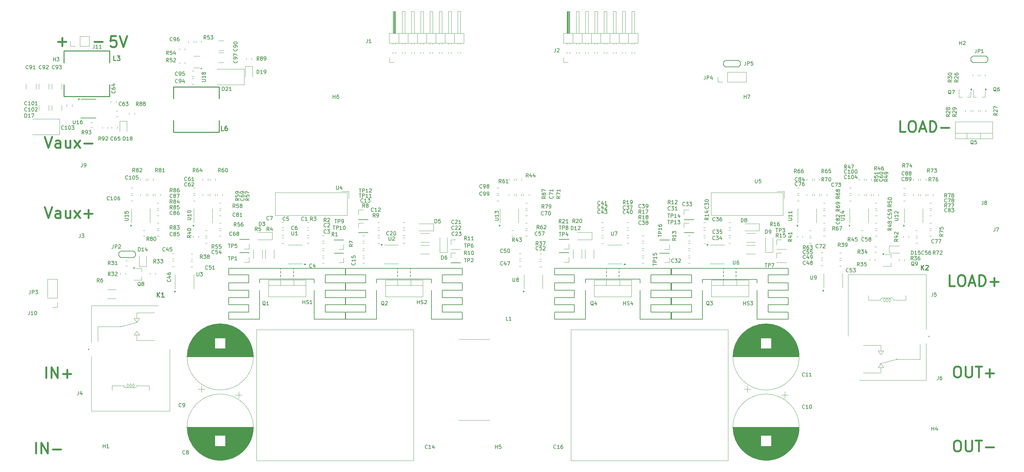
<source format=gto>
G04 #@! TF.GenerationSoftware,KiCad,Pcbnew,8.0.5*
G04 #@! TF.CreationDate,2024-12-19T18:07:51+01:00*
G04 #@! TF.ProjectId,buck-boost-xp,6275636b-2d62-46f6-9f73-742d78702e6b,rev?*
G04 #@! TF.SameCoordinates,Original*
G04 #@! TF.FileFunction,Legend,Top*
G04 #@! TF.FilePolarity,Positive*
%FSLAX46Y46*%
G04 Gerber Fmt 4.6, Leading zero omitted, Abs format (unit mm)*
G04 Created by KiCad (PCBNEW 8.0.5) date 2024-12-19 18:07:51*
%MOMM*%
%LPD*%
G01*
G04 APERTURE LIST*
%ADD10C,0.500000*%
%ADD11C,0.150000*%
%ADD12C,0.254000*%
%ADD13C,0.120000*%
%ADD14C,0.100000*%
%ADD15C,0.200000*%
%ADD16R,1.700000X1.700000*%
%ADD17O,1.700000X1.700000*%
%ADD18R,1.905000X2.000000*%
%ADD19O,1.905000X2.000000*%
%ADD20R,2.100000X2.600000*%
%ADD21R,2.400000X2.400000*%
%ADD22C,2.400000*%
%ADD23C,12.800000*%
%ADD24R,1.550000X0.600000*%
%ADD25R,2.600000X3.100000*%
%ADD26C,3.200000*%
%ADD27R,1.500000X1.500000*%
%ADD28C,1.500000*%
%ADD29C,1.400000*%
%ADD30C,3.000000*%
%ADD31C,2.000000*%
%ADD32R,2.900000X5.400000*%
%ADD33R,2.600000X2.100000*%
%ADD34R,2.918000X2.600000*%
G04 APERTURE END LIST*
D10*
X15833232Y-160346857D02*
X15833232Y-157346857D01*
X17261803Y-160346857D02*
X17261803Y-157346857D01*
X17261803Y-157346857D02*
X18976089Y-160346857D01*
X18976089Y-160346857D02*
X18976089Y-157346857D01*
X20404660Y-159204000D02*
X22690375Y-159204000D01*
X18603232Y-139596857D02*
X18603232Y-136596857D01*
X20031803Y-139596857D02*
X20031803Y-136596857D01*
X20031803Y-136596857D02*
X21746089Y-139596857D01*
X21746089Y-139596857D02*
X21746089Y-136596857D01*
X23174660Y-138454000D02*
X25460375Y-138454000D01*
X24317517Y-139596857D02*
X24317517Y-137311142D01*
X268270375Y-136406857D02*
X268841803Y-136406857D01*
X268841803Y-136406857D02*
X269127518Y-136549714D01*
X269127518Y-136549714D02*
X269413232Y-136835428D01*
X269413232Y-136835428D02*
X269556089Y-137406857D01*
X269556089Y-137406857D02*
X269556089Y-138406857D01*
X269556089Y-138406857D02*
X269413232Y-138978285D01*
X269413232Y-138978285D02*
X269127518Y-139264000D01*
X269127518Y-139264000D02*
X268841803Y-139406857D01*
X268841803Y-139406857D02*
X268270375Y-139406857D01*
X268270375Y-139406857D02*
X267984661Y-139264000D01*
X267984661Y-139264000D02*
X267698946Y-138978285D01*
X267698946Y-138978285D02*
X267556089Y-138406857D01*
X267556089Y-138406857D02*
X267556089Y-137406857D01*
X267556089Y-137406857D02*
X267698946Y-136835428D01*
X267698946Y-136835428D02*
X267984661Y-136549714D01*
X267984661Y-136549714D02*
X268270375Y-136406857D01*
X270841803Y-136406857D02*
X270841803Y-138835428D01*
X270841803Y-138835428D02*
X270984660Y-139121142D01*
X270984660Y-139121142D02*
X271127518Y-139264000D01*
X271127518Y-139264000D02*
X271413232Y-139406857D01*
X271413232Y-139406857D02*
X271984660Y-139406857D01*
X271984660Y-139406857D02*
X272270375Y-139264000D01*
X272270375Y-139264000D02*
X272413232Y-139121142D01*
X272413232Y-139121142D02*
X272556089Y-138835428D01*
X272556089Y-138835428D02*
X272556089Y-136406857D01*
X273556089Y-136406857D02*
X275270375Y-136406857D01*
X274413232Y-139406857D02*
X274413232Y-136406857D01*
X276270374Y-138264000D02*
X278556089Y-138264000D01*
X277413231Y-139406857D02*
X277413231Y-137121142D01*
X18174661Y-73306857D02*
X19174661Y-76306857D01*
X19174661Y-76306857D02*
X20174661Y-73306857D01*
X22460376Y-76306857D02*
X22460376Y-74735428D01*
X22460376Y-74735428D02*
X22317518Y-74449714D01*
X22317518Y-74449714D02*
X22031804Y-74306857D01*
X22031804Y-74306857D02*
X21460376Y-74306857D01*
X21460376Y-74306857D02*
X21174661Y-74449714D01*
X22460376Y-76164000D02*
X22174661Y-76306857D01*
X22174661Y-76306857D02*
X21460376Y-76306857D01*
X21460376Y-76306857D02*
X21174661Y-76164000D01*
X21174661Y-76164000D02*
X21031804Y-75878285D01*
X21031804Y-75878285D02*
X21031804Y-75592571D01*
X21031804Y-75592571D02*
X21174661Y-75306857D01*
X21174661Y-75306857D02*
X21460376Y-75164000D01*
X21460376Y-75164000D02*
X22174661Y-75164000D01*
X22174661Y-75164000D02*
X22460376Y-75021142D01*
X25174662Y-74306857D02*
X25174662Y-76306857D01*
X23888947Y-74306857D02*
X23888947Y-75878285D01*
X23888947Y-75878285D02*
X24031804Y-76164000D01*
X24031804Y-76164000D02*
X24317519Y-76306857D01*
X24317519Y-76306857D02*
X24746090Y-76306857D01*
X24746090Y-76306857D02*
X25031804Y-76164000D01*
X25031804Y-76164000D02*
X25174662Y-76021142D01*
X26317519Y-76306857D02*
X27888948Y-74306857D01*
X26317519Y-74306857D02*
X27888948Y-76306857D01*
X29031804Y-75164000D02*
X31317519Y-75164000D01*
X18174661Y-92586857D02*
X19174661Y-95586857D01*
X19174661Y-95586857D02*
X20174661Y-92586857D01*
X22460376Y-95586857D02*
X22460376Y-94015428D01*
X22460376Y-94015428D02*
X22317518Y-93729714D01*
X22317518Y-93729714D02*
X22031804Y-93586857D01*
X22031804Y-93586857D02*
X21460376Y-93586857D01*
X21460376Y-93586857D02*
X21174661Y-93729714D01*
X22460376Y-95444000D02*
X22174661Y-95586857D01*
X22174661Y-95586857D02*
X21460376Y-95586857D01*
X21460376Y-95586857D02*
X21174661Y-95444000D01*
X21174661Y-95444000D02*
X21031804Y-95158285D01*
X21031804Y-95158285D02*
X21031804Y-94872571D01*
X21031804Y-94872571D02*
X21174661Y-94586857D01*
X21174661Y-94586857D02*
X21460376Y-94444000D01*
X21460376Y-94444000D02*
X22174661Y-94444000D01*
X22174661Y-94444000D02*
X22460376Y-94301142D01*
X25174662Y-93586857D02*
X25174662Y-95586857D01*
X23888947Y-93586857D02*
X23888947Y-95158285D01*
X23888947Y-95158285D02*
X24031804Y-95444000D01*
X24031804Y-95444000D02*
X24317519Y-95586857D01*
X24317519Y-95586857D02*
X24746090Y-95586857D01*
X24746090Y-95586857D02*
X25031804Y-95444000D01*
X25031804Y-95444000D02*
X25174662Y-95301142D01*
X26317519Y-95586857D02*
X27888948Y-93586857D01*
X26317519Y-93586857D02*
X27888948Y-95586857D01*
X29031804Y-94444000D02*
X31317519Y-94444000D01*
X30174661Y-95586857D02*
X30174661Y-93301142D01*
X31833232Y-47204000D02*
X34118947Y-47204000D01*
X268270375Y-156736857D02*
X268841803Y-156736857D01*
X268841803Y-156736857D02*
X269127518Y-156879714D01*
X269127518Y-156879714D02*
X269413232Y-157165428D01*
X269413232Y-157165428D02*
X269556089Y-157736857D01*
X269556089Y-157736857D02*
X269556089Y-158736857D01*
X269556089Y-158736857D02*
X269413232Y-159308285D01*
X269413232Y-159308285D02*
X269127518Y-159594000D01*
X269127518Y-159594000D02*
X268841803Y-159736857D01*
X268841803Y-159736857D02*
X268270375Y-159736857D01*
X268270375Y-159736857D02*
X267984661Y-159594000D01*
X267984661Y-159594000D02*
X267698946Y-159308285D01*
X267698946Y-159308285D02*
X267556089Y-158736857D01*
X267556089Y-158736857D02*
X267556089Y-157736857D01*
X267556089Y-157736857D02*
X267698946Y-157165428D01*
X267698946Y-157165428D02*
X267984661Y-156879714D01*
X267984661Y-156879714D02*
X268270375Y-156736857D01*
X270841803Y-156736857D02*
X270841803Y-159165428D01*
X270841803Y-159165428D02*
X270984660Y-159451142D01*
X270984660Y-159451142D02*
X271127518Y-159594000D01*
X271127518Y-159594000D02*
X271413232Y-159736857D01*
X271413232Y-159736857D02*
X271984660Y-159736857D01*
X271984660Y-159736857D02*
X272270375Y-159594000D01*
X272270375Y-159594000D02*
X272413232Y-159451142D01*
X272413232Y-159451142D02*
X272556089Y-159165428D01*
X272556089Y-159165428D02*
X272556089Y-156736857D01*
X273556089Y-156736857D02*
X275270375Y-156736857D01*
X274413232Y-159736857D02*
X274413232Y-156736857D01*
X276270374Y-158594000D02*
X278556089Y-158594000D01*
X21833232Y-47204000D02*
X24118947Y-47204000D01*
X22976089Y-48346857D02*
X22976089Y-46061142D01*
X254321804Y-71956857D02*
X252893232Y-71956857D01*
X252893232Y-71956857D02*
X252893232Y-68956857D01*
X255893232Y-68956857D02*
X256464660Y-68956857D01*
X256464660Y-68956857D02*
X256750375Y-69099714D01*
X256750375Y-69099714D02*
X257036089Y-69385428D01*
X257036089Y-69385428D02*
X257178946Y-69956857D01*
X257178946Y-69956857D02*
X257178946Y-70956857D01*
X257178946Y-70956857D02*
X257036089Y-71528285D01*
X257036089Y-71528285D02*
X256750375Y-71814000D01*
X256750375Y-71814000D02*
X256464660Y-71956857D01*
X256464660Y-71956857D02*
X255893232Y-71956857D01*
X255893232Y-71956857D02*
X255607518Y-71814000D01*
X255607518Y-71814000D02*
X255321803Y-71528285D01*
X255321803Y-71528285D02*
X255178946Y-70956857D01*
X255178946Y-70956857D02*
X255178946Y-69956857D01*
X255178946Y-69956857D02*
X255321803Y-69385428D01*
X255321803Y-69385428D02*
X255607518Y-69099714D01*
X255607518Y-69099714D02*
X255893232Y-68956857D01*
X258321803Y-71099714D02*
X259750375Y-71099714D01*
X258036089Y-71956857D02*
X259036089Y-68956857D01*
X259036089Y-68956857D02*
X260036089Y-71956857D01*
X261036089Y-71956857D02*
X261036089Y-68956857D01*
X261036089Y-68956857D02*
X261750375Y-68956857D01*
X261750375Y-68956857D02*
X262178946Y-69099714D01*
X262178946Y-69099714D02*
X262464661Y-69385428D01*
X262464661Y-69385428D02*
X262607518Y-69671142D01*
X262607518Y-69671142D02*
X262750375Y-70242571D01*
X262750375Y-70242571D02*
X262750375Y-70671142D01*
X262750375Y-70671142D02*
X262607518Y-71242571D01*
X262607518Y-71242571D02*
X262464661Y-71528285D01*
X262464661Y-71528285D02*
X262178946Y-71814000D01*
X262178946Y-71814000D02*
X261750375Y-71956857D01*
X261750375Y-71956857D02*
X261036089Y-71956857D01*
X264036089Y-70814000D02*
X266321804Y-70814000D01*
X267841804Y-114296857D02*
X266413232Y-114296857D01*
X266413232Y-114296857D02*
X266413232Y-111296857D01*
X269413232Y-111296857D02*
X269984660Y-111296857D01*
X269984660Y-111296857D02*
X270270375Y-111439714D01*
X270270375Y-111439714D02*
X270556089Y-111725428D01*
X270556089Y-111725428D02*
X270698946Y-112296857D01*
X270698946Y-112296857D02*
X270698946Y-113296857D01*
X270698946Y-113296857D02*
X270556089Y-113868285D01*
X270556089Y-113868285D02*
X270270375Y-114154000D01*
X270270375Y-114154000D02*
X269984660Y-114296857D01*
X269984660Y-114296857D02*
X269413232Y-114296857D01*
X269413232Y-114296857D02*
X269127518Y-114154000D01*
X269127518Y-114154000D02*
X268841803Y-113868285D01*
X268841803Y-113868285D02*
X268698946Y-113296857D01*
X268698946Y-113296857D02*
X268698946Y-112296857D01*
X268698946Y-112296857D02*
X268841803Y-111725428D01*
X268841803Y-111725428D02*
X269127518Y-111439714D01*
X269127518Y-111439714D02*
X269413232Y-111296857D01*
X271841803Y-113439714D02*
X273270375Y-113439714D01*
X271556089Y-114296857D02*
X272556089Y-111296857D01*
X272556089Y-111296857D02*
X273556089Y-114296857D01*
X274556089Y-114296857D02*
X274556089Y-111296857D01*
X274556089Y-111296857D02*
X275270375Y-111296857D01*
X275270375Y-111296857D02*
X275698946Y-111439714D01*
X275698946Y-111439714D02*
X275984661Y-111725428D01*
X275984661Y-111725428D02*
X276127518Y-112011142D01*
X276127518Y-112011142D02*
X276270375Y-112582571D01*
X276270375Y-112582571D02*
X276270375Y-113011142D01*
X276270375Y-113011142D02*
X276127518Y-113582571D01*
X276127518Y-113582571D02*
X275984661Y-113868285D01*
X275984661Y-113868285D02*
X275698946Y-114154000D01*
X275698946Y-114154000D02*
X275270375Y-114296857D01*
X275270375Y-114296857D02*
X274556089Y-114296857D01*
X277556089Y-113154000D02*
X279841804Y-113154000D01*
X278698946Y-114296857D02*
X278698946Y-112011142D01*
X37761804Y-45596857D02*
X36333232Y-45596857D01*
X36333232Y-45596857D02*
X36190375Y-47025428D01*
X36190375Y-47025428D02*
X36333232Y-46882571D01*
X36333232Y-46882571D02*
X36618947Y-46739714D01*
X36618947Y-46739714D02*
X37333232Y-46739714D01*
X37333232Y-46739714D02*
X37618947Y-46882571D01*
X37618947Y-46882571D02*
X37761804Y-47025428D01*
X37761804Y-47025428D02*
X37904661Y-47311142D01*
X37904661Y-47311142D02*
X37904661Y-48025428D01*
X37904661Y-48025428D02*
X37761804Y-48311142D01*
X37761804Y-48311142D02*
X37618947Y-48454000D01*
X37618947Y-48454000D02*
X37333232Y-48596857D01*
X37333232Y-48596857D02*
X36618947Y-48596857D01*
X36618947Y-48596857D02*
X36333232Y-48454000D01*
X36333232Y-48454000D02*
X36190375Y-48311142D01*
X38761804Y-45596857D02*
X39761804Y-48596857D01*
X39761804Y-48596857D02*
X40761804Y-45596857D01*
D11*
X226847142Y-105349580D02*
X226799523Y-105397200D01*
X226799523Y-105397200D02*
X226656666Y-105444819D01*
X226656666Y-105444819D02*
X226561428Y-105444819D01*
X226561428Y-105444819D02*
X226418571Y-105397200D01*
X226418571Y-105397200D02*
X226323333Y-105301961D01*
X226323333Y-105301961D02*
X226275714Y-105206723D01*
X226275714Y-105206723D02*
X226228095Y-105016247D01*
X226228095Y-105016247D02*
X226228095Y-104873390D01*
X226228095Y-104873390D02*
X226275714Y-104682914D01*
X226275714Y-104682914D02*
X226323333Y-104587676D01*
X226323333Y-104587676D02*
X226418571Y-104492438D01*
X226418571Y-104492438D02*
X226561428Y-104444819D01*
X226561428Y-104444819D02*
X226656666Y-104444819D01*
X226656666Y-104444819D02*
X226799523Y-104492438D01*
X226799523Y-104492438D02*
X226847142Y-104540057D01*
X227751904Y-104444819D02*
X227275714Y-104444819D01*
X227275714Y-104444819D02*
X227228095Y-104921009D01*
X227228095Y-104921009D02*
X227275714Y-104873390D01*
X227275714Y-104873390D02*
X227370952Y-104825771D01*
X227370952Y-104825771D02*
X227609047Y-104825771D01*
X227609047Y-104825771D02*
X227704285Y-104873390D01*
X227704285Y-104873390D02*
X227751904Y-104921009D01*
X227751904Y-104921009D02*
X227799523Y-105016247D01*
X227799523Y-105016247D02*
X227799523Y-105254342D01*
X227799523Y-105254342D02*
X227751904Y-105349580D01*
X227751904Y-105349580D02*
X227704285Y-105397200D01*
X227704285Y-105397200D02*
X227609047Y-105444819D01*
X227609047Y-105444819D02*
X227370952Y-105444819D01*
X227370952Y-105444819D02*
X227275714Y-105397200D01*
X227275714Y-105397200D02*
X227228095Y-105349580D01*
X228704285Y-104444819D02*
X228228095Y-104444819D01*
X228228095Y-104444819D02*
X228180476Y-104921009D01*
X228180476Y-104921009D02*
X228228095Y-104873390D01*
X228228095Y-104873390D02*
X228323333Y-104825771D01*
X228323333Y-104825771D02*
X228561428Y-104825771D01*
X228561428Y-104825771D02*
X228656666Y-104873390D01*
X228656666Y-104873390D02*
X228704285Y-104921009D01*
X228704285Y-104921009D02*
X228751904Y-105016247D01*
X228751904Y-105016247D02*
X228751904Y-105254342D01*
X228751904Y-105254342D02*
X228704285Y-105349580D01*
X228704285Y-105349580D02*
X228656666Y-105397200D01*
X228656666Y-105397200D02*
X228561428Y-105444819D01*
X228561428Y-105444819D02*
X228323333Y-105444819D01*
X228323333Y-105444819D02*
X228228095Y-105397200D01*
X228228095Y-105397200D02*
X228180476Y-105349580D01*
X112547142Y-100199580D02*
X112499523Y-100247200D01*
X112499523Y-100247200D02*
X112356666Y-100294819D01*
X112356666Y-100294819D02*
X112261428Y-100294819D01*
X112261428Y-100294819D02*
X112118571Y-100247200D01*
X112118571Y-100247200D02*
X112023333Y-100151961D01*
X112023333Y-100151961D02*
X111975714Y-100056723D01*
X111975714Y-100056723D02*
X111928095Y-99866247D01*
X111928095Y-99866247D02*
X111928095Y-99723390D01*
X111928095Y-99723390D02*
X111975714Y-99532914D01*
X111975714Y-99532914D02*
X112023333Y-99437676D01*
X112023333Y-99437676D02*
X112118571Y-99342438D01*
X112118571Y-99342438D02*
X112261428Y-99294819D01*
X112261428Y-99294819D02*
X112356666Y-99294819D01*
X112356666Y-99294819D02*
X112499523Y-99342438D01*
X112499523Y-99342438D02*
X112547142Y-99390057D01*
X112928095Y-99390057D02*
X112975714Y-99342438D01*
X112975714Y-99342438D02*
X113070952Y-99294819D01*
X113070952Y-99294819D02*
X113309047Y-99294819D01*
X113309047Y-99294819D02*
X113404285Y-99342438D01*
X113404285Y-99342438D02*
X113451904Y-99390057D01*
X113451904Y-99390057D02*
X113499523Y-99485295D01*
X113499523Y-99485295D02*
X113499523Y-99580533D01*
X113499523Y-99580533D02*
X113451904Y-99723390D01*
X113451904Y-99723390D02*
X112880476Y-100294819D01*
X112880476Y-100294819D02*
X113499523Y-100294819D01*
X114118571Y-99294819D02*
X114213809Y-99294819D01*
X114213809Y-99294819D02*
X114309047Y-99342438D01*
X114309047Y-99342438D02*
X114356666Y-99390057D01*
X114356666Y-99390057D02*
X114404285Y-99485295D01*
X114404285Y-99485295D02*
X114451904Y-99675771D01*
X114451904Y-99675771D02*
X114451904Y-99913866D01*
X114451904Y-99913866D02*
X114404285Y-100104342D01*
X114404285Y-100104342D02*
X114356666Y-100199580D01*
X114356666Y-100199580D02*
X114309047Y-100247200D01*
X114309047Y-100247200D02*
X114213809Y-100294819D01*
X114213809Y-100294819D02*
X114118571Y-100294819D01*
X114118571Y-100294819D02*
X114023333Y-100247200D01*
X114023333Y-100247200D02*
X113975714Y-100199580D01*
X113975714Y-100199580D02*
X113928095Y-100104342D01*
X113928095Y-100104342D02*
X113880476Y-99913866D01*
X113880476Y-99913866D02*
X113880476Y-99675771D01*
X113880476Y-99675771D02*
X113928095Y-99485295D01*
X113928095Y-99485295D02*
X113975714Y-99390057D01*
X113975714Y-99390057D02*
X114023333Y-99342438D01*
X114023333Y-99342438D02*
X114118571Y-99294819D01*
X72774580Y-90182857D02*
X72822200Y-90230476D01*
X72822200Y-90230476D02*
X72869819Y-90373333D01*
X72869819Y-90373333D02*
X72869819Y-90468571D01*
X72869819Y-90468571D02*
X72822200Y-90611428D01*
X72822200Y-90611428D02*
X72726961Y-90706666D01*
X72726961Y-90706666D02*
X72631723Y-90754285D01*
X72631723Y-90754285D02*
X72441247Y-90801904D01*
X72441247Y-90801904D02*
X72298390Y-90801904D01*
X72298390Y-90801904D02*
X72107914Y-90754285D01*
X72107914Y-90754285D02*
X72012676Y-90706666D01*
X72012676Y-90706666D02*
X71917438Y-90611428D01*
X71917438Y-90611428D02*
X71869819Y-90468571D01*
X71869819Y-90468571D02*
X71869819Y-90373333D01*
X71869819Y-90373333D02*
X71917438Y-90230476D01*
X71917438Y-90230476D02*
X71965057Y-90182857D01*
X71869819Y-89325714D02*
X71869819Y-89516190D01*
X71869819Y-89516190D02*
X71917438Y-89611428D01*
X71917438Y-89611428D02*
X71965057Y-89659047D01*
X71965057Y-89659047D02*
X72107914Y-89754285D01*
X72107914Y-89754285D02*
X72298390Y-89801904D01*
X72298390Y-89801904D02*
X72679342Y-89801904D01*
X72679342Y-89801904D02*
X72774580Y-89754285D01*
X72774580Y-89754285D02*
X72822200Y-89706666D01*
X72822200Y-89706666D02*
X72869819Y-89611428D01*
X72869819Y-89611428D02*
X72869819Y-89420952D01*
X72869819Y-89420952D02*
X72822200Y-89325714D01*
X72822200Y-89325714D02*
X72774580Y-89278095D01*
X72774580Y-89278095D02*
X72679342Y-89230476D01*
X72679342Y-89230476D02*
X72441247Y-89230476D01*
X72441247Y-89230476D02*
X72346009Y-89278095D01*
X72346009Y-89278095D02*
X72298390Y-89325714D01*
X72298390Y-89325714D02*
X72250771Y-89420952D01*
X72250771Y-89420952D02*
X72250771Y-89611428D01*
X72250771Y-89611428D02*
X72298390Y-89706666D01*
X72298390Y-89706666D02*
X72346009Y-89754285D01*
X72346009Y-89754285D02*
X72441247Y-89801904D01*
X72869819Y-88754285D02*
X72869819Y-88563809D01*
X72869819Y-88563809D02*
X72822200Y-88468571D01*
X72822200Y-88468571D02*
X72774580Y-88420952D01*
X72774580Y-88420952D02*
X72631723Y-88325714D01*
X72631723Y-88325714D02*
X72441247Y-88278095D01*
X72441247Y-88278095D02*
X72060295Y-88278095D01*
X72060295Y-88278095D02*
X71965057Y-88325714D01*
X71965057Y-88325714D02*
X71917438Y-88373333D01*
X71917438Y-88373333D02*
X71869819Y-88468571D01*
X71869819Y-88468571D02*
X71869819Y-88659047D01*
X71869819Y-88659047D02*
X71917438Y-88754285D01*
X71917438Y-88754285D02*
X71965057Y-88801904D01*
X71965057Y-88801904D02*
X72060295Y-88849523D01*
X72060295Y-88849523D02*
X72298390Y-88849523D01*
X72298390Y-88849523D02*
X72393628Y-88801904D01*
X72393628Y-88801904D02*
X72441247Y-88754285D01*
X72441247Y-88754285D02*
X72488866Y-88659047D01*
X72488866Y-88659047D02*
X72488866Y-88468571D01*
X72488866Y-88468571D02*
X72441247Y-88373333D01*
X72441247Y-88373333D02*
X72393628Y-88325714D01*
X72393628Y-88325714D02*
X72298390Y-88278095D01*
X200189580Y-92422857D02*
X200237200Y-92470476D01*
X200237200Y-92470476D02*
X200284819Y-92613333D01*
X200284819Y-92613333D02*
X200284819Y-92708571D01*
X200284819Y-92708571D02*
X200237200Y-92851428D01*
X200237200Y-92851428D02*
X200141961Y-92946666D01*
X200141961Y-92946666D02*
X200046723Y-92994285D01*
X200046723Y-92994285D02*
X199856247Y-93041904D01*
X199856247Y-93041904D02*
X199713390Y-93041904D01*
X199713390Y-93041904D02*
X199522914Y-92994285D01*
X199522914Y-92994285D02*
X199427676Y-92946666D01*
X199427676Y-92946666D02*
X199332438Y-92851428D01*
X199332438Y-92851428D02*
X199284819Y-92708571D01*
X199284819Y-92708571D02*
X199284819Y-92613333D01*
X199284819Y-92613333D02*
X199332438Y-92470476D01*
X199332438Y-92470476D02*
X199380057Y-92422857D01*
X199284819Y-92089523D02*
X199284819Y-91470476D01*
X199284819Y-91470476D02*
X199665771Y-91803809D01*
X199665771Y-91803809D02*
X199665771Y-91660952D01*
X199665771Y-91660952D02*
X199713390Y-91565714D01*
X199713390Y-91565714D02*
X199761009Y-91518095D01*
X199761009Y-91518095D02*
X199856247Y-91470476D01*
X199856247Y-91470476D02*
X200094342Y-91470476D01*
X200094342Y-91470476D02*
X200189580Y-91518095D01*
X200189580Y-91518095D02*
X200237200Y-91565714D01*
X200237200Y-91565714D02*
X200284819Y-91660952D01*
X200284819Y-91660952D02*
X200284819Y-91946666D01*
X200284819Y-91946666D02*
X200237200Y-92041904D01*
X200237200Y-92041904D02*
X200189580Y-92089523D01*
X199284819Y-90851428D02*
X199284819Y-90756190D01*
X199284819Y-90756190D02*
X199332438Y-90660952D01*
X199332438Y-90660952D02*
X199380057Y-90613333D01*
X199380057Y-90613333D02*
X199475295Y-90565714D01*
X199475295Y-90565714D02*
X199665771Y-90518095D01*
X199665771Y-90518095D02*
X199903866Y-90518095D01*
X199903866Y-90518095D02*
X200094342Y-90565714D01*
X200094342Y-90565714D02*
X200189580Y-90613333D01*
X200189580Y-90613333D02*
X200237200Y-90660952D01*
X200237200Y-90660952D02*
X200284819Y-90756190D01*
X200284819Y-90756190D02*
X200284819Y-90851428D01*
X200284819Y-90851428D02*
X200237200Y-90946666D01*
X200237200Y-90946666D02*
X200189580Y-90994285D01*
X200189580Y-90994285D02*
X200094342Y-91041904D01*
X200094342Y-91041904D02*
X199903866Y-91089523D01*
X199903866Y-91089523D02*
X199665771Y-91089523D01*
X199665771Y-91089523D02*
X199475295Y-91041904D01*
X199475295Y-91041904D02*
X199380057Y-90994285D01*
X199380057Y-90994285D02*
X199332438Y-90946666D01*
X199332438Y-90946666D02*
X199284819Y-90851428D01*
X86473333Y-98699580D02*
X86425714Y-98747200D01*
X86425714Y-98747200D02*
X86282857Y-98794819D01*
X86282857Y-98794819D02*
X86187619Y-98794819D01*
X86187619Y-98794819D02*
X86044762Y-98747200D01*
X86044762Y-98747200D02*
X85949524Y-98651961D01*
X85949524Y-98651961D02*
X85901905Y-98556723D01*
X85901905Y-98556723D02*
X85854286Y-98366247D01*
X85854286Y-98366247D02*
X85854286Y-98223390D01*
X85854286Y-98223390D02*
X85901905Y-98032914D01*
X85901905Y-98032914D02*
X85949524Y-97937676D01*
X85949524Y-97937676D02*
X86044762Y-97842438D01*
X86044762Y-97842438D02*
X86187619Y-97794819D01*
X86187619Y-97794819D02*
X86282857Y-97794819D01*
X86282857Y-97794819D02*
X86425714Y-97842438D01*
X86425714Y-97842438D02*
X86473333Y-97890057D01*
X87330476Y-97794819D02*
X87140000Y-97794819D01*
X87140000Y-97794819D02*
X87044762Y-97842438D01*
X87044762Y-97842438D02*
X86997143Y-97890057D01*
X86997143Y-97890057D02*
X86901905Y-98032914D01*
X86901905Y-98032914D02*
X86854286Y-98223390D01*
X86854286Y-98223390D02*
X86854286Y-98604342D01*
X86854286Y-98604342D02*
X86901905Y-98699580D01*
X86901905Y-98699580D02*
X86949524Y-98747200D01*
X86949524Y-98747200D02*
X87044762Y-98794819D01*
X87044762Y-98794819D02*
X87235238Y-98794819D01*
X87235238Y-98794819D02*
X87330476Y-98747200D01*
X87330476Y-98747200D02*
X87378095Y-98699580D01*
X87378095Y-98699580D02*
X87425714Y-98604342D01*
X87425714Y-98604342D02*
X87425714Y-98366247D01*
X87425714Y-98366247D02*
X87378095Y-98271009D01*
X87378095Y-98271009D02*
X87330476Y-98223390D01*
X87330476Y-98223390D02*
X87235238Y-98175771D01*
X87235238Y-98175771D02*
X87044762Y-98175771D01*
X87044762Y-98175771D02*
X86949524Y-98223390D01*
X86949524Y-98223390D02*
X86901905Y-98271009D01*
X86901905Y-98271009D02*
X86854286Y-98366247D01*
X199356666Y-56494819D02*
X199356666Y-57209104D01*
X199356666Y-57209104D02*
X199309047Y-57351961D01*
X199309047Y-57351961D02*
X199213809Y-57447200D01*
X199213809Y-57447200D02*
X199070952Y-57494819D01*
X199070952Y-57494819D02*
X198975714Y-57494819D01*
X199832857Y-57494819D02*
X199832857Y-56494819D01*
X199832857Y-56494819D02*
X200213809Y-56494819D01*
X200213809Y-56494819D02*
X200309047Y-56542438D01*
X200309047Y-56542438D02*
X200356666Y-56590057D01*
X200356666Y-56590057D02*
X200404285Y-56685295D01*
X200404285Y-56685295D02*
X200404285Y-56828152D01*
X200404285Y-56828152D02*
X200356666Y-56923390D01*
X200356666Y-56923390D02*
X200309047Y-56971009D01*
X200309047Y-56971009D02*
X200213809Y-57018628D01*
X200213809Y-57018628D02*
X199832857Y-57018628D01*
X201261428Y-56828152D02*
X201261428Y-57494819D01*
X201023333Y-56447200D02*
X200785238Y-57161485D01*
X200785238Y-57161485D02*
X201404285Y-57161485D01*
X95373333Y-97949580D02*
X95325714Y-97997200D01*
X95325714Y-97997200D02*
X95182857Y-98044819D01*
X95182857Y-98044819D02*
X95087619Y-98044819D01*
X95087619Y-98044819D02*
X94944762Y-97997200D01*
X94944762Y-97997200D02*
X94849524Y-97901961D01*
X94849524Y-97901961D02*
X94801905Y-97806723D01*
X94801905Y-97806723D02*
X94754286Y-97616247D01*
X94754286Y-97616247D02*
X94754286Y-97473390D01*
X94754286Y-97473390D02*
X94801905Y-97282914D01*
X94801905Y-97282914D02*
X94849524Y-97187676D01*
X94849524Y-97187676D02*
X94944762Y-97092438D01*
X94944762Y-97092438D02*
X95087619Y-97044819D01*
X95087619Y-97044819D02*
X95182857Y-97044819D01*
X95182857Y-97044819D02*
X95325714Y-97092438D01*
X95325714Y-97092438D02*
X95373333Y-97140057D01*
X95754286Y-97140057D02*
X95801905Y-97092438D01*
X95801905Y-97092438D02*
X95897143Y-97044819D01*
X95897143Y-97044819D02*
X96135238Y-97044819D01*
X96135238Y-97044819D02*
X96230476Y-97092438D01*
X96230476Y-97092438D02*
X96278095Y-97140057D01*
X96278095Y-97140057D02*
X96325714Y-97235295D01*
X96325714Y-97235295D02*
X96325714Y-97330533D01*
X96325714Y-97330533D02*
X96278095Y-97473390D01*
X96278095Y-97473390D02*
X95706667Y-98044819D01*
X95706667Y-98044819D02*
X96325714Y-98044819D01*
X111259961Y-119584257D02*
X111164723Y-119536638D01*
X111164723Y-119536638D02*
X111069485Y-119441400D01*
X111069485Y-119441400D02*
X110926628Y-119298542D01*
X110926628Y-119298542D02*
X110831390Y-119250923D01*
X110831390Y-119250923D02*
X110736152Y-119250923D01*
X110783771Y-119489019D02*
X110688533Y-119441400D01*
X110688533Y-119441400D02*
X110593295Y-119346161D01*
X110593295Y-119346161D02*
X110545676Y-119155685D01*
X110545676Y-119155685D02*
X110545676Y-118822352D01*
X110545676Y-118822352D02*
X110593295Y-118631876D01*
X110593295Y-118631876D02*
X110688533Y-118536638D01*
X110688533Y-118536638D02*
X110783771Y-118489019D01*
X110783771Y-118489019D02*
X110974247Y-118489019D01*
X110974247Y-118489019D02*
X111069485Y-118536638D01*
X111069485Y-118536638D02*
X111164723Y-118631876D01*
X111164723Y-118631876D02*
X111212342Y-118822352D01*
X111212342Y-118822352D02*
X111212342Y-119155685D01*
X111212342Y-119155685D02*
X111164723Y-119346161D01*
X111164723Y-119346161D02*
X111069485Y-119441400D01*
X111069485Y-119441400D02*
X110974247Y-119489019D01*
X110974247Y-119489019D02*
X110783771Y-119489019D01*
X111593295Y-118584257D02*
X111640914Y-118536638D01*
X111640914Y-118536638D02*
X111736152Y-118489019D01*
X111736152Y-118489019D02*
X111974247Y-118489019D01*
X111974247Y-118489019D02*
X112069485Y-118536638D01*
X112069485Y-118536638D02*
X112117104Y-118584257D01*
X112117104Y-118584257D02*
X112164723Y-118679495D01*
X112164723Y-118679495D02*
X112164723Y-118774733D01*
X112164723Y-118774733D02*
X112117104Y-118917590D01*
X112117104Y-118917590D02*
X111545676Y-119489019D01*
X111545676Y-119489019D02*
X112164723Y-119489019D01*
X217837142Y-97743094D02*
X217503809Y-97266903D01*
X217265714Y-97743094D02*
X217265714Y-96743094D01*
X217265714Y-96743094D02*
X217646666Y-96743094D01*
X217646666Y-96743094D02*
X217741904Y-96790713D01*
X217741904Y-96790713D02*
X217789523Y-96838332D01*
X217789523Y-96838332D02*
X217837142Y-96933570D01*
X217837142Y-96933570D02*
X217837142Y-97076427D01*
X217837142Y-97076427D02*
X217789523Y-97171665D01*
X217789523Y-97171665D02*
X217741904Y-97219284D01*
X217741904Y-97219284D02*
X217646666Y-97266903D01*
X217646666Y-97266903D02*
X217265714Y-97266903D01*
X218789523Y-97743094D02*
X218218095Y-97743094D01*
X218503809Y-97743094D02*
X218503809Y-96743094D01*
X218503809Y-96743094D02*
X218408571Y-96885951D01*
X218408571Y-96885951D02*
X218313333Y-96981189D01*
X218313333Y-96981189D02*
X218218095Y-97028808D01*
X219646666Y-96743094D02*
X219456190Y-96743094D01*
X219456190Y-96743094D02*
X219360952Y-96790713D01*
X219360952Y-96790713D02*
X219313333Y-96838332D01*
X219313333Y-96838332D02*
X219218095Y-96981189D01*
X219218095Y-96981189D02*
X219170476Y-97171665D01*
X219170476Y-97171665D02*
X219170476Y-97552617D01*
X219170476Y-97552617D02*
X219218095Y-97647855D01*
X219218095Y-97647855D02*
X219265714Y-97695475D01*
X219265714Y-97695475D02*
X219360952Y-97743094D01*
X219360952Y-97743094D02*
X219551428Y-97743094D01*
X219551428Y-97743094D02*
X219646666Y-97695475D01*
X219646666Y-97695475D02*
X219694285Y-97647855D01*
X219694285Y-97647855D02*
X219741904Y-97552617D01*
X219741904Y-97552617D02*
X219741904Y-97314522D01*
X219741904Y-97314522D02*
X219694285Y-97219284D01*
X219694285Y-97219284D02*
X219646666Y-97171665D01*
X219646666Y-97171665D02*
X219551428Y-97124046D01*
X219551428Y-97124046D02*
X219360952Y-97124046D01*
X219360952Y-97124046D02*
X219265714Y-97171665D01*
X219265714Y-97171665D02*
X219218095Y-97219284D01*
X219218095Y-97219284D02*
X219170476Y-97314522D01*
X226647142Y-147849580D02*
X226599523Y-147897200D01*
X226599523Y-147897200D02*
X226456666Y-147944819D01*
X226456666Y-147944819D02*
X226361428Y-147944819D01*
X226361428Y-147944819D02*
X226218571Y-147897200D01*
X226218571Y-147897200D02*
X226123333Y-147801961D01*
X226123333Y-147801961D02*
X226075714Y-147706723D01*
X226075714Y-147706723D02*
X226028095Y-147516247D01*
X226028095Y-147516247D02*
X226028095Y-147373390D01*
X226028095Y-147373390D02*
X226075714Y-147182914D01*
X226075714Y-147182914D02*
X226123333Y-147087676D01*
X226123333Y-147087676D02*
X226218571Y-146992438D01*
X226218571Y-146992438D02*
X226361428Y-146944819D01*
X226361428Y-146944819D02*
X226456666Y-146944819D01*
X226456666Y-146944819D02*
X226599523Y-146992438D01*
X226599523Y-146992438D02*
X226647142Y-147040057D01*
X227599523Y-147944819D02*
X227028095Y-147944819D01*
X227313809Y-147944819D02*
X227313809Y-146944819D01*
X227313809Y-146944819D02*
X227218571Y-147087676D01*
X227218571Y-147087676D02*
X227123333Y-147182914D01*
X227123333Y-147182914D02*
X227028095Y-147230533D01*
X228218571Y-146944819D02*
X228313809Y-146944819D01*
X228313809Y-146944819D02*
X228409047Y-146992438D01*
X228409047Y-146992438D02*
X228456666Y-147040057D01*
X228456666Y-147040057D02*
X228504285Y-147135295D01*
X228504285Y-147135295D02*
X228551904Y-147325771D01*
X228551904Y-147325771D02*
X228551904Y-147563866D01*
X228551904Y-147563866D02*
X228504285Y-147754342D01*
X228504285Y-147754342D02*
X228456666Y-147849580D01*
X228456666Y-147849580D02*
X228409047Y-147897200D01*
X228409047Y-147897200D02*
X228313809Y-147944819D01*
X228313809Y-147944819D02*
X228218571Y-147944819D01*
X228218571Y-147944819D02*
X228123333Y-147897200D01*
X228123333Y-147897200D02*
X228075714Y-147849580D01*
X228075714Y-147849580D02*
X228028095Y-147754342D01*
X228028095Y-147754342D02*
X227980476Y-147563866D01*
X227980476Y-147563866D02*
X227980476Y-147325771D01*
X227980476Y-147325771D02*
X228028095Y-147135295D01*
X228028095Y-147135295D02*
X228075714Y-147040057D01*
X228075714Y-147040057D02*
X228123333Y-146992438D01*
X228123333Y-146992438D02*
X228218571Y-146944819D01*
X189766190Y-91694819D02*
X189432857Y-91218628D01*
X189194762Y-91694819D02*
X189194762Y-90694819D01*
X189194762Y-90694819D02*
X189575714Y-90694819D01*
X189575714Y-90694819D02*
X189670952Y-90742438D01*
X189670952Y-90742438D02*
X189718571Y-90790057D01*
X189718571Y-90790057D02*
X189766190Y-90885295D01*
X189766190Y-90885295D02*
X189766190Y-91028152D01*
X189766190Y-91028152D02*
X189718571Y-91123390D01*
X189718571Y-91123390D02*
X189670952Y-91171009D01*
X189670952Y-91171009D02*
X189575714Y-91218628D01*
X189575714Y-91218628D02*
X189194762Y-91218628D01*
X190718571Y-91694819D02*
X190147143Y-91694819D01*
X190432857Y-91694819D02*
X190432857Y-90694819D01*
X190432857Y-90694819D02*
X190337619Y-90837676D01*
X190337619Y-90837676D02*
X190242381Y-90932914D01*
X190242381Y-90932914D02*
X190147143Y-90980533D01*
X191099524Y-90790057D02*
X191147143Y-90742438D01*
X191147143Y-90742438D02*
X191242381Y-90694819D01*
X191242381Y-90694819D02*
X191480476Y-90694819D01*
X191480476Y-90694819D02*
X191575714Y-90742438D01*
X191575714Y-90742438D02*
X191623333Y-90790057D01*
X191623333Y-90790057D02*
X191670952Y-90885295D01*
X191670952Y-90885295D02*
X191670952Y-90980533D01*
X191670952Y-90980533D02*
X191623333Y-91123390D01*
X191623333Y-91123390D02*
X191051905Y-91694819D01*
X191051905Y-91694819D02*
X191670952Y-91694819D01*
X37399580Y-60632857D02*
X37447200Y-60680476D01*
X37447200Y-60680476D02*
X37494819Y-60823333D01*
X37494819Y-60823333D02*
X37494819Y-60918571D01*
X37494819Y-60918571D02*
X37447200Y-61061428D01*
X37447200Y-61061428D02*
X37351961Y-61156666D01*
X37351961Y-61156666D02*
X37256723Y-61204285D01*
X37256723Y-61204285D02*
X37066247Y-61251904D01*
X37066247Y-61251904D02*
X36923390Y-61251904D01*
X36923390Y-61251904D02*
X36732914Y-61204285D01*
X36732914Y-61204285D02*
X36637676Y-61156666D01*
X36637676Y-61156666D02*
X36542438Y-61061428D01*
X36542438Y-61061428D02*
X36494819Y-60918571D01*
X36494819Y-60918571D02*
X36494819Y-60823333D01*
X36494819Y-60823333D02*
X36542438Y-60680476D01*
X36542438Y-60680476D02*
X36590057Y-60632857D01*
X36494819Y-59775714D02*
X36494819Y-59966190D01*
X36494819Y-59966190D02*
X36542438Y-60061428D01*
X36542438Y-60061428D02*
X36590057Y-60109047D01*
X36590057Y-60109047D02*
X36732914Y-60204285D01*
X36732914Y-60204285D02*
X36923390Y-60251904D01*
X36923390Y-60251904D02*
X37304342Y-60251904D01*
X37304342Y-60251904D02*
X37399580Y-60204285D01*
X37399580Y-60204285D02*
X37447200Y-60156666D01*
X37447200Y-60156666D02*
X37494819Y-60061428D01*
X37494819Y-60061428D02*
X37494819Y-59870952D01*
X37494819Y-59870952D02*
X37447200Y-59775714D01*
X37447200Y-59775714D02*
X37399580Y-59728095D01*
X37399580Y-59728095D02*
X37304342Y-59680476D01*
X37304342Y-59680476D02*
X37066247Y-59680476D01*
X37066247Y-59680476D02*
X36971009Y-59728095D01*
X36971009Y-59728095D02*
X36923390Y-59775714D01*
X36923390Y-59775714D02*
X36875771Y-59870952D01*
X36875771Y-59870952D02*
X36875771Y-60061428D01*
X36875771Y-60061428D02*
X36923390Y-60156666D01*
X36923390Y-60156666D02*
X36971009Y-60204285D01*
X36971009Y-60204285D02*
X37066247Y-60251904D01*
X36828152Y-58823333D02*
X37494819Y-58823333D01*
X36447200Y-59061428D02*
X37161485Y-59299523D01*
X37161485Y-59299523D02*
X37161485Y-58680476D01*
X133278095Y-106678119D02*
X133849523Y-106678119D01*
X133563809Y-107678119D02*
X133563809Y-106678119D01*
X134182857Y-107678119D02*
X134182857Y-106678119D01*
X134182857Y-106678119D02*
X134563809Y-106678119D01*
X134563809Y-106678119D02*
X134659047Y-106725738D01*
X134659047Y-106725738D02*
X134706666Y-106773357D01*
X134706666Y-106773357D02*
X134754285Y-106868595D01*
X134754285Y-106868595D02*
X134754285Y-107011452D01*
X134754285Y-107011452D02*
X134706666Y-107106690D01*
X134706666Y-107106690D02*
X134659047Y-107154309D01*
X134659047Y-107154309D02*
X134563809Y-107201928D01*
X134563809Y-107201928D02*
X134182857Y-107201928D01*
X135135238Y-106773357D02*
X135182857Y-106725738D01*
X135182857Y-106725738D02*
X135278095Y-106678119D01*
X135278095Y-106678119D02*
X135516190Y-106678119D01*
X135516190Y-106678119D02*
X135611428Y-106725738D01*
X135611428Y-106725738D02*
X135659047Y-106773357D01*
X135659047Y-106773357D02*
X135706666Y-106868595D01*
X135706666Y-106868595D02*
X135706666Y-106963833D01*
X135706666Y-106963833D02*
X135659047Y-107106690D01*
X135659047Y-107106690D02*
X135087619Y-107678119D01*
X135087619Y-107678119D02*
X135706666Y-107678119D01*
X56623333Y-160394020D02*
X56575714Y-160441640D01*
X56575714Y-160441640D02*
X56432857Y-160489259D01*
X56432857Y-160489259D02*
X56337619Y-160489259D01*
X56337619Y-160489259D02*
X56194762Y-160441640D01*
X56194762Y-160441640D02*
X56099524Y-160346401D01*
X56099524Y-160346401D02*
X56051905Y-160251163D01*
X56051905Y-160251163D02*
X56004286Y-160060687D01*
X56004286Y-160060687D02*
X56004286Y-159917830D01*
X56004286Y-159917830D02*
X56051905Y-159727354D01*
X56051905Y-159727354D02*
X56099524Y-159632116D01*
X56099524Y-159632116D02*
X56194762Y-159536878D01*
X56194762Y-159536878D02*
X56337619Y-159489259D01*
X56337619Y-159489259D02*
X56432857Y-159489259D01*
X56432857Y-159489259D02*
X56575714Y-159536878D01*
X56575714Y-159536878D02*
X56623333Y-159584497D01*
X57194762Y-159917830D02*
X57099524Y-159870211D01*
X57099524Y-159870211D02*
X57051905Y-159822592D01*
X57051905Y-159822592D02*
X57004286Y-159727354D01*
X57004286Y-159727354D02*
X57004286Y-159679735D01*
X57004286Y-159679735D02*
X57051905Y-159584497D01*
X57051905Y-159584497D02*
X57099524Y-159536878D01*
X57099524Y-159536878D02*
X57194762Y-159489259D01*
X57194762Y-159489259D02*
X57385238Y-159489259D01*
X57385238Y-159489259D02*
X57480476Y-159536878D01*
X57480476Y-159536878D02*
X57528095Y-159584497D01*
X57528095Y-159584497D02*
X57575714Y-159679735D01*
X57575714Y-159679735D02*
X57575714Y-159727354D01*
X57575714Y-159727354D02*
X57528095Y-159822592D01*
X57528095Y-159822592D02*
X57480476Y-159870211D01*
X57480476Y-159870211D02*
X57385238Y-159917830D01*
X57385238Y-159917830D02*
X57194762Y-159917830D01*
X57194762Y-159917830D02*
X57099524Y-159965449D01*
X57099524Y-159965449D02*
X57051905Y-160013068D01*
X57051905Y-160013068D02*
X57004286Y-160108306D01*
X57004286Y-160108306D02*
X57004286Y-160298782D01*
X57004286Y-160298782D02*
X57051905Y-160394020D01*
X57051905Y-160394020D02*
X57099524Y-160441640D01*
X57099524Y-160441640D02*
X57194762Y-160489259D01*
X57194762Y-160489259D02*
X57385238Y-160489259D01*
X57385238Y-160489259D02*
X57480476Y-160441640D01*
X57480476Y-160441640D02*
X57528095Y-160394020D01*
X57528095Y-160394020D02*
X57575714Y-160298782D01*
X57575714Y-160298782D02*
X57575714Y-160108306D01*
X57575714Y-160108306D02*
X57528095Y-160013068D01*
X57528095Y-160013068D02*
X57480476Y-159965449D01*
X57480476Y-159965449D02*
X57385238Y-159917830D01*
X42897142Y-82944819D02*
X42563809Y-82468628D01*
X42325714Y-82944819D02*
X42325714Y-81944819D01*
X42325714Y-81944819D02*
X42706666Y-81944819D01*
X42706666Y-81944819D02*
X42801904Y-81992438D01*
X42801904Y-81992438D02*
X42849523Y-82040057D01*
X42849523Y-82040057D02*
X42897142Y-82135295D01*
X42897142Y-82135295D02*
X42897142Y-82278152D01*
X42897142Y-82278152D02*
X42849523Y-82373390D01*
X42849523Y-82373390D02*
X42801904Y-82421009D01*
X42801904Y-82421009D02*
X42706666Y-82468628D01*
X42706666Y-82468628D02*
X42325714Y-82468628D01*
X43468571Y-82373390D02*
X43373333Y-82325771D01*
X43373333Y-82325771D02*
X43325714Y-82278152D01*
X43325714Y-82278152D02*
X43278095Y-82182914D01*
X43278095Y-82182914D02*
X43278095Y-82135295D01*
X43278095Y-82135295D02*
X43325714Y-82040057D01*
X43325714Y-82040057D02*
X43373333Y-81992438D01*
X43373333Y-81992438D02*
X43468571Y-81944819D01*
X43468571Y-81944819D02*
X43659047Y-81944819D01*
X43659047Y-81944819D02*
X43754285Y-81992438D01*
X43754285Y-81992438D02*
X43801904Y-82040057D01*
X43801904Y-82040057D02*
X43849523Y-82135295D01*
X43849523Y-82135295D02*
X43849523Y-82182914D01*
X43849523Y-82182914D02*
X43801904Y-82278152D01*
X43801904Y-82278152D02*
X43754285Y-82325771D01*
X43754285Y-82325771D02*
X43659047Y-82373390D01*
X43659047Y-82373390D02*
X43468571Y-82373390D01*
X43468571Y-82373390D02*
X43373333Y-82421009D01*
X43373333Y-82421009D02*
X43325714Y-82468628D01*
X43325714Y-82468628D02*
X43278095Y-82563866D01*
X43278095Y-82563866D02*
X43278095Y-82754342D01*
X43278095Y-82754342D02*
X43325714Y-82849580D01*
X43325714Y-82849580D02*
X43373333Y-82897200D01*
X43373333Y-82897200D02*
X43468571Y-82944819D01*
X43468571Y-82944819D02*
X43659047Y-82944819D01*
X43659047Y-82944819D02*
X43754285Y-82897200D01*
X43754285Y-82897200D02*
X43801904Y-82849580D01*
X43801904Y-82849580D02*
X43849523Y-82754342D01*
X43849523Y-82754342D02*
X43849523Y-82563866D01*
X43849523Y-82563866D02*
X43801904Y-82468628D01*
X43801904Y-82468628D02*
X43754285Y-82421009D01*
X43754285Y-82421009D02*
X43659047Y-82373390D01*
X44230476Y-82040057D02*
X44278095Y-81992438D01*
X44278095Y-81992438D02*
X44373333Y-81944819D01*
X44373333Y-81944819D02*
X44611428Y-81944819D01*
X44611428Y-81944819D02*
X44706666Y-81992438D01*
X44706666Y-81992438D02*
X44754285Y-82040057D01*
X44754285Y-82040057D02*
X44801904Y-82135295D01*
X44801904Y-82135295D02*
X44801904Y-82230533D01*
X44801904Y-82230533D02*
X44754285Y-82373390D01*
X44754285Y-82373390D02*
X44182857Y-82944819D01*
X44182857Y-82944819D02*
X44801904Y-82944819D01*
X154997142Y-94699580D02*
X154949523Y-94747200D01*
X154949523Y-94747200D02*
X154806666Y-94794819D01*
X154806666Y-94794819D02*
X154711428Y-94794819D01*
X154711428Y-94794819D02*
X154568571Y-94747200D01*
X154568571Y-94747200D02*
X154473333Y-94651961D01*
X154473333Y-94651961D02*
X154425714Y-94556723D01*
X154425714Y-94556723D02*
X154378095Y-94366247D01*
X154378095Y-94366247D02*
X154378095Y-94223390D01*
X154378095Y-94223390D02*
X154425714Y-94032914D01*
X154425714Y-94032914D02*
X154473333Y-93937676D01*
X154473333Y-93937676D02*
X154568571Y-93842438D01*
X154568571Y-93842438D02*
X154711428Y-93794819D01*
X154711428Y-93794819D02*
X154806666Y-93794819D01*
X154806666Y-93794819D02*
X154949523Y-93842438D01*
X154949523Y-93842438D02*
X154997142Y-93890057D01*
X155330476Y-93794819D02*
X155997142Y-93794819D01*
X155997142Y-93794819D02*
X155568571Y-94794819D01*
X156568571Y-93794819D02*
X156663809Y-93794819D01*
X156663809Y-93794819D02*
X156759047Y-93842438D01*
X156759047Y-93842438D02*
X156806666Y-93890057D01*
X156806666Y-93890057D02*
X156854285Y-93985295D01*
X156854285Y-93985295D02*
X156901904Y-94175771D01*
X156901904Y-94175771D02*
X156901904Y-94413866D01*
X156901904Y-94413866D02*
X156854285Y-94604342D01*
X156854285Y-94604342D02*
X156806666Y-94699580D01*
X156806666Y-94699580D02*
X156759047Y-94747200D01*
X156759047Y-94747200D02*
X156663809Y-94794819D01*
X156663809Y-94794819D02*
X156568571Y-94794819D01*
X156568571Y-94794819D02*
X156473333Y-94747200D01*
X156473333Y-94747200D02*
X156425714Y-94699580D01*
X156425714Y-94699580D02*
X156378095Y-94604342D01*
X156378095Y-94604342D02*
X156330476Y-94413866D01*
X156330476Y-94413866D02*
X156330476Y-94175771D01*
X156330476Y-94175771D02*
X156378095Y-93985295D01*
X156378095Y-93985295D02*
X156425714Y-93890057D01*
X156425714Y-93890057D02*
X156473333Y-93842438D01*
X156473333Y-93842438D02*
X156568571Y-93794819D01*
X177447142Y-93123580D02*
X177399523Y-93171200D01*
X177399523Y-93171200D02*
X177256666Y-93218819D01*
X177256666Y-93218819D02*
X177161428Y-93218819D01*
X177161428Y-93218819D02*
X177018571Y-93171200D01*
X177018571Y-93171200D02*
X176923333Y-93075961D01*
X176923333Y-93075961D02*
X176875714Y-92980723D01*
X176875714Y-92980723D02*
X176828095Y-92790247D01*
X176828095Y-92790247D02*
X176828095Y-92647390D01*
X176828095Y-92647390D02*
X176875714Y-92456914D01*
X176875714Y-92456914D02*
X176923333Y-92361676D01*
X176923333Y-92361676D02*
X177018571Y-92266438D01*
X177018571Y-92266438D02*
X177161428Y-92218819D01*
X177161428Y-92218819D02*
X177256666Y-92218819D01*
X177256666Y-92218819D02*
X177399523Y-92266438D01*
X177399523Y-92266438D02*
X177447142Y-92314057D01*
X177780476Y-92218819D02*
X178399523Y-92218819D01*
X178399523Y-92218819D02*
X178066190Y-92599771D01*
X178066190Y-92599771D02*
X178209047Y-92599771D01*
X178209047Y-92599771D02*
X178304285Y-92647390D01*
X178304285Y-92647390D02*
X178351904Y-92695009D01*
X178351904Y-92695009D02*
X178399523Y-92790247D01*
X178399523Y-92790247D02*
X178399523Y-93028342D01*
X178399523Y-93028342D02*
X178351904Y-93123580D01*
X178351904Y-93123580D02*
X178304285Y-93171200D01*
X178304285Y-93171200D02*
X178209047Y-93218819D01*
X178209047Y-93218819D02*
X177923333Y-93218819D01*
X177923333Y-93218819D02*
X177828095Y-93171200D01*
X177828095Y-93171200D02*
X177780476Y-93123580D01*
X178732857Y-92218819D02*
X179399523Y-92218819D01*
X179399523Y-92218819D02*
X178970952Y-93218819D01*
X181747142Y-92716248D02*
X181699523Y-92763868D01*
X181699523Y-92763868D02*
X181556666Y-92811487D01*
X181556666Y-92811487D02*
X181461428Y-92811487D01*
X181461428Y-92811487D02*
X181318571Y-92763868D01*
X181318571Y-92763868D02*
X181223333Y-92668629D01*
X181223333Y-92668629D02*
X181175714Y-92573391D01*
X181175714Y-92573391D02*
X181128095Y-92382915D01*
X181128095Y-92382915D02*
X181128095Y-92240058D01*
X181128095Y-92240058D02*
X181175714Y-92049582D01*
X181175714Y-92049582D02*
X181223333Y-91954344D01*
X181223333Y-91954344D02*
X181318571Y-91859106D01*
X181318571Y-91859106D02*
X181461428Y-91811487D01*
X181461428Y-91811487D02*
X181556666Y-91811487D01*
X181556666Y-91811487D02*
X181699523Y-91859106D01*
X181699523Y-91859106D02*
X181747142Y-91906725D01*
X182080476Y-91811487D02*
X182699523Y-91811487D01*
X182699523Y-91811487D02*
X182366190Y-92192439D01*
X182366190Y-92192439D02*
X182509047Y-92192439D01*
X182509047Y-92192439D02*
X182604285Y-92240058D01*
X182604285Y-92240058D02*
X182651904Y-92287677D01*
X182651904Y-92287677D02*
X182699523Y-92382915D01*
X182699523Y-92382915D02*
X182699523Y-92621010D01*
X182699523Y-92621010D02*
X182651904Y-92716248D01*
X182651904Y-92716248D02*
X182604285Y-92763868D01*
X182604285Y-92763868D02*
X182509047Y-92811487D01*
X182509047Y-92811487D02*
X182223333Y-92811487D01*
X182223333Y-92811487D02*
X182128095Y-92763868D01*
X182128095Y-92763868D02*
X182080476Y-92716248D01*
X183175714Y-92811487D02*
X183366190Y-92811487D01*
X183366190Y-92811487D02*
X183461428Y-92763868D01*
X183461428Y-92763868D02*
X183509047Y-92716248D01*
X183509047Y-92716248D02*
X183604285Y-92573391D01*
X183604285Y-92573391D02*
X183651904Y-92382915D01*
X183651904Y-92382915D02*
X183651904Y-92001963D01*
X183651904Y-92001963D02*
X183604285Y-91906725D01*
X183604285Y-91906725D02*
X183556666Y-91859106D01*
X183556666Y-91859106D02*
X183461428Y-91811487D01*
X183461428Y-91811487D02*
X183270952Y-91811487D01*
X183270952Y-91811487D02*
X183175714Y-91859106D01*
X183175714Y-91859106D02*
X183128095Y-91906725D01*
X183128095Y-91906725D02*
X183080476Y-92001963D01*
X183080476Y-92001963D02*
X183080476Y-92240058D01*
X183080476Y-92240058D02*
X183128095Y-92335296D01*
X183128095Y-92335296D02*
X183175714Y-92382915D01*
X183175714Y-92382915D02*
X183270952Y-92430534D01*
X183270952Y-92430534D02*
X183461428Y-92430534D01*
X183461428Y-92430534D02*
X183556666Y-92382915D01*
X183556666Y-92382915D02*
X183604285Y-92335296D01*
X183604285Y-92335296D02*
X183651904Y-92240058D01*
X58284819Y-100352857D02*
X57808628Y-100686190D01*
X58284819Y-100924285D02*
X57284819Y-100924285D01*
X57284819Y-100924285D02*
X57284819Y-100543333D01*
X57284819Y-100543333D02*
X57332438Y-100448095D01*
X57332438Y-100448095D02*
X57380057Y-100400476D01*
X57380057Y-100400476D02*
X57475295Y-100352857D01*
X57475295Y-100352857D02*
X57618152Y-100352857D01*
X57618152Y-100352857D02*
X57713390Y-100400476D01*
X57713390Y-100400476D02*
X57761009Y-100448095D01*
X57761009Y-100448095D02*
X57808628Y-100543333D01*
X57808628Y-100543333D02*
X57808628Y-100924285D01*
X57618152Y-99495714D02*
X58284819Y-99495714D01*
X57237200Y-99733809D02*
X57951485Y-99971904D01*
X57951485Y-99971904D02*
X57951485Y-99352857D01*
X57284819Y-98781428D02*
X57284819Y-98686190D01*
X57284819Y-98686190D02*
X57332438Y-98590952D01*
X57332438Y-98590952D02*
X57380057Y-98543333D01*
X57380057Y-98543333D02*
X57475295Y-98495714D01*
X57475295Y-98495714D02*
X57665771Y-98448095D01*
X57665771Y-98448095D02*
X57903866Y-98448095D01*
X57903866Y-98448095D02*
X58094342Y-98495714D01*
X58094342Y-98495714D02*
X58189580Y-98543333D01*
X58189580Y-98543333D02*
X58237200Y-98590952D01*
X58237200Y-98590952D02*
X58284819Y-98686190D01*
X58284819Y-98686190D02*
X58284819Y-98781428D01*
X58284819Y-98781428D02*
X58237200Y-98876666D01*
X58237200Y-98876666D02*
X58189580Y-98924285D01*
X58189580Y-98924285D02*
X58094342Y-98971904D01*
X58094342Y-98971904D02*
X57903866Y-99019523D01*
X57903866Y-99019523D02*
X57665771Y-99019523D01*
X57665771Y-99019523D02*
X57475295Y-98971904D01*
X57475295Y-98971904D02*
X57380057Y-98924285D01*
X57380057Y-98924285D02*
X57332438Y-98876666D01*
X57332438Y-98876666D02*
X57284819Y-98781428D01*
X261317142Y-85484819D02*
X260983809Y-85008628D01*
X260745714Y-85484819D02*
X260745714Y-84484819D01*
X260745714Y-84484819D02*
X261126666Y-84484819D01*
X261126666Y-84484819D02*
X261221904Y-84532438D01*
X261221904Y-84532438D02*
X261269523Y-84580057D01*
X261269523Y-84580057D02*
X261317142Y-84675295D01*
X261317142Y-84675295D02*
X261317142Y-84818152D01*
X261317142Y-84818152D02*
X261269523Y-84913390D01*
X261269523Y-84913390D02*
X261221904Y-84961009D01*
X261221904Y-84961009D02*
X261126666Y-85008628D01*
X261126666Y-85008628D02*
X260745714Y-85008628D01*
X261650476Y-84484819D02*
X262317142Y-84484819D01*
X262317142Y-84484819D02*
X261888571Y-85484819D01*
X263126666Y-84484819D02*
X262936190Y-84484819D01*
X262936190Y-84484819D02*
X262840952Y-84532438D01*
X262840952Y-84532438D02*
X262793333Y-84580057D01*
X262793333Y-84580057D02*
X262698095Y-84722914D01*
X262698095Y-84722914D02*
X262650476Y-84913390D01*
X262650476Y-84913390D02*
X262650476Y-85294342D01*
X262650476Y-85294342D02*
X262698095Y-85389580D01*
X262698095Y-85389580D02*
X262745714Y-85437200D01*
X262745714Y-85437200D02*
X262840952Y-85484819D01*
X262840952Y-85484819D02*
X263031428Y-85484819D01*
X263031428Y-85484819D02*
X263126666Y-85437200D01*
X263126666Y-85437200D02*
X263174285Y-85389580D01*
X263174285Y-85389580D02*
X263221904Y-85294342D01*
X263221904Y-85294342D02*
X263221904Y-85056247D01*
X263221904Y-85056247D02*
X263174285Y-84961009D01*
X263174285Y-84961009D02*
X263126666Y-84913390D01*
X263126666Y-84913390D02*
X263031428Y-84865771D01*
X263031428Y-84865771D02*
X262840952Y-84865771D01*
X262840952Y-84865771D02*
X262745714Y-84913390D01*
X262745714Y-84913390D02*
X262698095Y-84961009D01*
X262698095Y-84961009D02*
X262650476Y-85056247D01*
X250494819Y-91882857D02*
X250018628Y-92216190D01*
X250494819Y-92454285D02*
X249494819Y-92454285D01*
X249494819Y-92454285D02*
X249494819Y-92073333D01*
X249494819Y-92073333D02*
X249542438Y-91978095D01*
X249542438Y-91978095D02*
X249590057Y-91930476D01*
X249590057Y-91930476D02*
X249685295Y-91882857D01*
X249685295Y-91882857D02*
X249828152Y-91882857D01*
X249828152Y-91882857D02*
X249923390Y-91930476D01*
X249923390Y-91930476D02*
X249971009Y-91978095D01*
X249971009Y-91978095D02*
X250018628Y-92073333D01*
X250018628Y-92073333D02*
X250018628Y-92454285D01*
X249494819Y-90978095D02*
X249494819Y-91454285D01*
X249494819Y-91454285D02*
X249971009Y-91501904D01*
X249971009Y-91501904D02*
X249923390Y-91454285D01*
X249923390Y-91454285D02*
X249875771Y-91359047D01*
X249875771Y-91359047D02*
X249875771Y-91120952D01*
X249875771Y-91120952D02*
X249923390Y-91025714D01*
X249923390Y-91025714D02*
X249971009Y-90978095D01*
X249971009Y-90978095D02*
X250066247Y-90930476D01*
X250066247Y-90930476D02*
X250304342Y-90930476D01*
X250304342Y-90930476D02*
X250399580Y-90978095D01*
X250399580Y-90978095D02*
X250447200Y-91025714D01*
X250447200Y-91025714D02*
X250494819Y-91120952D01*
X250494819Y-91120952D02*
X250494819Y-91359047D01*
X250494819Y-91359047D02*
X250447200Y-91454285D01*
X250447200Y-91454285D02*
X250399580Y-91501904D01*
X249494819Y-90311428D02*
X249494819Y-90216190D01*
X249494819Y-90216190D02*
X249542438Y-90120952D01*
X249542438Y-90120952D02*
X249590057Y-90073333D01*
X249590057Y-90073333D02*
X249685295Y-90025714D01*
X249685295Y-90025714D02*
X249875771Y-89978095D01*
X249875771Y-89978095D02*
X250113866Y-89978095D01*
X250113866Y-89978095D02*
X250304342Y-90025714D01*
X250304342Y-90025714D02*
X250399580Y-90073333D01*
X250399580Y-90073333D02*
X250447200Y-90120952D01*
X250447200Y-90120952D02*
X250494819Y-90216190D01*
X250494819Y-90216190D02*
X250494819Y-90311428D01*
X250494819Y-90311428D02*
X250447200Y-90406666D01*
X250447200Y-90406666D02*
X250399580Y-90454285D01*
X250399580Y-90454285D02*
X250304342Y-90501904D01*
X250304342Y-90501904D02*
X250113866Y-90549523D01*
X250113866Y-90549523D02*
X249875771Y-90549523D01*
X249875771Y-90549523D02*
X249685295Y-90501904D01*
X249685295Y-90501904D02*
X249590057Y-90454285D01*
X249590057Y-90454285D02*
X249542438Y-90406666D01*
X249542438Y-90406666D02*
X249494819Y-90311428D01*
X226847142Y-108299580D02*
X226799523Y-108347200D01*
X226799523Y-108347200D02*
X226656666Y-108394819D01*
X226656666Y-108394819D02*
X226561428Y-108394819D01*
X226561428Y-108394819D02*
X226418571Y-108347200D01*
X226418571Y-108347200D02*
X226323333Y-108251961D01*
X226323333Y-108251961D02*
X226275714Y-108156723D01*
X226275714Y-108156723D02*
X226228095Y-107966247D01*
X226228095Y-107966247D02*
X226228095Y-107823390D01*
X226228095Y-107823390D02*
X226275714Y-107632914D01*
X226275714Y-107632914D02*
X226323333Y-107537676D01*
X226323333Y-107537676D02*
X226418571Y-107442438D01*
X226418571Y-107442438D02*
X226561428Y-107394819D01*
X226561428Y-107394819D02*
X226656666Y-107394819D01*
X226656666Y-107394819D02*
X226799523Y-107442438D01*
X226799523Y-107442438D02*
X226847142Y-107490057D01*
X227704285Y-107728152D02*
X227704285Y-108394819D01*
X227466190Y-107347200D02*
X227228095Y-108061485D01*
X227228095Y-108061485D02*
X227847142Y-108061485D01*
X228370952Y-107823390D02*
X228275714Y-107775771D01*
X228275714Y-107775771D02*
X228228095Y-107728152D01*
X228228095Y-107728152D02*
X228180476Y-107632914D01*
X228180476Y-107632914D02*
X228180476Y-107585295D01*
X228180476Y-107585295D02*
X228228095Y-107490057D01*
X228228095Y-107490057D02*
X228275714Y-107442438D01*
X228275714Y-107442438D02*
X228370952Y-107394819D01*
X228370952Y-107394819D02*
X228561428Y-107394819D01*
X228561428Y-107394819D02*
X228656666Y-107442438D01*
X228656666Y-107442438D02*
X228704285Y-107490057D01*
X228704285Y-107490057D02*
X228751904Y-107585295D01*
X228751904Y-107585295D02*
X228751904Y-107632914D01*
X228751904Y-107632914D02*
X228704285Y-107728152D01*
X228704285Y-107728152D02*
X228656666Y-107775771D01*
X228656666Y-107775771D02*
X228561428Y-107823390D01*
X228561428Y-107823390D02*
X228370952Y-107823390D01*
X228370952Y-107823390D02*
X228275714Y-107871009D01*
X228275714Y-107871009D02*
X228228095Y-107918628D01*
X228228095Y-107918628D02*
X228180476Y-108013866D01*
X228180476Y-108013866D02*
X228180476Y-108204342D01*
X228180476Y-108204342D02*
X228228095Y-108299580D01*
X228228095Y-108299580D02*
X228275714Y-108347200D01*
X228275714Y-108347200D02*
X228370952Y-108394819D01*
X228370952Y-108394819D02*
X228561428Y-108394819D01*
X228561428Y-108394819D02*
X228656666Y-108347200D01*
X228656666Y-108347200D02*
X228704285Y-108299580D01*
X228704285Y-108299580D02*
X228751904Y-108204342D01*
X228751904Y-108204342D02*
X228751904Y-108013866D01*
X228751904Y-108013866D02*
X228704285Y-107918628D01*
X228704285Y-107918628D02*
X228656666Y-107871009D01*
X228656666Y-107871009D02*
X228561428Y-107823390D01*
X46747142Y-101794819D02*
X46413809Y-101318628D01*
X46175714Y-101794819D02*
X46175714Y-100794819D01*
X46175714Y-100794819D02*
X46556666Y-100794819D01*
X46556666Y-100794819D02*
X46651904Y-100842438D01*
X46651904Y-100842438D02*
X46699523Y-100890057D01*
X46699523Y-100890057D02*
X46747142Y-100985295D01*
X46747142Y-100985295D02*
X46747142Y-101128152D01*
X46747142Y-101128152D02*
X46699523Y-101223390D01*
X46699523Y-101223390D02*
X46651904Y-101271009D01*
X46651904Y-101271009D02*
X46556666Y-101318628D01*
X46556666Y-101318628D02*
X46175714Y-101318628D01*
X47318571Y-101223390D02*
X47223333Y-101175771D01*
X47223333Y-101175771D02*
X47175714Y-101128152D01*
X47175714Y-101128152D02*
X47128095Y-101032914D01*
X47128095Y-101032914D02*
X47128095Y-100985295D01*
X47128095Y-100985295D02*
X47175714Y-100890057D01*
X47175714Y-100890057D02*
X47223333Y-100842438D01*
X47223333Y-100842438D02*
X47318571Y-100794819D01*
X47318571Y-100794819D02*
X47509047Y-100794819D01*
X47509047Y-100794819D02*
X47604285Y-100842438D01*
X47604285Y-100842438D02*
X47651904Y-100890057D01*
X47651904Y-100890057D02*
X47699523Y-100985295D01*
X47699523Y-100985295D02*
X47699523Y-101032914D01*
X47699523Y-101032914D02*
X47651904Y-101128152D01*
X47651904Y-101128152D02*
X47604285Y-101175771D01*
X47604285Y-101175771D02*
X47509047Y-101223390D01*
X47509047Y-101223390D02*
X47318571Y-101223390D01*
X47318571Y-101223390D02*
X47223333Y-101271009D01*
X47223333Y-101271009D02*
X47175714Y-101318628D01*
X47175714Y-101318628D02*
X47128095Y-101413866D01*
X47128095Y-101413866D02*
X47128095Y-101604342D01*
X47128095Y-101604342D02*
X47175714Y-101699580D01*
X47175714Y-101699580D02*
X47223333Y-101747200D01*
X47223333Y-101747200D02*
X47318571Y-101794819D01*
X47318571Y-101794819D02*
X47509047Y-101794819D01*
X47509047Y-101794819D02*
X47604285Y-101747200D01*
X47604285Y-101747200D02*
X47651904Y-101699580D01*
X47651904Y-101699580D02*
X47699523Y-101604342D01*
X47699523Y-101604342D02*
X47699523Y-101413866D01*
X47699523Y-101413866D02*
X47651904Y-101318628D01*
X47651904Y-101318628D02*
X47604285Y-101271009D01*
X47604285Y-101271009D02*
X47509047Y-101223390D01*
X48318571Y-100794819D02*
X48413809Y-100794819D01*
X48413809Y-100794819D02*
X48509047Y-100842438D01*
X48509047Y-100842438D02*
X48556666Y-100890057D01*
X48556666Y-100890057D02*
X48604285Y-100985295D01*
X48604285Y-100985295D02*
X48651904Y-101175771D01*
X48651904Y-101175771D02*
X48651904Y-101413866D01*
X48651904Y-101413866D02*
X48604285Y-101604342D01*
X48604285Y-101604342D02*
X48556666Y-101699580D01*
X48556666Y-101699580D02*
X48509047Y-101747200D01*
X48509047Y-101747200D02*
X48413809Y-101794819D01*
X48413809Y-101794819D02*
X48318571Y-101794819D01*
X48318571Y-101794819D02*
X48223333Y-101747200D01*
X48223333Y-101747200D02*
X48175714Y-101699580D01*
X48175714Y-101699580D02*
X48128095Y-101604342D01*
X48128095Y-101604342D02*
X48080476Y-101413866D01*
X48080476Y-101413866D02*
X48080476Y-101175771D01*
X48080476Y-101175771D02*
X48128095Y-100985295D01*
X48128095Y-100985295D02*
X48175714Y-100890057D01*
X48175714Y-100890057D02*
X48223333Y-100842438D01*
X48223333Y-100842438D02*
X48318571Y-100794819D01*
X64647142Y-103944819D02*
X64313809Y-103468628D01*
X64075714Y-103944819D02*
X64075714Y-102944819D01*
X64075714Y-102944819D02*
X64456666Y-102944819D01*
X64456666Y-102944819D02*
X64551904Y-102992438D01*
X64551904Y-102992438D02*
X64599523Y-103040057D01*
X64599523Y-103040057D02*
X64647142Y-103135295D01*
X64647142Y-103135295D02*
X64647142Y-103278152D01*
X64647142Y-103278152D02*
X64599523Y-103373390D01*
X64599523Y-103373390D02*
X64551904Y-103421009D01*
X64551904Y-103421009D02*
X64456666Y-103468628D01*
X64456666Y-103468628D02*
X64075714Y-103468628D01*
X65551904Y-102944819D02*
X65075714Y-102944819D01*
X65075714Y-102944819D02*
X65028095Y-103421009D01*
X65028095Y-103421009D02*
X65075714Y-103373390D01*
X65075714Y-103373390D02*
X65170952Y-103325771D01*
X65170952Y-103325771D02*
X65409047Y-103325771D01*
X65409047Y-103325771D02*
X65504285Y-103373390D01*
X65504285Y-103373390D02*
X65551904Y-103421009D01*
X65551904Y-103421009D02*
X65599523Y-103516247D01*
X65599523Y-103516247D02*
X65599523Y-103754342D01*
X65599523Y-103754342D02*
X65551904Y-103849580D01*
X65551904Y-103849580D02*
X65504285Y-103897200D01*
X65504285Y-103897200D02*
X65409047Y-103944819D01*
X65409047Y-103944819D02*
X65170952Y-103944819D01*
X65170952Y-103944819D02*
X65075714Y-103897200D01*
X65075714Y-103897200D02*
X65028095Y-103849580D01*
X66504285Y-102944819D02*
X66028095Y-102944819D01*
X66028095Y-102944819D02*
X65980476Y-103421009D01*
X65980476Y-103421009D02*
X66028095Y-103373390D01*
X66028095Y-103373390D02*
X66123333Y-103325771D01*
X66123333Y-103325771D02*
X66361428Y-103325771D01*
X66361428Y-103325771D02*
X66456666Y-103373390D01*
X66456666Y-103373390D02*
X66504285Y-103421009D01*
X66504285Y-103421009D02*
X66551904Y-103516247D01*
X66551904Y-103516247D02*
X66551904Y-103754342D01*
X66551904Y-103754342D02*
X66504285Y-103849580D01*
X66504285Y-103849580D02*
X66456666Y-103897200D01*
X66456666Y-103897200D02*
X66361428Y-103944819D01*
X66361428Y-103944819D02*
X66123333Y-103944819D01*
X66123333Y-103944819D02*
X66028095Y-103897200D01*
X66028095Y-103897200D02*
X65980476Y-103849580D01*
X95373333Y-99699580D02*
X95325714Y-99747200D01*
X95325714Y-99747200D02*
X95182857Y-99794819D01*
X95182857Y-99794819D02*
X95087619Y-99794819D01*
X95087619Y-99794819D02*
X94944762Y-99747200D01*
X94944762Y-99747200D02*
X94849524Y-99651961D01*
X94849524Y-99651961D02*
X94801905Y-99556723D01*
X94801905Y-99556723D02*
X94754286Y-99366247D01*
X94754286Y-99366247D02*
X94754286Y-99223390D01*
X94754286Y-99223390D02*
X94801905Y-99032914D01*
X94801905Y-99032914D02*
X94849524Y-98937676D01*
X94849524Y-98937676D02*
X94944762Y-98842438D01*
X94944762Y-98842438D02*
X95087619Y-98794819D01*
X95087619Y-98794819D02*
X95182857Y-98794819D01*
X95182857Y-98794819D02*
X95325714Y-98842438D01*
X95325714Y-98842438D02*
X95373333Y-98890057D01*
X95706667Y-98794819D02*
X96325714Y-98794819D01*
X96325714Y-98794819D02*
X95992381Y-99175771D01*
X95992381Y-99175771D02*
X96135238Y-99175771D01*
X96135238Y-99175771D02*
X96230476Y-99223390D01*
X96230476Y-99223390D02*
X96278095Y-99271009D01*
X96278095Y-99271009D02*
X96325714Y-99366247D01*
X96325714Y-99366247D02*
X96325714Y-99604342D01*
X96325714Y-99604342D02*
X96278095Y-99699580D01*
X96278095Y-99699580D02*
X96230476Y-99747200D01*
X96230476Y-99747200D02*
X96135238Y-99794819D01*
X96135238Y-99794819D02*
X95849524Y-99794819D01*
X95849524Y-99794819D02*
X95754286Y-99747200D01*
X95754286Y-99747200D02*
X95706667Y-99699580D01*
X77001905Y-97694819D02*
X77001905Y-96694819D01*
X77001905Y-96694819D02*
X77240000Y-96694819D01*
X77240000Y-96694819D02*
X77382857Y-96742438D01*
X77382857Y-96742438D02*
X77478095Y-96837676D01*
X77478095Y-96837676D02*
X77525714Y-96932914D01*
X77525714Y-96932914D02*
X77573333Y-97123390D01*
X77573333Y-97123390D02*
X77573333Y-97266247D01*
X77573333Y-97266247D02*
X77525714Y-97456723D01*
X77525714Y-97456723D02*
X77478095Y-97551961D01*
X77478095Y-97551961D02*
X77382857Y-97647200D01*
X77382857Y-97647200D02*
X77240000Y-97694819D01*
X77240000Y-97694819D02*
X77001905Y-97694819D01*
X77906667Y-96694819D02*
X78525714Y-96694819D01*
X78525714Y-96694819D02*
X78192381Y-97075771D01*
X78192381Y-97075771D02*
X78335238Y-97075771D01*
X78335238Y-97075771D02*
X78430476Y-97123390D01*
X78430476Y-97123390D02*
X78478095Y-97171009D01*
X78478095Y-97171009D02*
X78525714Y-97266247D01*
X78525714Y-97266247D02*
X78525714Y-97504342D01*
X78525714Y-97504342D02*
X78478095Y-97599580D01*
X78478095Y-97599580D02*
X78430476Y-97647200D01*
X78430476Y-97647200D02*
X78335238Y-97694819D01*
X78335238Y-97694819D02*
X78049524Y-97694819D01*
X78049524Y-97694819D02*
X77954286Y-97647200D01*
X77954286Y-97647200D02*
X77906667Y-97599580D01*
X35900952Y-90569580D02*
X35853333Y-90617200D01*
X35853333Y-90617200D02*
X35710476Y-90664819D01*
X35710476Y-90664819D02*
X35615238Y-90664819D01*
X35615238Y-90664819D02*
X35472381Y-90617200D01*
X35472381Y-90617200D02*
X35377143Y-90521961D01*
X35377143Y-90521961D02*
X35329524Y-90426723D01*
X35329524Y-90426723D02*
X35281905Y-90236247D01*
X35281905Y-90236247D02*
X35281905Y-90093390D01*
X35281905Y-90093390D02*
X35329524Y-89902914D01*
X35329524Y-89902914D02*
X35377143Y-89807676D01*
X35377143Y-89807676D02*
X35472381Y-89712438D01*
X35472381Y-89712438D02*
X35615238Y-89664819D01*
X35615238Y-89664819D02*
X35710476Y-89664819D01*
X35710476Y-89664819D02*
X35853333Y-89712438D01*
X35853333Y-89712438D02*
X35900952Y-89760057D01*
X36853333Y-90664819D02*
X36281905Y-90664819D01*
X36567619Y-90664819D02*
X36567619Y-89664819D01*
X36567619Y-89664819D02*
X36472381Y-89807676D01*
X36472381Y-89807676D02*
X36377143Y-89902914D01*
X36377143Y-89902914D02*
X36281905Y-89950533D01*
X37472381Y-89664819D02*
X37567619Y-89664819D01*
X37567619Y-89664819D02*
X37662857Y-89712438D01*
X37662857Y-89712438D02*
X37710476Y-89760057D01*
X37710476Y-89760057D02*
X37758095Y-89855295D01*
X37758095Y-89855295D02*
X37805714Y-90045771D01*
X37805714Y-90045771D02*
X37805714Y-90283866D01*
X37805714Y-90283866D02*
X37758095Y-90474342D01*
X37758095Y-90474342D02*
X37710476Y-90569580D01*
X37710476Y-90569580D02*
X37662857Y-90617200D01*
X37662857Y-90617200D02*
X37567619Y-90664819D01*
X37567619Y-90664819D02*
X37472381Y-90664819D01*
X37472381Y-90664819D02*
X37377143Y-90617200D01*
X37377143Y-90617200D02*
X37329524Y-90569580D01*
X37329524Y-90569580D02*
X37281905Y-90474342D01*
X37281905Y-90474342D02*
X37234286Y-90283866D01*
X37234286Y-90283866D02*
X37234286Y-90045771D01*
X37234286Y-90045771D02*
X37281905Y-89855295D01*
X37281905Y-89855295D02*
X37329524Y-89760057D01*
X37329524Y-89760057D02*
X37377143Y-89712438D01*
X37377143Y-89712438D02*
X37472381Y-89664819D01*
X38662857Y-89664819D02*
X38472381Y-89664819D01*
X38472381Y-89664819D02*
X38377143Y-89712438D01*
X38377143Y-89712438D02*
X38329524Y-89760057D01*
X38329524Y-89760057D02*
X38234286Y-89902914D01*
X38234286Y-89902914D02*
X38186667Y-90093390D01*
X38186667Y-90093390D02*
X38186667Y-90474342D01*
X38186667Y-90474342D02*
X38234286Y-90569580D01*
X38234286Y-90569580D02*
X38281905Y-90617200D01*
X38281905Y-90617200D02*
X38377143Y-90664819D01*
X38377143Y-90664819D02*
X38567619Y-90664819D01*
X38567619Y-90664819D02*
X38662857Y-90617200D01*
X38662857Y-90617200D02*
X38710476Y-90569580D01*
X38710476Y-90569580D02*
X38758095Y-90474342D01*
X38758095Y-90474342D02*
X38758095Y-90236247D01*
X38758095Y-90236247D02*
X38710476Y-90141009D01*
X38710476Y-90141009D02*
X38662857Y-90093390D01*
X38662857Y-90093390D02*
X38567619Y-90045771D01*
X38567619Y-90045771D02*
X38377143Y-90045771D01*
X38377143Y-90045771D02*
X38281905Y-90093390D01*
X38281905Y-90093390D02*
X38234286Y-90141009D01*
X38234286Y-90141009D02*
X38186667Y-90236247D01*
X230347142Y-103699580D02*
X230299523Y-103747200D01*
X230299523Y-103747200D02*
X230156666Y-103794819D01*
X230156666Y-103794819D02*
X230061428Y-103794819D01*
X230061428Y-103794819D02*
X229918571Y-103747200D01*
X229918571Y-103747200D02*
X229823333Y-103651961D01*
X229823333Y-103651961D02*
X229775714Y-103556723D01*
X229775714Y-103556723D02*
X229728095Y-103366247D01*
X229728095Y-103366247D02*
X229728095Y-103223390D01*
X229728095Y-103223390D02*
X229775714Y-103032914D01*
X229775714Y-103032914D02*
X229823333Y-102937676D01*
X229823333Y-102937676D02*
X229918571Y-102842438D01*
X229918571Y-102842438D02*
X230061428Y-102794819D01*
X230061428Y-102794819D02*
X230156666Y-102794819D01*
X230156666Y-102794819D02*
X230299523Y-102842438D01*
X230299523Y-102842438D02*
X230347142Y-102890057D01*
X230680476Y-102794819D02*
X231347142Y-102794819D01*
X231347142Y-102794819D02*
X230918571Y-103794819D01*
X231680476Y-102890057D02*
X231728095Y-102842438D01*
X231728095Y-102842438D02*
X231823333Y-102794819D01*
X231823333Y-102794819D02*
X232061428Y-102794819D01*
X232061428Y-102794819D02*
X232156666Y-102842438D01*
X232156666Y-102842438D02*
X232204285Y-102890057D01*
X232204285Y-102890057D02*
X232251904Y-102985295D01*
X232251904Y-102985295D02*
X232251904Y-103080533D01*
X232251904Y-103080533D02*
X232204285Y-103223390D01*
X232204285Y-103223390D02*
X231632857Y-103794819D01*
X231632857Y-103794819D02*
X232251904Y-103794819D01*
X33547142Y-74244819D02*
X33213809Y-73768628D01*
X32975714Y-74244819D02*
X32975714Y-73244819D01*
X32975714Y-73244819D02*
X33356666Y-73244819D01*
X33356666Y-73244819D02*
X33451904Y-73292438D01*
X33451904Y-73292438D02*
X33499523Y-73340057D01*
X33499523Y-73340057D02*
X33547142Y-73435295D01*
X33547142Y-73435295D02*
X33547142Y-73578152D01*
X33547142Y-73578152D02*
X33499523Y-73673390D01*
X33499523Y-73673390D02*
X33451904Y-73721009D01*
X33451904Y-73721009D02*
X33356666Y-73768628D01*
X33356666Y-73768628D02*
X32975714Y-73768628D01*
X34023333Y-74244819D02*
X34213809Y-74244819D01*
X34213809Y-74244819D02*
X34309047Y-74197200D01*
X34309047Y-74197200D02*
X34356666Y-74149580D01*
X34356666Y-74149580D02*
X34451904Y-74006723D01*
X34451904Y-74006723D02*
X34499523Y-73816247D01*
X34499523Y-73816247D02*
X34499523Y-73435295D01*
X34499523Y-73435295D02*
X34451904Y-73340057D01*
X34451904Y-73340057D02*
X34404285Y-73292438D01*
X34404285Y-73292438D02*
X34309047Y-73244819D01*
X34309047Y-73244819D02*
X34118571Y-73244819D01*
X34118571Y-73244819D02*
X34023333Y-73292438D01*
X34023333Y-73292438D02*
X33975714Y-73340057D01*
X33975714Y-73340057D02*
X33928095Y-73435295D01*
X33928095Y-73435295D02*
X33928095Y-73673390D01*
X33928095Y-73673390D02*
X33975714Y-73768628D01*
X33975714Y-73768628D02*
X34023333Y-73816247D01*
X34023333Y-73816247D02*
X34118571Y-73863866D01*
X34118571Y-73863866D02*
X34309047Y-73863866D01*
X34309047Y-73863866D02*
X34404285Y-73816247D01*
X34404285Y-73816247D02*
X34451904Y-73768628D01*
X34451904Y-73768628D02*
X34499523Y-73673390D01*
X34880476Y-73340057D02*
X34928095Y-73292438D01*
X34928095Y-73292438D02*
X35023333Y-73244819D01*
X35023333Y-73244819D02*
X35261428Y-73244819D01*
X35261428Y-73244819D02*
X35356666Y-73292438D01*
X35356666Y-73292438D02*
X35404285Y-73340057D01*
X35404285Y-73340057D02*
X35451904Y-73435295D01*
X35451904Y-73435295D02*
X35451904Y-73530533D01*
X35451904Y-73530533D02*
X35404285Y-73673390D01*
X35404285Y-73673390D02*
X34832857Y-74244819D01*
X34832857Y-74244819D02*
X35451904Y-74244819D01*
X59888095Y-110514819D02*
X59888095Y-111324342D01*
X59888095Y-111324342D02*
X59935714Y-111419580D01*
X59935714Y-111419580D02*
X59983333Y-111467200D01*
X59983333Y-111467200D02*
X60078571Y-111514819D01*
X60078571Y-111514819D02*
X60269047Y-111514819D01*
X60269047Y-111514819D02*
X60364285Y-111467200D01*
X60364285Y-111467200D02*
X60411904Y-111419580D01*
X60411904Y-111419580D02*
X60459523Y-111324342D01*
X60459523Y-111324342D02*
X60459523Y-110514819D01*
X60840476Y-110514819D02*
X61459523Y-110514819D01*
X61459523Y-110514819D02*
X61126190Y-110895771D01*
X61126190Y-110895771D02*
X61269047Y-110895771D01*
X61269047Y-110895771D02*
X61364285Y-110943390D01*
X61364285Y-110943390D02*
X61411904Y-110991009D01*
X61411904Y-110991009D02*
X61459523Y-111086247D01*
X61459523Y-111086247D02*
X61459523Y-111324342D01*
X61459523Y-111324342D02*
X61411904Y-111419580D01*
X61411904Y-111419580D02*
X61364285Y-111467200D01*
X61364285Y-111467200D02*
X61269047Y-111514819D01*
X61269047Y-111514819D02*
X60983333Y-111514819D01*
X60983333Y-111514819D02*
X60888095Y-111467200D01*
X60888095Y-111467200D02*
X60840476Y-111419580D01*
X228278095Y-111444819D02*
X228278095Y-112254342D01*
X228278095Y-112254342D02*
X228325714Y-112349580D01*
X228325714Y-112349580D02*
X228373333Y-112397200D01*
X228373333Y-112397200D02*
X228468571Y-112444819D01*
X228468571Y-112444819D02*
X228659047Y-112444819D01*
X228659047Y-112444819D02*
X228754285Y-112397200D01*
X228754285Y-112397200D02*
X228801904Y-112349580D01*
X228801904Y-112349580D02*
X228849523Y-112254342D01*
X228849523Y-112254342D02*
X228849523Y-111444819D01*
X229373333Y-112444819D02*
X229563809Y-112444819D01*
X229563809Y-112444819D02*
X229659047Y-112397200D01*
X229659047Y-112397200D02*
X229706666Y-112349580D01*
X229706666Y-112349580D02*
X229801904Y-112206723D01*
X229801904Y-112206723D02*
X229849523Y-112016247D01*
X229849523Y-112016247D02*
X229849523Y-111635295D01*
X229849523Y-111635295D02*
X229801904Y-111540057D01*
X229801904Y-111540057D02*
X229754285Y-111492438D01*
X229754285Y-111492438D02*
X229659047Y-111444819D01*
X229659047Y-111444819D02*
X229468571Y-111444819D01*
X229468571Y-111444819D02*
X229373333Y-111492438D01*
X229373333Y-111492438D02*
X229325714Y-111540057D01*
X229325714Y-111540057D02*
X229278095Y-111635295D01*
X229278095Y-111635295D02*
X229278095Y-111873390D01*
X229278095Y-111873390D02*
X229325714Y-111968628D01*
X229325714Y-111968628D02*
X229373333Y-112016247D01*
X229373333Y-112016247D02*
X229468571Y-112063866D01*
X229468571Y-112063866D02*
X229659047Y-112063866D01*
X229659047Y-112063866D02*
X229754285Y-112016247D01*
X229754285Y-112016247D02*
X229801904Y-111968628D01*
X229801904Y-111968628D02*
X229849523Y-111873390D01*
X13980476Y-121194819D02*
X13980476Y-121909104D01*
X13980476Y-121909104D02*
X13932857Y-122051961D01*
X13932857Y-122051961D02*
X13837619Y-122147200D01*
X13837619Y-122147200D02*
X13694762Y-122194819D01*
X13694762Y-122194819D02*
X13599524Y-122194819D01*
X14980476Y-122194819D02*
X14409048Y-122194819D01*
X14694762Y-122194819D02*
X14694762Y-121194819D01*
X14694762Y-121194819D02*
X14599524Y-121337676D01*
X14599524Y-121337676D02*
X14504286Y-121432914D01*
X14504286Y-121432914D02*
X14409048Y-121480533D01*
X15599524Y-121194819D02*
X15694762Y-121194819D01*
X15694762Y-121194819D02*
X15790000Y-121242438D01*
X15790000Y-121242438D02*
X15837619Y-121290057D01*
X15837619Y-121290057D02*
X15885238Y-121385295D01*
X15885238Y-121385295D02*
X15932857Y-121575771D01*
X15932857Y-121575771D02*
X15932857Y-121813866D01*
X15932857Y-121813866D02*
X15885238Y-122004342D01*
X15885238Y-122004342D02*
X15837619Y-122099580D01*
X15837619Y-122099580D02*
X15790000Y-122147200D01*
X15790000Y-122147200D02*
X15694762Y-122194819D01*
X15694762Y-122194819D02*
X15599524Y-122194819D01*
X15599524Y-122194819D02*
X15504286Y-122147200D01*
X15504286Y-122147200D02*
X15456667Y-122099580D01*
X15456667Y-122099580D02*
X15409048Y-122004342D01*
X15409048Y-122004342D02*
X15361429Y-121813866D01*
X15361429Y-121813866D02*
X15361429Y-121575771D01*
X15361429Y-121575771D02*
X15409048Y-121385295D01*
X15409048Y-121385295D02*
X15456667Y-121290057D01*
X15456667Y-121290057D02*
X15504286Y-121242438D01*
X15504286Y-121242438D02*
X15599524Y-121194819D01*
X25951905Y-68744819D02*
X25951905Y-69554342D01*
X25951905Y-69554342D02*
X25999524Y-69649580D01*
X25999524Y-69649580D02*
X26047143Y-69697200D01*
X26047143Y-69697200D02*
X26142381Y-69744819D01*
X26142381Y-69744819D02*
X26332857Y-69744819D01*
X26332857Y-69744819D02*
X26428095Y-69697200D01*
X26428095Y-69697200D02*
X26475714Y-69649580D01*
X26475714Y-69649580D02*
X26523333Y-69554342D01*
X26523333Y-69554342D02*
X26523333Y-68744819D01*
X27523333Y-69744819D02*
X26951905Y-69744819D01*
X27237619Y-69744819D02*
X27237619Y-68744819D01*
X27237619Y-68744819D02*
X27142381Y-68887676D01*
X27142381Y-68887676D02*
X27047143Y-68982914D01*
X27047143Y-68982914D02*
X26951905Y-69030533D01*
X28380476Y-68744819D02*
X28190000Y-68744819D01*
X28190000Y-68744819D02*
X28094762Y-68792438D01*
X28094762Y-68792438D02*
X28047143Y-68840057D01*
X28047143Y-68840057D02*
X27951905Y-68982914D01*
X27951905Y-68982914D02*
X27904286Y-69173390D01*
X27904286Y-69173390D02*
X27904286Y-69554342D01*
X27904286Y-69554342D02*
X27951905Y-69649580D01*
X27951905Y-69649580D02*
X27999524Y-69697200D01*
X27999524Y-69697200D02*
X28094762Y-69744819D01*
X28094762Y-69744819D02*
X28285238Y-69744819D01*
X28285238Y-69744819D02*
X28380476Y-69697200D01*
X28380476Y-69697200D02*
X28428095Y-69649580D01*
X28428095Y-69649580D02*
X28475714Y-69554342D01*
X28475714Y-69554342D02*
X28475714Y-69316247D01*
X28475714Y-69316247D02*
X28428095Y-69221009D01*
X28428095Y-69221009D02*
X28380476Y-69173390D01*
X28380476Y-69173390D02*
X28285238Y-69125771D01*
X28285238Y-69125771D02*
X28094762Y-69125771D01*
X28094762Y-69125771D02*
X27999524Y-69173390D01*
X27999524Y-69173390D02*
X27951905Y-69221009D01*
X27951905Y-69221009D02*
X27904286Y-69316247D01*
X158397142Y-158849580D02*
X158349523Y-158897200D01*
X158349523Y-158897200D02*
X158206666Y-158944819D01*
X158206666Y-158944819D02*
X158111428Y-158944819D01*
X158111428Y-158944819D02*
X157968571Y-158897200D01*
X157968571Y-158897200D02*
X157873333Y-158801961D01*
X157873333Y-158801961D02*
X157825714Y-158706723D01*
X157825714Y-158706723D02*
X157778095Y-158516247D01*
X157778095Y-158516247D02*
X157778095Y-158373390D01*
X157778095Y-158373390D02*
X157825714Y-158182914D01*
X157825714Y-158182914D02*
X157873333Y-158087676D01*
X157873333Y-158087676D02*
X157968571Y-157992438D01*
X157968571Y-157992438D02*
X158111428Y-157944819D01*
X158111428Y-157944819D02*
X158206666Y-157944819D01*
X158206666Y-157944819D02*
X158349523Y-157992438D01*
X158349523Y-157992438D02*
X158397142Y-158040057D01*
X159349523Y-158944819D02*
X158778095Y-158944819D01*
X159063809Y-158944819D02*
X159063809Y-157944819D01*
X159063809Y-157944819D02*
X158968571Y-158087676D01*
X158968571Y-158087676D02*
X158873333Y-158182914D01*
X158873333Y-158182914D02*
X158778095Y-158230533D01*
X160206666Y-157944819D02*
X160016190Y-157944819D01*
X160016190Y-157944819D02*
X159920952Y-157992438D01*
X159920952Y-157992438D02*
X159873333Y-158040057D01*
X159873333Y-158040057D02*
X159778095Y-158182914D01*
X159778095Y-158182914D02*
X159730476Y-158373390D01*
X159730476Y-158373390D02*
X159730476Y-158754342D01*
X159730476Y-158754342D02*
X159778095Y-158849580D01*
X159778095Y-158849580D02*
X159825714Y-158897200D01*
X159825714Y-158897200D02*
X159920952Y-158944819D01*
X159920952Y-158944819D02*
X160111428Y-158944819D01*
X160111428Y-158944819D02*
X160206666Y-158897200D01*
X160206666Y-158897200D02*
X160254285Y-158849580D01*
X160254285Y-158849580D02*
X160301904Y-158754342D01*
X160301904Y-158754342D02*
X160301904Y-158516247D01*
X160301904Y-158516247D02*
X160254285Y-158421009D01*
X160254285Y-158421009D02*
X160206666Y-158373390D01*
X160206666Y-158373390D02*
X160111428Y-158325771D01*
X160111428Y-158325771D02*
X159920952Y-158325771D01*
X159920952Y-158325771D02*
X159825714Y-158373390D01*
X159825714Y-158373390D02*
X159778095Y-158421009D01*
X159778095Y-158421009D02*
X159730476Y-158516247D01*
X125201905Y-96944819D02*
X125201905Y-95944819D01*
X125201905Y-95944819D02*
X125440000Y-95944819D01*
X125440000Y-95944819D02*
X125582857Y-95992438D01*
X125582857Y-95992438D02*
X125678095Y-96087676D01*
X125678095Y-96087676D02*
X125725714Y-96182914D01*
X125725714Y-96182914D02*
X125773333Y-96373390D01*
X125773333Y-96373390D02*
X125773333Y-96516247D01*
X125773333Y-96516247D02*
X125725714Y-96706723D01*
X125725714Y-96706723D02*
X125678095Y-96801961D01*
X125678095Y-96801961D02*
X125582857Y-96897200D01*
X125582857Y-96897200D02*
X125440000Y-96944819D01*
X125440000Y-96944819D02*
X125201905Y-96944819D01*
X126678095Y-95944819D02*
X126201905Y-95944819D01*
X126201905Y-95944819D02*
X126154286Y-96421009D01*
X126154286Y-96421009D02*
X126201905Y-96373390D01*
X126201905Y-96373390D02*
X126297143Y-96325771D01*
X126297143Y-96325771D02*
X126535238Y-96325771D01*
X126535238Y-96325771D02*
X126630476Y-96373390D01*
X126630476Y-96373390D02*
X126678095Y-96421009D01*
X126678095Y-96421009D02*
X126725714Y-96516247D01*
X126725714Y-96516247D02*
X126725714Y-96754342D01*
X126725714Y-96754342D02*
X126678095Y-96849580D01*
X126678095Y-96849580D02*
X126630476Y-96897200D01*
X126630476Y-96897200D02*
X126535238Y-96944819D01*
X126535238Y-96944819D02*
X126297143Y-96944819D01*
X126297143Y-96944819D02*
X126201905Y-96897200D01*
X126201905Y-96897200D02*
X126154286Y-96849580D01*
X31730476Y-47944819D02*
X31730476Y-48659104D01*
X31730476Y-48659104D02*
X31682857Y-48801961D01*
X31682857Y-48801961D02*
X31587619Y-48897200D01*
X31587619Y-48897200D02*
X31444762Y-48944819D01*
X31444762Y-48944819D02*
X31349524Y-48944819D01*
X32730476Y-48944819D02*
X32159048Y-48944819D01*
X32444762Y-48944819D02*
X32444762Y-47944819D01*
X32444762Y-47944819D02*
X32349524Y-48087676D01*
X32349524Y-48087676D02*
X32254286Y-48182914D01*
X32254286Y-48182914D02*
X32159048Y-48230533D01*
X33682857Y-48944819D02*
X33111429Y-48944819D01*
X33397143Y-48944819D02*
X33397143Y-47944819D01*
X33397143Y-47944819D02*
X33301905Y-48087676D01*
X33301905Y-48087676D02*
X33206667Y-48182914D01*
X33206667Y-48182914D02*
X33111429Y-48230533D01*
X112578095Y-100744819D02*
X112578095Y-101554342D01*
X112578095Y-101554342D02*
X112625714Y-101649580D01*
X112625714Y-101649580D02*
X112673333Y-101697200D01*
X112673333Y-101697200D02*
X112768571Y-101744819D01*
X112768571Y-101744819D02*
X112959047Y-101744819D01*
X112959047Y-101744819D02*
X113054285Y-101697200D01*
X113054285Y-101697200D02*
X113101904Y-101649580D01*
X113101904Y-101649580D02*
X113149523Y-101554342D01*
X113149523Y-101554342D02*
X113149523Y-100744819D01*
X113578095Y-100840057D02*
X113625714Y-100792438D01*
X113625714Y-100792438D02*
X113720952Y-100744819D01*
X113720952Y-100744819D02*
X113959047Y-100744819D01*
X113959047Y-100744819D02*
X114054285Y-100792438D01*
X114054285Y-100792438D02*
X114101904Y-100840057D01*
X114101904Y-100840057D02*
X114149523Y-100935295D01*
X114149523Y-100935295D02*
X114149523Y-101030533D01*
X114149523Y-101030533D02*
X114101904Y-101173390D01*
X114101904Y-101173390D02*
X113530476Y-101744819D01*
X113530476Y-101744819D02*
X114149523Y-101744819D01*
X28486666Y-80564819D02*
X28486666Y-81279104D01*
X28486666Y-81279104D02*
X28439047Y-81421961D01*
X28439047Y-81421961D02*
X28343809Y-81517200D01*
X28343809Y-81517200D02*
X28200952Y-81564819D01*
X28200952Y-81564819D02*
X28105714Y-81564819D01*
X29010476Y-81564819D02*
X29200952Y-81564819D01*
X29200952Y-81564819D02*
X29296190Y-81517200D01*
X29296190Y-81517200D02*
X29343809Y-81469580D01*
X29343809Y-81469580D02*
X29439047Y-81326723D01*
X29439047Y-81326723D02*
X29486666Y-81136247D01*
X29486666Y-81136247D02*
X29486666Y-80755295D01*
X29486666Y-80755295D02*
X29439047Y-80660057D01*
X29439047Y-80660057D02*
X29391428Y-80612438D01*
X29391428Y-80612438D02*
X29296190Y-80564819D01*
X29296190Y-80564819D02*
X29105714Y-80564819D01*
X29105714Y-80564819D02*
X29010476Y-80612438D01*
X29010476Y-80612438D02*
X28962857Y-80660057D01*
X28962857Y-80660057D02*
X28915238Y-80755295D01*
X28915238Y-80755295D02*
X28915238Y-80993390D01*
X28915238Y-80993390D02*
X28962857Y-81088628D01*
X28962857Y-81088628D02*
X29010476Y-81136247D01*
X29010476Y-81136247D02*
X29105714Y-81183866D01*
X29105714Y-81183866D02*
X29296190Y-81183866D01*
X29296190Y-81183866D02*
X29391428Y-81136247D01*
X29391428Y-81136247D02*
X29439047Y-81088628D01*
X29439047Y-81088628D02*
X29486666Y-80993390D01*
X138117142Y-89299580D02*
X138069523Y-89347200D01*
X138069523Y-89347200D02*
X137926666Y-89394819D01*
X137926666Y-89394819D02*
X137831428Y-89394819D01*
X137831428Y-89394819D02*
X137688571Y-89347200D01*
X137688571Y-89347200D02*
X137593333Y-89251961D01*
X137593333Y-89251961D02*
X137545714Y-89156723D01*
X137545714Y-89156723D02*
X137498095Y-88966247D01*
X137498095Y-88966247D02*
X137498095Y-88823390D01*
X137498095Y-88823390D02*
X137545714Y-88632914D01*
X137545714Y-88632914D02*
X137593333Y-88537676D01*
X137593333Y-88537676D02*
X137688571Y-88442438D01*
X137688571Y-88442438D02*
X137831428Y-88394819D01*
X137831428Y-88394819D02*
X137926666Y-88394819D01*
X137926666Y-88394819D02*
X138069523Y-88442438D01*
X138069523Y-88442438D02*
X138117142Y-88490057D01*
X138593333Y-89394819D02*
X138783809Y-89394819D01*
X138783809Y-89394819D02*
X138879047Y-89347200D01*
X138879047Y-89347200D02*
X138926666Y-89299580D01*
X138926666Y-89299580D02*
X139021904Y-89156723D01*
X139021904Y-89156723D02*
X139069523Y-88966247D01*
X139069523Y-88966247D02*
X139069523Y-88585295D01*
X139069523Y-88585295D02*
X139021904Y-88490057D01*
X139021904Y-88490057D02*
X138974285Y-88442438D01*
X138974285Y-88442438D02*
X138879047Y-88394819D01*
X138879047Y-88394819D02*
X138688571Y-88394819D01*
X138688571Y-88394819D02*
X138593333Y-88442438D01*
X138593333Y-88442438D02*
X138545714Y-88490057D01*
X138545714Y-88490057D02*
X138498095Y-88585295D01*
X138498095Y-88585295D02*
X138498095Y-88823390D01*
X138498095Y-88823390D02*
X138545714Y-88918628D01*
X138545714Y-88918628D02*
X138593333Y-88966247D01*
X138593333Y-88966247D02*
X138688571Y-89013866D01*
X138688571Y-89013866D02*
X138879047Y-89013866D01*
X138879047Y-89013866D02*
X138974285Y-88966247D01*
X138974285Y-88966247D02*
X139021904Y-88918628D01*
X139021904Y-88918628D02*
X139069523Y-88823390D01*
X139545714Y-89394819D02*
X139736190Y-89394819D01*
X139736190Y-89394819D02*
X139831428Y-89347200D01*
X139831428Y-89347200D02*
X139879047Y-89299580D01*
X139879047Y-89299580D02*
X139974285Y-89156723D01*
X139974285Y-89156723D02*
X140021904Y-88966247D01*
X140021904Y-88966247D02*
X140021904Y-88585295D01*
X140021904Y-88585295D02*
X139974285Y-88490057D01*
X139974285Y-88490057D02*
X139926666Y-88442438D01*
X139926666Y-88442438D02*
X139831428Y-88394819D01*
X139831428Y-88394819D02*
X139640952Y-88394819D01*
X139640952Y-88394819D02*
X139545714Y-88442438D01*
X139545714Y-88442438D02*
X139498095Y-88490057D01*
X139498095Y-88490057D02*
X139450476Y-88585295D01*
X139450476Y-88585295D02*
X139450476Y-88823390D01*
X139450476Y-88823390D02*
X139498095Y-88918628D01*
X139498095Y-88918628D02*
X139545714Y-88966247D01*
X139545714Y-88966247D02*
X139640952Y-89013866D01*
X139640952Y-89013866D02*
X139831428Y-89013866D01*
X139831428Y-89013866D02*
X139926666Y-88966247D01*
X139926666Y-88966247D02*
X139974285Y-88918628D01*
X139974285Y-88918628D02*
X140021904Y-88823390D01*
X252254819Y-101372857D02*
X251778628Y-101706190D01*
X252254819Y-101944285D02*
X251254819Y-101944285D01*
X251254819Y-101944285D02*
X251254819Y-101563333D01*
X251254819Y-101563333D02*
X251302438Y-101468095D01*
X251302438Y-101468095D02*
X251350057Y-101420476D01*
X251350057Y-101420476D02*
X251445295Y-101372857D01*
X251445295Y-101372857D02*
X251588152Y-101372857D01*
X251588152Y-101372857D02*
X251683390Y-101420476D01*
X251683390Y-101420476D02*
X251731009Y-101468095D01*
X251731009Y-101468095D02*
X251778628Y-101563333D01*
X251778628Y-101563333D02*
X251778628Y-101944285D01*
X251588152Y-100515714D02*
X252254819Y-100515714D01*
X251207200Y-100753809D02*
X251921485Y-100991904D01*
X251921485Y-100991904D02*
X251921485Y-100372857D01*
X251350057Y-100039523D02*
X251302438Y-99991904D01*
X251302438Y-99991904D02*
X251254819Y-99896666D01*
X251254819Y-99896666D02*
X251254819Y-99658571D01*
X251254819Y-99658571D02*
X251302438Y-99563333D01*
X251302438Y-99563333D02*
X251350057Y-99515714D01*
X251350057Y-99515714D02*
X251445295Y-99468095D01*
X251445295Y-99468095D02*
X251540533Y-99468095D01*
X251540533Y-99468095D02*
X251683390Y-99515714D01*
X251683390Y-99515714D02*
X252254819Y-100087142D01*
X252254819Y-100087142D02*
X252254819Y-99468095D01*
X52147142Y-50694819D02*
X51813809Y-50218628D01*
X51575714Y-50694819D02*
X51575714Y-49694819D01*
X51575714Y-49694819D02*
X51956666Y-49694819D01*
X51956666Y-49694819D02*
X52051904Y-49742438D01*
X52051904Y-49742438D02*
X52099523Y-49790057D01*
X52099523Y-49790057D02*
X52147142Y-49885295D01*
X52147142Y-49885295D02*
X52147142Y-50028152D01*
X52147142Y-50028152D02*
X52099523Y-50123390D01*
X52099523Y-50123390D02*
X52051904Y-50171009D01*
X52051904Y-50171009D02*
X51956666Y-50218628D01*
X51956666Y-50218628D02*
X51575714Y-50218628D01*
X53051904Y-49694819D02*
X52575714Y-49694819D01*
X52575714Y-49694819D02*
X52528095Y-50171009D01*
X52528095Y-50171009D02*
X52575714Y-50123390D01*
X52575714Y-50123390D02*
X52670952Y-50075771D01*
X52670952Y-50075771D02*
X52909047Y-50075771D01*
X52909047Y-50075771D02*
X53004285Y-50123390D01*
X53004285Y-50123390D02*
X53051904Y-50171009D01*
X53051904Y-50171009D02*
X53099523Y-50266247D01*
X53099523Y-50266247D02*
X53099523Y-50504342D01*
X53099523Y-50504342D02*
X53051904Y-50599580D01*
X53051904Y-50599580D02*
X53004285Y-50647200D01*
X53004285Y-50647200D02*
X52909047Y-50694819D01*
X52909047Y-50694819D02*
X52670952Y-50694819D01*
X52670952Y-50694819D02*
X52575714Y-50647200D01*
X52575714Y-50647200D02*
X52528095Y-50599580D01*
X53956666Y-50028152D02*
X53956666Y-50694819D01*
X53718571Y-49647200D02*
X53480476Y-50361485D01*
X53480476Y-50361485D02*
X54099523Y-50361485D01*
X53147142Y-98694819D02*
X52813809Y-98218628D01*
X52575714Y-98694819D02*
X52575714Y-97694819D01*
X52575714Y-97694819D02*
X52956666Y-97694819D01*
X52956666Y-97694819D02*
X53051904Y-97742438D01*
X53051904Y-97742438D02*
X53099523Y-97790057D01*
X53099523Y-97790057D02*
X53147142Y-97885295D01*
X53147142Y-97885295D02*
X53147142Y-98028152D01*
X53147142Y-98028152D02*
X53099523Y-98123390D01*
X53099523Y-98123390D02*
X53051904Y-98171009D01*
X53051904Y-98171009D02*
X52956666Y-98218628D01*
X52956666Y-98218628D02*
X52575714Y-98218628D01*
X53718571Y-98123390D02*
X53623333Y-98075771D01*
X53623333Y-98075771D02*
X53575714Y-98028152D01*
X53575714Y-98028152D02*
X53528095Y-97932914D01*
X53528095Y-97932914D02*
X53528095Y-97885295D01*
X53528095Y-97885295D02*
X53575714Y-97790057D01*
X53575714Y-97790057D02*
X53623333Y-97742438D01*
X53623333Y-97742438D02*
X53718571Y-97694819D01*
X53718571Y-97694819D02*
X53909047Y-97694819D01*
X53909047Y-97694819D02*
X54004285Y-97742438D01*
X54004285Y-97742438D02*
X54051904Y-97790057D01*
X54051904Y-97790057D02*
X54099523Y-97885295D01*
X54099523Y-97885295D02*
X54099523Y-97932914D01*
X54099523Y-97932914D02*
X54051904Y-98028152D01*
X54051904Y-98028152D02*
X54004285Y-98075771D01*
X54004285Y-98075771D02*
X53909047Y-98123390D01*
X53909047Y-98123390D02*
X53718571Y-98123390D01*
X53718571Y-98123390D02*
X53623333Y-98171009D01*
X53623333Y-98171009D02*
X53575714Y-98218628D01*
X53575714Y-98218628D02*
X53528095Y-98313866D01*
X53528095Y-98313866D02*
X53528095Y-98504342D01*
X53528095Y-98504342D02*
X53575714Y-98599580D01*
X53575714Y-98599580D02*
X53623333Y-98647200D01*
X53623333Y-98647200D02*
X53718571Y-98694819D01*
X53718571Y-98694819D02*
X53909047Y-98694819D01*
X53909047Y-98694819D02*
X54004285Y-98647200D01*
X54004285Y-98647200D02*
X54051904Y-98599580D01*
X54051904Y-98599580D02*
X54099523Y-98504342D01*
X54099523Y-98504342D02*
X54099523Y-98313866D01*
X54099523Y-98313866D02*
X54051904Y-98218628D01*
X54051904Y-98218628D02*
X54004285Y-98171009D01*
X54004285Y-98171009D02*
X53909047Y-98123390D01*
X54432857Y-97694819D02*
X55051904Y-97694819D01*
X55051904Y-97694819D02*
X54718571Y-98075771D01*
X54718571Y-98075771D02*
X54861428Y-98075771D01*
X54861428Y-98075771D02*
X54956666Y-98123390D01*
X54956666Y-98123390D02*
X55004285Y-98171009D01*
X55004285Y-98171009D02*
X55051904Y-98266247D01*
X55051904Y-98266247D02*
X55051904Y-98504342D01*
X55051904Y-98504342D02*
X55004285Y-98599580D01*
X55004285Y-98599580D02*
X54956666Y-98647200D01*
X54956666Y-98647200D02*
X54861428Y-98694819D01*
X54861428Y-98694819D02*
X54575714Y-98694819D01*
X54575714Y-98694819D02*
X54480476Y-98647200D01*
X54480476Y-98647200D02*
X54432857Y-98599580D01*
X189051905Y-94460521D02*
X189623333Y-94460521D01*
X189337619Y-95460521D02*
X189337619Y-94460521D01*
X189956667Y-95460521D02*
X189956667Y-94460521D01*
X189956667Y-94460521D02*
X190337619Y-94460521D01*
X190337619Y-94460521D02*
X190432857Y-94508140D01*
X190432857Y-94508140D02*
X190480476Y-94555759D01*
X190480476Y-94555759D02*
X190528095Y-94650997D01*
X190528095Y-94650997D02*
X190528095Y-94793854D01*
X190528095Y-94793854D02*
X190480476Y-94889092D01*
X190480476Y-94889092D02*
X190432857Y-94936711D01*
X190432857Y-94936711D02*
X190337619Y-94984330D01*
X190337619Y-94984330D02*
X189956667Y-94984330D01*
X191480476Y-95460521D02*
X190909048Y-95460521D01*
X191194762Y-95460521D02*
X191194762Y-94460521D01*
X191194762Y-94460521D02*
X191099524Y-94603378D01*
X191099524Y-94603378D02*
X191004286Y-94698616D01*
X191004286Y-94698616D02*
X190909048Y-94746235D01*
X192337619Y-94793854D02*
X192337619Y-95460521D01*
X192099524Y-94412902D02*
X191861429Y-95127187D01*
X191861429Y-95127187D02*
X192480476Y-95127187D01*
X49147142Y-82944819D02*
X48813809Y-82468628D01*
X48575714Y-82944819D02*
X48575714Y-81944819D01*
X48575714Y-81944819D02*
X48956666Y-81944819D01*
X48956666Y-81944819D02*
X49051904Y-81992438D01*
X49051904Y-81992438D02*
X49099523Y-82040057D01*
X49099523Y-82040057D02*
X49147142Y-82135295D01*
X49147142Y-82135295D02*
X49147142Y-82278152D01*
X49147142Y-82278152D02*
X49099523Y-82373390D01*
X49099523Y-82373390D02*
X49051904Y-82421009D01*
X49051904Y-82421009D02*
X48956666Y-82468628D01*
X48956666Y-82468628D02*
X48575714Y-82468628D01*
X49718571Y-82373390D02*
X49623333Y-82325771D01*
X49623333Y-82325771D02*
X49575714Y-82278152D01*
X49575714Y-82278152D02*
X49528095Y-82182914D01*
X49528095Y-82182914D02*
X49528095Y-82135295D01*
X49528095Y-82135295D02*
X49575714Y-82040057D01*
X49575714Y-82040057D02*
X49623333Y-81992438D01*
X49623333Y-81992438D02*
X49718571Y-81944819D01*
X49718571Y-81944819D02*
X49909047Y-81944819D01*
X49909047Y-81944819D02*
X50004285Y-81992438D01*
X50004285Y-81992438D02*
X50051904Y-82040057D01*
X50051904Y-82040057D02*
X50099523Y-82135295D01*
X50099523Y-82135295D02*
X50099523Y-82182914D01*
X50099523Y-82182914D02*
X50051904Y-82278152D01*
X50051904Y-82278152D02*
X50004285Y-82325771D01*
X50004285Y-82325771D02*
X49909047Y-82373390D01*
X49909047Y-82373390D02*
X49718571Y-82373390D01*
X49718571Y-82373390D02*
X49623333Y-82421009D01*
X49623333Y-82421009D02*
X49575714Y-82468628D01*
X49575714Y-82468628D02*
X49528095Y-82563866D01*
X49528095Y-82563866D02*
X49528095Y-82754342D01*
X49528095Y-82754342D02*
X49575714Y-82849580D01*
X49575714Y-82849580D02*
X49623333Y-82897200D01*
X49623333Y-82897200D02*
X49718571Y-82944819D01*
X49718571Y-82944819D02*
X49909047Y-82944819D01*
X49909047Y-82944819D02*
X50004285Y-82897200D01*
X50004285Y-82897200D02*
X50051904Y-82849580D01*
X50051904Y-82849580D02*
X50099523Y-82754342D01*
X50099523Y-82754342D02*
X50099523Y-82563866D01*
X50099523Y-82563866D02*
X50051904Y-82468628D01*
X50051904Y-82468628D02*
X50004285Y-82421009D01*
X50004285Y-82421009D02*
X49909047Y-82373390D01*
X51051904Y-82944819D02*
X50480476Y-82944819D01*
X50766190Y-82944819D02*
X50766190Y-81944819D01*
X50766190Y-81944819D02*
X50670952Y-82087676D01*
X50670952Y-82087676D02*
X50575714Y-82182914D01*
X50575714Y-82182914D02*
X50480476Y-82230533D01*
X246744819Y-84882857D02*
X246268628Y-85216190D01*
X246744819Y-85454285D02*
X245744819Y-85454285D01*
X245744819Y-85454285D02*
X245744819Y-85073333D01*
X245744819Y-85073333D02*
X245792438Y-84978095D01*
X245792438Y-84978095D02*
X245840057Y-84930476D01*
X245840057Y-84930476D02*
X245935295Y-84882857D01*
X245935295Y-84882857D02*
X246078152Y-84882857D01*
X246078152Y-84882857D02*
X246173390Y-84930476D01*
X246173390Y-84930476D02*
X246221009Y-84978095D01*
X246221009Y-84978095D02*
X246268628Y-85073333D01*
X246268628Y-85073333D02*
X246268628Y-85454285D01*
X245744819Y-83978095D02*
X245744819Y-84454285D01*
X245744819Y-84454285D02*
X246221009Y-84501904D01*
X246221009Y-84501904D02*
X246173390Y-84454285D01*
X246173390Y-84454285D02*
X246125771Y-84359047D01*
X246125771Y-84359047D02*
X246125771Y-84120952D01*
X246125771Y-84120952D02*
X246173390Y-84025714D01*
X246173390Y-84025714D02*
X246221009Y-83978095D01*
X246221009Y-83978095D02*
X246316247Y-83930476D01*
X246316247Y-83930476D02*
X246554342Y-83930476D01*
X246554342Y-83930476D02*
X246649580Y-83978095D01*
X246649580Y-83978095D02*
X246697200Y-84025714D01*
X246697200Y-84025714D02*
X246744819Y-84120952D01*
X246744819Y-84120952D02*
X246744819Y-84359047D01*
X246744819Y-84359047D02*
X246697200Y-84454285D01*
X246697200Y-84454285D02*
X246649580Y-84501904D01*
X246744819Y-82978095D02*
X246744819Y-83549523D01*
X246744819Y-83263809D02*
X245744819Y-83263809D01*
X245744819Y-83263809D02*
X245887676Y-83359047D01*
X245887676Y-83359047D02*
X245982914Y-83454285D01*
X245982914Y-83454285D02*
X246030533Y-83549523D01*
X249494819Y-84882857D02*
X249018628Y-85216190D01*
X249494819Y-85454285D02*
X248494819Y-85454285D01*
X248494819Y-85454285D02*
X248494819Y-85073333D01*
X248494819Y-85073333D02*
X248542438Y-84978095D01*
X248542438Y-84978095D02*
X248590057Y-84930476D01*
X248590057Y-84930476D02*
X248685295Y-84882857D01*
X248685295Y-84882857D02*
X248828152Y-84882857D01*
X248828152Y-84882857D02*
X248923390Y-84930476D01*
X248923390Y-84930476D02*
X248971009Y-84978095D01*
X248971009Y-84978095D02*
X249018628Y-85073333D01*
X249018628Y-85073333D02*
X249018628Y-85454285D01*
X248828152Y-84025714D02*
X249494819Y-84025714D01*
X248447200Y-84263809D02*
X249161485Y-84501904D01*
X249161485Y-84501904D02*
X249161485Y-83882857D01*
X249494819Y-83454285D02*
X249494819Y-83263809D01*
X249494819Y-83263809D02*
X249447200Y-83168571D01*
X249447200Y-83168571D02*
X249399580Y-83120952D01*
X249399580Y-83120952D02*
X249256723Y-83025714D01*
X249256723Y-83025714D02*
X249066247Y-82978095D01*
X249066247Y-82978095D02*
X248685295Y-82978095D01*
X248685295Y-82978095D02*
X248590057Y-83025714D01*
X248590057Y-83025714D02*
X248542438Y-83073333D01*
X248542438Y-83073333D02*
X248494819Y-83168571D01*
X248494819Y-83168571D02*
X248494819Y-83359047D01*
X248494819Y-83359047D02*
X248542438Y-83454285D01*
X248542438Y-83454285D02*
X248590057Y-83501904D01*
X248590057Y-83501904D02*
X248685295Y-83549523D01*
X248685295Y-83549523D02*
X248923390Y-83549523D01*
X248923390Y-83549523D02*
X249018628Y-83501904D01*
X249018628Y-83501904D02*
X249066247Y-83454285D01*
X249066247Y-83454285D02*
X249113866Y-83359047D01*
X249113866Y-83359047D02*
X249113866Y-83168571D01*
X249113866Y-83168571D02*
X249066247Y-83073333D01*
X249066247Y-83073333D02*
X249018628Y-83025714D01*
X249018628Y-83025714D02*
X248923390Y-82978095D01*
X266994819Y-57632857D02*
X266518628Y-57966190D01*
X266994819Y-58204285D02*
X265994819Y-58204285D01*
X265994819Y-58204285D02*
X265994819Y-57823333D01*
X265994819Y-57823333D02*
X266042438Y-57728095D01*
X266042438Y-57728095D02*
X266090057Y-57680476D01*
X266090057Y-57680476D02*
X266185295Y-57632857D01*
X266185295Y-57632857D02*
X266328152Y-57632857D01*
X266328152Y-57632857D02*
X266423390Y-57680476D01*
X266423390Y-57680476D02*
X266471009Y-57728095D01*
X266471009Y-57728095D02*
X266518628Y-57823333D01*
X266518628Y-57823333D02*
X266518628Y-58204285D01*
X265994819Y-57299523D02*
X265994819Y-56680476D01*
X265994819Y-56680476D02*
X266375771Y-57013809D01*
X266375771Y-57013809D02*
X266375771Y-56870952D01*
X266375771Y-56870952D02*
X266423390Y-56775714D01*
X266423390Y-56775714D02*
X266471009Y-56728095D01*
X266471009Y-56728095D02*
X266566247Y-56680476D01*
X266566247Y-56680476D02*
X266804342Y-56680476D01*
X266804342Y-56680476D02*
X266899580Y-56728095D01*
X266899580Y-56728095D02*
X266947200Y-56775714D01*
X266947200Y-56775714D02*
X266994819Y-56870952D01*
X266994819Y-56870952D02*
X266994819Y-57156666D01*
X266994819Y-57156666D02*
X266947200Y-57251904D01*
X266947200Y-57251904D02*
X266899580Y-57299523D01*
X265994819Y-56061428D02*
X265994819Y-55966190D01*
X265994819Y-55966190D02*
X266042438Y-55870952D01*
X266042438Y-55870952D02*
X266090057Y-55823333D01*
X266090057Y-55823333D02*
X266185295Y-55775714D01*
X266185295Y-55775714D02*
X266375771Y-55728095D01*
X266375771Y-55728095D02*
X266613866Y-55728095D01*
X266613866Y-55728095D02*
X266804342Y-55775714D01*
X266804342Y-55775714D02*
X266899580Y-55823333D01*
X266899580Y-55823333D02*
X266947200Y-55870952D01*
X266947200Y-55870952D02*
X266994819Y-55966190D01*
X266994819Y-55966190D02*
X266994819Y-56061428D01*
X266994819Y-56061428D02*
X266947200Y-56156666D01*
X266947200Y-56156666D02*
X266899580Y-56204285D01*
X266899580Y-56204285D02*
X266804342Y-56251904D01*
X266804342Y-56251904D02*
X266613866Y-56299523D01*
X266613866Y-56299523D02*
X266375771Y-56299523D01*
X266375771Y-56299523D02*
X266185295Y-56251904D01*
X266185295Y-56251904D02*
X266090057Y-56204285D01*
X266090057Y-56204285D02*
X266042438Y-56156666D01*
X266042438Y-56156666D02*
X265994819Y-56061428D01*
X133897142Y-101644819D02*
X133563809Y-101168628D01*
X133325714Y-101644819D02*
X133325714Y-100644819D01*
X133325714Y-100644819D02*
X133706666Y-100644819D01*
X133706666Y-100644819D02*
X133801904Y-100692438D01*
X133801904Y-100692438D02*
X133849523Y-100740057D01*
X133849523Y-100740057D02*
X133897142Y-100835295D01*
X133897142Y-100835295D02*
X133897142Y-100978152D01*
X133897142Y-100978152D02*
X133849523Y-101073390D01*
X133849523Y-101073390D02*
X133801904Y-101121009D01*
X133801904Y-101121009D02*
X133706666Y-101168628D01*
X133706666Y-101168628D02*
X133325714Y-101168628D01*
X134849523Y-101644819D02*
X134278095Y-101644819D01*
X134563809Y-101644819D02*
X134563809Y-100644819D01*
X134563809Y-100644819D02*
X134468571Y-100787676D01*
X134468571Y-100787676D02*
X134373333Y-100882914D01*
X134373333Y-100882914D02*
X134278095Y-100930533D01*
X135801904Y-101644819D02*
X135230476Y-101644819D01*
X135516190Y-101644819D02*
X135516190Y-100644819D01*
X135516190Y-100644819D02*
X135420952Y-100787676D01*
X135420952Y-100787676D02*
X135325714Y-100882914D01*
X135325714Y-100882914D02*
X135230476Y-100930533D01*
X238160952Y-84709580D02*
X238113333Y-84757200D01*
X238113333Y-84757200D02*
X237970476Y-84804819D01*
X237970476Y-84804819D02*
X237875238Y-84804819D01*
X237875238Y-84804819D02*
X237732381Y-84757200D01*
X237732381Y-84757200D02*
X237637143Y-84661961D01*
X237637143Y-84661961D02*
X237589524Y-84566723D01*
X237589524Y-84566723D02*
X237541905Y-84376247D01*
X237541905Y-84376247D02*
X237541905Y-84233390D01*
X237541905Y-84233390D02*
X237589524Y-84042914D01*
X237589524Y-84042914D02*
X237637143Y-83947676D01*
X237637143Y-83947676D02*
X237732381Y-83852438D01*
X237732381Y-83852438D02*
X237875238Y-83804819D01*
X237875238Y-83804819D02*
X237970476Y-83804819D01*
X237970476Y-83804819D02*
X238113333Y-83852438D01*
X238113333Y-83852438D02*
X238160952Y-83900057D01*
X239113333Y-84804819D02*
X238541905Y-84804819D01*
X238827619Y-84804819D02*
X238827619Y-83804819D01*
X238827619Y-83804819D02*
X238732381Y-83947676D01*
X238732381Y-83947676D02*
X238637143Y-84042914D01*
X238637143Y-84042914D02*
X238541905Y-84090533D01*
X239732381Y-83804819D02*
X239827619Y-83804819D01*
X239827619Y-83804819D02*
X239922857Y-83852438D01*
X239922857Y-83852438D02*
X239970476Y-83900057D01*
X239970476Y-83900057D02*
X240018095Y-83995295D01*
X240018095Y-83995295D02*
X240065714Y-84185771D01*
X240065714Y-84185771D02*
X240065714Y-84423866D01*
X240065714Y-84423866D02*
X240018095Y-84614342D01*
X240018095Y-84614342D02*
X239970476Y-84709580D01*
X239970476Y-84709580D02*
X239922857Y-84757200D01*
X239922857Y-84757200D02*
X239827619Y-84804819D01*
X239827619Y-84804819D02*
X239732381Y-84804819D01*
X239732381Y-84804819D02*
X239637143Y-84757200D01*
X239637143Y-84757200D02*
X239589524Y-84709580D01*
X239589524Y-84709580D02*
X239541905Y-84614342D01*
X239541905Y-84614342D02*
X239494286Y-84423866D01*
X239494286Y-84423866D02*
X239494286Y-84185771D01*
X239494286Y-84185771D02*
X239541905Y-83995295D01*
X239541905Y-83995295D02*
X239589524Y-83900057D01*
X239589524Y-83900057D02*
X239637143Y-83852438D01*
X239637143Y-83852438D02*
X239732381Y-83804819D01*
X240922857Y-84138152D02*
X240922857Y-84804819D01*
X240684762Y-83757200D02*
X240446667Y-84471485D01*
X240446667Y-84471485D02*
X241065714Y-84471485D01*
X69497142Y-100299580D02*
X69449523Y-100347200D01*
X69449523Y-100347200D02*
X69306666Y-100394819D01*
X69306666Y-100394819D02*
X69211428Y-100394819D01*
X69211428Y-100394819D02*
X69068571Y-100347200D01*
X69068571Y-100347200D02*
X68973333Y-100251961D01*
X68973333Y-100251961D02*
X68925714Y-100156723D01*
X68925714Y-100156723D02*
X68878095Y-99966247D01*
X68878095Y-99966247D02*
X68878095Y-99823390D01*
X68878095Y-99823390D02*
X68925714Y-99632914D01*
X68925714Y-99632914D02*
X68973333Y-99537676D01*
X68973333Y-99537676D02*
X69068571Y-99442438D01*
X69068571Y-99442438D02*
X69211428Y-99394819D01*
X69211428Y-99394819D02*
X69306666Y-99394819D01*
X69306666Y-99394819D02*
X69449523Y-99442438D01*
X69449523Y-99442438D02*
X69497142Y-99490057D01*
X70354285Y-99394819D02*
X70163809Y-99394819D01*
X70163809Y-99394819D02*
X70068571Y-99442438D01*
X70068571Y-99442438D02*
X70020952Y-99490057D01*
X70020952Y-99490057D02*
X69925714Y-99632914D01*
X69925714Y-99632914D02*
X69878095Y-99823390D01*
X69878095Y-99823390D02*
X69878095Y-100204342D01*
X69878095Y-100204342D02*
X69925714Y-100299580D01*
X69925714Y-100299580D02*
X69973333Y-100347200D01*
X69973333Y-100347200D02*
X70068571Y-100394819D01*
X70068571Y-100394819D02*
X70259047Y-100394819D01*
X70259047Y-100394819D02*
X70354285Y-100347200D01*
X70354285Y-100347200D02*
X70401904Y-100299580D01*
X70401904Y-100299580D02*
X70449523Y-100204342D01*
X70449523Y-100204342D02*
X70449523Y-99966247D01*
X70449523Y-99966247D02*
X70401904Y-99871009D01*
X70401904Y-99871009D02*
X70354285Y-99823390D01*
X70354285Y-99823390D02*
X70259047Y-99775771D01*
X70259047Y-99775771D02*
X70068571Y-99775771D01*
X70068571Y-99775771D02*
X69973333Y-99823390D01*
X69973333Y-99823390D02*
X69925714Y-99871009D01*
X69925714Y-99871009D02*
X69878095Y-99966247D01*
X71020952Y-99823390D02*
X70925714Y-99775771D01*
X70925714Y-99775771D02*
X70878095Y-99728152D01*
X70878095Y-99728152D02*
X70830476Y-99632914D01*
X70830476Y-99632914D02*
X70830476Y-99585295D01*
X70830476Y-99585295D02*
X70878095Y-99490057D01*
X70878095Y-99490057D02*
X70925714Y-99442438D01*
X70925714Y-99442438D02*
X71020952Y-99394819D01*
X71020952Y-99394819D02*
X71211428Y-99394819D01*
X71211428Y-99394819D02*
X71306666Y-99442438D01*
X71306666Y-99442438D02*
X71354285Y-99490057D01*
X71354285Y-99490057D02*
X71401904Y-99585295D01*
X71401904Y-99585295D02*
X71401904Y-99632914D01*
X71401904Y-99632914D02*
X71354285Y-99728152D01*
X71354285Y-99728152D02*
X71306666Y-99775771D01*
X71306666Y-99775771D02*
X71211428Y-99823390D01*
X71211428Y-99823390D02*
X71020952Y-99823390D01*
X71020952Y-99823390D02*
X70925714Y-99871009D01*
X70925714Y-99871009D02*
X70878095Y-99918628D01*
X70878095Y-99918628D02*
X70830476Y-100013866D01*
X70830476Y-100013866D02*
X70830476Y-100204342D01*
X70830476Y-100204342D02*
X70878095Y-100299580D01*
X70878095Y-100299580D02*
X70925714Y-100347200D01*
X70925714Y-100347200D02*
X71020952Y-100394819D01*
X71020952Y-100394819D02*
X71211428Y-100394819D01*
X71211428Y-100394819D02*
X71306666Y-100347200D01*
X71306666Y-100347200D02*
X71354285Y-100299580D01*
X71354285Y-100299580D02*
X71401904Y-100204342D01*
X71401904Y-100204342D02*
X71401904Y-100013866D01*
X71401904Y-100013866D02*
X71354285Y-99918628D01*
X71354285Y-99918628D02*
X71306666Y-99871009D01*
X71306666Y-99871009D02*
X71211428Y-99823390D01*
X36147142Y-108444819D02*
X35813809Y-107968628D01*
X35575714Y-108444819D02*
X35575714Y-107444819D01*
X35575714Y-107444819D02*
X35956666Y-107444819D01*
X35956666Y-107444819D02*
X36051904Y-107492438D01*
X36051904Y-107492438D02*
X36099523Y-107540057D01*
X36099523Y-107540057D02*
X36147142Y-107635295D01*
X36147142Y-107635295D02*
X36147142Y-107778152D01*
X36147142Y-107778152D02*
X36099523Y-107873390D01*
X36099523Y-107873390D02*
X36051904Y-107921009D01*
X36051904Y-107921009D02*
X35956666Y-107968628D01*
X35956666Y-107968628D02*
X35575714Y-107968628D01*
X36480476Y-107444819D02*
X37099523Y-107444819D01*
X37099523Y-107444819D02*
X36766190Y-107825771D01*
X36766190Y-107825771D02*
X36909047Y-107825771D01*
X36909047Y-107825771D02*
X37004285Y-107873390D01*
X37004285Y-107873390D02*
X37051904Y-107921009D01*
X37051904Y-107921009D02*
X37099523Y-108016247D01*
X37099523Y-108016247D02*
X37099523Y-108254342D01*
X37099523Y-108254342D02*
X37051904Y-108349580D01*
X37051904Y-108349580D02*
X37004285Y-108397200D01*
X37004285Y-108397200D02*
X36909047Y-108444819D01*
X36909047Y-108444819D02*
X36623333Y-108444819D01*
X36623333Y-108444819D02*
X36528095Y-108397200D01*
X36528095Y-108397200D02*
X36480476Y-108349580D01*
X38051904Y-108444819D02*
X37480476Y-108444819D01*
X37766190Y-108444819D02*
X37766190Y-107444819D01*
X37766190Y-107444819D02*
X37670952Y-107587676D01*
X37670952Y-107587676D02*
X37575714Y-107682914D01*
X37575714Y-107682914D02*
X37480476Y-107730533D01*
X76375714Y-55894819D02*
X76375714Y-54894819D01*
X76375714Y-54894819D02*
X76613809Y-54894819D01*
X76613809Y-54894819D02*
X76756666Y-54942438D01*
X76756666Y-54942438D02*
X76851904Y-55037676D01*
X76851904Y-55037676D02*
X76899523Y-55132914D01*
X76899523Y-55132914D02*
X76947142Y-55323390D01*
X76947142Y-55323390D02*
X76947142Y-55466247D01*
X76947142Y-55466247D02*
X76899523Y-55656723D01*
X76899523Y-55656723D02*
X76851904Y-55751961D01*
X76851904Y-55751961D02*
X76756666Y-55847200D01*
X76756666Y-55847200D02*
X76613809Y-55894819D01*
X76613809Y-55894819D02*
X76375714Y-55894819D01*
X77899523Y-55894819D02*
X77328095Y-55894819D01*
X77613809Y-55894819D02*
X77613809Y-54894819D01*
X77613809Y-54894819D02*
X77518571Y-55037676D01*
X77518571Y-55037676D02*
X77423333Y-55132914D01*
X77423333Y-55132914D02*
X77328095Y-55180533D01*
X78375714Y-55894819D02*
X78566190Y-55894819D01*
X78566190Y-55894819D02*
X78661428Y-55847200D01*
X78661428Y-55847200D02*
X78709047Y-55799580D01*
X78709047Y-55799580D02*
X78804285Y-55656723D01*
X78804285Y-55656723D02*
X78851904Y-55466247D01*
X78851904Y-55466247D02*
X78851904Y-55085295D01*
X78851904Y-55085295D02*
X78804285Y-54990057D01*
X78804285Y-54990057D02*
X78756666Y-54942438D01*
X78756666Y-54942438D02*
X78661428Y-54894819D01*
X78661428Y-54894819D02*
X78470952Y-54894819D01*
X78470952Y-54894819D02*
X78375714Y-54942438D01*
X78375714Y-54942438D02*
X78328095Y-54990057D01*
X78328095Y-54990057D02*
X78280476Y-55085295D01*
X78280476Y-55085295D02*
X78280476Y-55323390D01*
X78280476Y-55323390D02*
X78328095Y-55418628D01*
X78328095Y-55418628D02*
X78375714Y-55466247D01*
X78375714Y-55466247D02*
X78470952Y-55513866D01*
X78470952Y-55513866D02*
X78661428Y-55513866D01*
X78661428Y-55513866D02*
X78756666Y-55466247D01*
X78756666Y-55466247D02*
X78804285Y-55418628D01*
X78804285Y-55418628D02*
X78851904Y-55323390D01*
X269128095Y-47994819D02*
X269128095Y-46994819D01*
X269128095Y-47471009D02*
X269699523Y-47471009D01*
X269699523Y-47994819D02*
X269699523Y-46994819D01*
X270128095Y-47090057D02*
X270175714Y-47042438D01*
X270175714Y-47042438D02*
X270270952Y-46994819D01*
X270270952Y-46994819D02*
X270509047Y-46994819D01*
X270509047Y-46994819D02*
X270604285Y-47042438D01*
X270604285Y-47042438D02*
X270651904Y-47090057D01*
X270651904Y-47090057D02*
X270699523Y-47185295D01*
X270699523Y-47185295D02*
X270699523Y-47280533D01*
X270699523Y-47280533D02*
X270651904Y-47423390D01*
X270651904Y-47423390D02*
X270080476Y-47994819D01*
X270080476Y-47994819D02*
X270699523Y-47994819D01*
X159584819Y-89622857D02*
X159108628Y-89956190D01*
X159584819Y-90194285D02*
X158584819Y-90194285D01*
X158584819Y-90194285D02*
X158584819Y-89813333D01*
X158584819Y-89813333D02*
X158632438Y-89718095D01*
X158632438Y-89718095D02*
X158680057Y-89670476D01*
X158680057Y-89670476D02*
X158775295Y-89622857D01*
X158775295Y-89622857D02*
X158918152Y-89622857D01*
X158918152Y-89622857D02*
X159013390Y-89670476D01*
X159013390Y-89670476D02*
X159061009Y-89718095D01*
X159061009Y-89718095D02*
X159108628Y-89813333D01*
X159108628Y-89813333D02*
X159108628Y-90194285D01*
X158584819Y-89289523D02*
X158584819Y-88622857D01*
X158584819Y-88622857D02*
X159584819Y-89051428D01*
X159584819Y-87718095D02*
X159584819Y-88289523D01*
X159584819Y-88003809D02*
X158584819Y-88003809D01*
X158584819Y-88003809D02*
X158727676Y-88099047D01*
X158727676Y-88099047D02*
X158822914Y-88194285D01*
X158822914Y-88194285D02*
X158870533Y-88289523D01*
X260917142Y-83034819D02*
X260583809Y-82558628D01*
X260345714Y-83034819D02*
X260345714Y-82034819D01*
X260345714Y-82034819D02*
X260726666Y-82034819D01*
X260726666Y-82034819D02*
X260821904Y-82082438D01*
X260821904Y-82082438D02*
X260869523Y-82130057D01*
X260869523Y-82130057D02*
X260917142Y-82225295D01*
X260917142Y-82225295D02*
X260917142Y-82368152D01*
X260917142Y-82368152D02*
X260869523Y-82463390D01*
X260869523Y-82463390D02*
X260821904Y-82511009D01*
X260821904Y-82511009D02*
X260726666Y-82558628D01*
X260726666Y-82558628D02*
X260345714Y-82558628D01*
X261250476Y-82034819D02*
X261917142Y-82034819D01*
X261917142Y-82034819D02*
X261488571Y-83034819D01*
X262202857Y-82034819D02*
X262821904Y-82034819D01*
X262821904Y-82034819D02*
X262488571Y-82415771D01*
X262488571Y-82415771D02*
X262631428Y-82415771D01*
X262631428Y-82415771D02*
X262726666Y-82463390D01*
X262726666Y-82463390D02*
X262774285Y-82511009D01*
X262774285Y-82511009D02*
X262821904Y-82606247D01*
X262821904Y-82606247D02*
X262821904Y-82844342D01*
X262821904Y-82844342D02*
X262774285Y-82939580D01*
X262774285Y-82939580D02*
X262726666Y-82987200D01*
X262726666Y-82987200D02*
X262631428Y-83034819D01*
X262631428Y-83034819D02*
X262345714Y-83034819D01*
X262345714Y-83034819D02*
X262250476Y-82987200D01*
X262250476Y-82987200D02*
X262202857Y-82939580D01*
X51147142Y-104599580D02*
X51099523Y-104647200D01*
X51099523Y-104647200D02*
X50956666Y-104694819D01*
X50956666Y-104694819D02*
X50861428Y-104694819D01*
X50861428Y-104694819D02*
X50718571Y-104647200D01*
X50718571Y-104647200D02*
X50623333Y-104551961D01*
X50623333Y-104551961D02*
X50575714Y-104456723D01*
X50575714Y-104456723D02*
X50528095Y-104266247D01*
X50528095Y-104266247D02*
X50528095Y-104123390D01*
X50528095Y-104123390D02*
X50575714Y-103932914D01*
X50575714Y-103932914D02*
X50623333Y-103837676D01*
X50623333Y-103837676D02*
X50718571Y-103742438D01*
X50718571Y-103742438D02*
X50861428Y-103694819D01*
X50861428Y-103694819D02*
X50956666Y-103694819D01*
X50956666Y-103694819D02*
X51099523Y-103742438D01*
X51099523Y-103742438D02*
X51147142Y-103790057D01*
X52004285Y-104028152D02*
X52004285Y-104694819D01*
X51766190Y-103647200D02*
X51528095Y-104361485D01*
X51528095Y-104361485D02*
X52147142Y-104361485D01*
X53004285Y-103694819D02*
X52528095Y-103694819D01*
X52528095Y-103694819D02*
X52480476Y-104171009D01*
X52480476Y-104171009D02*
X52528095Y-104123390D01*
X52528095Y-104123390D02*
X52623333Y-104075771D01*
X52623333Y-104075771D02*
X52861428Y-104075771D01*
X52861428Y-104075771D02*
X52956666Y-104123390D01*
X52956666Y-104123390D02*
X53004285Y-104171009D01*
X53004285Y-104171009D02*
X53051904Y-104266247D01*
X53051904Y-104266247D02*
X53051904Y-104504342D01*
X53051904Y-104504342D02*
X53004285Y-104599580D01*
X53004285Y-104599580D02*
X52956666Y-104647200D01*
X52956666Y-104647200D02*
X52861428Y-104694819D01*
X52861428Y-104694819D02*
X52623333Y-104694819D01*
X52623333Y-104694819D02*
X52528095Y-104647200D01*
X52528095Y-104647200D02*
X52480476Y-104599580D01*
X185044819Y-108628094D02*
X185044819Y-108056666D01*
X186044819Y-108342380D02*
X185044819Y-108342380D01*
X186044819Y-107723332D02*
X185044819Y-107723332D01*
X185044819Y-107723332D02*
X185044819Y-107342380D01*
X185044819Y-107342380D02*
X185092438Y-107247142D01*
X185092438Y-107247142D02*
X185140057Y-107199523D01*
X185140057Y-107199523D02*
X185235295Y-107151904D01*
X185235295Y-107151904D02*
X185378152Y-107151904D01*
X185378152Y-107151904D02*
X185473390Y-107199523D01*
X185473390Y-107199523D02*
X185521009Y-107247142D01*
X185521009Y-107247142D02*
X185568628Y-107342380D01*
X185568628Y-107342380D02*
X185568628Y-107723332D01*
X186044819Y-106199523D02*
X186044819Y-106770951D01*
X186044819Y-106485237D02*
X185044819Y-106485237D01*
X185044819Y-106485237D02*
X185187676Y-106580475D01*
X185187676Y-106580475D02*
X185282914Y-106675713D01*
X185282914Y-106675713D02*
X185330533Y-106770951D01*
X185044819Y-105294761D02*
X185044819Y-105770951D01*
X185044819Y-105770951D02*
X185521009Y-105818570D01*
X185521009Y-105818570D02*
X185473390Y-105770951D01*
X185473390Y-105770951D02*
X185425771Y-105675713D01*
X185425771Y-105675713D02*
X185425771Y-105437618D01*
X185425771Y-105437618D02*
X185473390Y-105342380D01*
X185473390Y-105342380D02*
X185521009Y-105294761D01*
X185521009Y-105294761D02*
X185616247Y-105247142D01*
X185616247Y-105247142D02*
X185854342Y-105247142D01*
X185854342Y-105247142D02*
X185949580Y-105294761D01*
X185949580Y-105294761D02*
X185997200Y-105342380D01*
X185997200Y-105342380D02*
X186044819Y-105437618D01*
X186044819Y-105437618D02*
X186044819Y-105675713D01*
X186044819Y-105675713D02*
X185997200Y-105770951D01*
X185997200Y-105770951D02*
X185949580Y-105818570D01*
X213078095Y-84944819D02*
X213078095Y-85754342D01*
X213078095Y-85754342D02*
X213125714Y-85849580D01*
X213125714Y-85849580D02*
X213173333Y-85897200D01*
X213173333Y-85897200D02*
X213268571Y-85944819D01*
X213268571Y-85944819D02*
X213459047Y-85944819D01*
X213459047Y-85944819D02*
X213554285Y-85897200D01*
X213554285Y-85897200D02*
X213601904Y-85849580D01*
X213601904Y-85849580D02*
X213649523Y-85754342D01*
X213649523Y-85754342D02*
X213649523Y-84944819D01*
X214601904Y-84944819D02*
X214125714Y-84944819D01*
X214125714Y-84944819D02*
X214078095Y-85421009D01*
X214078095Y-85421009D02*
X214125714Y-85373390D01*
X214125714Y-85373390D02*
X214220952Y-85325771D01*
X214220952Y-85325771D02*
X214459047Y-85325771D01*
X214459047Y-85325771D02*
X214554285Y-85373390D01*
X214554285Y-85373390D02*
X214601904Y-85421009D01*
X214601904Y-85421009D02*
X214649523Y-85516247D01*
X214649523Y-85516247D02*
X214649523Y-85754342D01*
X214649523Y-85754342D02*
X214601904Y-85849580D01*
X214601904Y-85849580D02*
X214554285Y-85897200D01*
X214554285Y-85897200D02*
X214459047Y-85944819D01*
X214459047Y-85944819D02*
X214220952Y-85944819D01*
X214220952Y-85944819D02*
X214125714Y-85897200D01*
X214125714Y-85897200D02*
X214078095Y-85849580D01*
X251304819Y-96268094D02*
X252114342Y-96268094D01*
X252114342Y-96268094D02*
X252209580Y-96220475D01*
X252209580Y-96220475D02*
X252257200Y-96172856D01*
X252257200Y-96172856D02*
X252304819Y-96077618D01*
X252304819Y-96077618D02*
X252304819Y-95887142D01*
X252304819Y-95887142D02*
X252257200Y-95791904D01*
X252257200Y-95791904D02*
X252209580Y-95744285D01*
X252209580Y-95744285D02*
X252114342Y-95696666D01*
X252114342Y-95696666D02*
X251304819Y-95696666D01*
X252304819Y-94696666D02*
X252304819Y-95268094D01*
X252304819Y-94982380D02*
X251304819Y-94982380D01*
X251304819Y-94982380D02*
X251447676Y-95077618D01*
X251447676Y-95077618D02*
X251542914Y-95172856D01*
X251542914Y-95172856D02*
X251590533Y-95268094D01*
X251400057Y-94315713D02*
X251352438Y-94268094D01*
X251352438Y-94268094D02*
X251304819Y-94172856D01*
X251304819Y-94172856D02*
X251304819Y-93934761D01*
X251304819Y-93934761D02*
X251352438Y-93839523D01*
X251352438Y-93839523D02*
X251400057Y-93791904D01*
X251400057Y-93791904D02*
X251495295Y-93744285D01*
X251495295Y-93744285D02*
X251590533Y-93744285D01*
X251590533Y-93744285D02*
X251733390Y-93791904D01*
X251733390Y-93791904D02*
X252304819Y-94363332D01*
X252304819Y-94363332D02*
X252304819Y-93744285D01*
X105497142Y-91182912D02*
X105449523Y-91230532D01*
X105449523Y-91230532D02*
X105306666Y-91278151D01*
X105306666Y-91278151D02*
X105211428Y-91278151D01*
X105211428Y-91278151D02*
X105068571Y-91230532D01*
X105068571Y-91230532D02*
X104973333Y-91135293D01*
X104973333Y-91135293D02*
X104925714Y-91040055D01*
X104925714Y-91040055D02*
X104878095Y-90849579D01*
X104878095Y-90849579D02*
X104878095Y-90706722D01*
X104878095Y-90706722D02*
X104925714Y-90516246D01*
X104925714Y-90516246D02*
X104973333Y-90421008D01*
X104973333Y-90421008D02*
X105068571Y-90325770D01*
X105068571Y-90325770D02*
X105211428Y-90278151D01*
X105211428Y-90278151D02*
X105306666Y-90278151D01*
X105306666Y-90278151D02*
X105449523Y-90325770D01*
X105449523Y-90325770D02*
X105497142Y-90373389D01*
X106449523Y-91278151D02*
X105878095Y-91278151D01*
X106163809Y-91278151D02*
X106163809Y-90278151D01*
X106163809Y-90278151D02*
X106068571Y-90421008D01*
X106068571Y-90421008D02*
X105973333Y-90516246D01*
X105973333Y-90516246D02*
X105878095Y-90563865D01*
X106782857Y-90278151D02*
X107401904Y-90278151D01*
X107401904Y-90278151D02*
X107068571Y-90659103D01*
X107068571Y-90659103D02*
X107211428Y-90659103D01*
X107211428Y-90659103D02*
X107306666Y-90706722D01*
X107306666Y-90706722D02*
X107354285Y-90754341D01*
X107354285Y-90754341D02*
X107401904Y-90849579D01*
X107401904Y-90849579D02*
X107401904Y-91087674D01*
X107401904Y-91087674D02*
X107354285Y-91182912D01*
X107354285Y-91182912D02*
X107306666Y-91230532D01*
X107306666Y-91230532D02*
X107211428Y-91278151D01*
X107211428Y-91278151D02*
X106925714Y-91278151D01*
X106925714Y-91278151D02*
X106830476Y-91230532D01*
X106830476Y-91230532D02*
X106782857Y-91182912D01*
X207028095Y-107294819D02*
X207028095Y-108104342D01*
X207028095Y-108104342D02*
X207075714Y-108199580D01*
X207075714Y-108199580D02*
X207123333Y-108247200D01*
X207123333Y-108247200D02*
X207218571Y-108294819D01*
X207218571Y-108294819D02*
X207409047Y-108294819D01*
X207409047Y-108294819D02*
X207504285Y-108247200D01*
X207504285Y-108247200D02*
X207551904Y-108199580D01*
X207551904Y-108199580D02*
X207599523Y-108104342D01*
X207599523Y-108104342D02*
X207599523Y-107294819D01*
X208504285Y-107294819D02*
X208313809Y-107294819D01*
X208313809Y-107294819D02*
X208218571Y-107342438D01*
X208218571Y-107342438D02*
X208170952Y-107390057D01*
X208170952Y-107390057D02*
X208075714Y-107532914D01*
X208075714Y-107532914D02*
X208028095Y-107723390D01*
X208028095Y-107723390D02*
X208028095Y-108104342D01*
X208028095Y-108104342D02*
X208075714Y-108199580D01*
X208075714Y-108199580D02*
X208123333Y-108247200D01*
X208123333Y-108247200D02*
X208218571Y-108294819D01*
X208218571Y-108294819D02*
X208409047Y-108294819D01*
X208409047Y-108294819D02*
X208504285Y-108247200D01*
X208504285Y-108247200D02*
X208551904Y-108199580D01*
X208551904Y-108199580D02*
X208599523Y-108104342D01*
X208599523Y-108104342D02*
X208599523Y-107866247D01*
X208599523Y-107866247D02*
X208551904Y-107771009D01*
X208551904Y-107771009D02*
X208504285Y-107723390D01*
X208504285Y-107723390D02*
X208409047Y-107675771D01*
X208409047Y-107675771D02*
X208218571Y-107675771D01*
X208218571Y-107675771D02*
X208123333Y-107723390D01*
X208123333Y-107723390D02*
X208075714Y-107771009D01*
X208075714Y-107771009D02*
X208028095Y-107866247D01*
X85928095Y-99294819D02*
X85928095Y-100104342D01*
X85928095Y-100104342D02*
X85975714Y-100199580D01*
X85975714Y-100199580D02*
X86023333Y-100247200D01*
X86023333Y-100247200D02*
X86118571Y-100294819D01*
X86118571Y-100294819D02*
X86309047Y-100294819D01*
X86309047Y-100294819D02*
X86404285Y-100247200D01*
X86404285Y-100247200D02*
X86451904Y-100199580D01*
X86451904Y-100199580D02*
X86499523Y-100104342D01*
X86499523Y-100104342D02*
X86499523Y-99294819D01*
X87499523Y-100294819D02*
X86928095Y-100294819D01*
X87213809Y-100294819D02*
X87213809Y-99294819D01*
X87213809Y-99294819D02*
X87118571Y-99437676D01*
X87118571Y-99437676D02*
X87023333Y-99532914D01*
X87023333Y-99532914D02*
X86928095Y-99580533D01*
X153547142Y-104299580D02*
X153499523Y-104347200D01*
X153499523Y-104347200D02*
X153356666Y-104394819D01*
X153356666Y-104394819D02*
X153261428Y-104394819D01*
X153261428Y-104394819D02*
X153118571Y-104347200D01*
X153118571Y-104347200D02*
X153023333Y-104251961D01*
X153023333Y-104251961D02*
X152975714Y-104156723D01*
X152975714Y-104156723D02*
X152928095Y-103966247D01*
X152928095Y-103966247D02*
X152928095Y-103823390D01*
X152928095Y-103823390D02*
X152975714Y-103632914D01*
X152975714Y-103632914D02*
X153023333Y-103537676D01*
X153023333Y-103537676D02*
X153118571Y-103442438D01*
X153118571Y-103442438D02*
X153261428Y-103394819D01*
X153261428Y-103394819D02*
X153356666Y-103394819D01*
X153356666Y-103394819D02*
X153499523Y-103442438D01*
X153499523Y-103442438D02*
X153547142Y-103490057D01*
X154451904Y-103394819D02*
X153975714Y-103394819D01*
X153975714Y-103394819D02*
X153928095Y-103871009D01*
X153928095Y-103871009D02*
X153975714Y-103823390D01*
X153975714Y-103823390D02*
X154070952Y-103775771D01*
X154070952Y-103775771D02*
X154309047Y-103775771D01*
X154309047Y-103775771D02*
X154404285Y-103823390D01*
X154404285Y-103823390D02*
X154451904Y-103871009D01*
X154451904Y-103871009D02*
X154499523Y-103966247D01*
X154499523Y-103966247D02*
X154499523Y-104204342D01*
X154499523Y-104204342D02*
X154451904Y-104299580D01*
X154451904Y-104299580D02*
X154404285Y-104347200D01*
X154404285Y-104347200D02*
X154309047Y-104394819D01*
X154309047Y-104394819D02*
X154070952Y-104394819D01*
X154070952Y-104394819D02*
X153975714Y-104347200D01*
X153975714Y-104347200D02*
X153928095Y-104299580D01*
X154880476Y-103490057D02*
X154928095Y-103442438D01*
X154928095Y-103442438D02*
X155023333Y-103394819D01*
X155023333Y-103394819D02*
X155261428Y-103394819D01*
X155261428Y-103394819D02*
X155356666Y-103442438D01*
X155356666Y-103442438D02*
X155404285Y-103490057D01*
X155404285Y-103490057D02*
X155451904Y-103585295D01*
X155451904Y-103585295D02*
X155451904Y-103680533D01*
X155451904Y-103680533D02*
X155404285Y-103823390D01*
X155404285Y-103823390D02*
X154832857Y-104394819D01*
X154832857Y-104394819D02*
X155451904Y-104394819D01*
X141657319Y-96208094D02*
X142466842Y-96208094D01*
X142466842Y-96208094D02*
X142562080Y-96160475D01*
X142562080Y-96160475D02*
X142609700Y-96112856D01*
X142609700Y-96112856D02*
X142657319Y-96017618D01*
X142657319Y-96017618D02*
X142657319Y-95827142D01*
X142657319Y-95827142D02*
X142609700Y-95731904D01*
X142609700Y-95731904D02*
X142562080Y-95684285D01*
X142562080Y-95684285D02*
X142466842Y-95636666D01*
X142466842Y-95636666D02*
X141657319Y-95636666D01*
X142657319Y-94636666D02*
X142657319Y-95208094D01*
X142657319Y-94922380D02*
X141657319Y-94922380D01*
X141657319Y-94922380D02*
X141800176Y-95017618D01*
X141800176Y-95017618D02*
X141895414Y-95112856D01*
X141895414Y-95112856D02*
X141943033Y-95208094D01*
X141657319Y-94303332D02*
X141657319Y-93684285D01*
X141657319Y-93684285D02*
X142038271Y-94017618D01*
X142038271Y-94017618D02*
X142038271Y-93874761D01*
X142038271Y-93874761D02*
X142085890Y-93779523D01*
X142085890Y-93779523D02*
X142133509Y-93731904D01*
X142133509Y-93731904D02*
X142228747Y-93684285D01*
X142228747Y-93684285D02*
X142466842Y-93684285D01*
X142466842Y-93684285D02*
X142562080Y-93731904D01*
X142562080Y-93731904D02*
X142609700Y-93779523D01*
X142609700Y-93779523D02*
X142657319Y-93874761D01*
X142657319Y-93874761D02*
X142657319Y-94160475D01*
X142657319Y-94160475D02*
X142609700Y-94255713D01*
X142609700Y-94255713D02*
X142562080Y-94303332D01*
X170497142Y-91849580D02*
X170449523Y-91897200D01*
X170449523Y-91897200D02*
X170306666Y-91944819D01*
X170306666Y-91944819D02*
X170211428Y-91944819D01*
X170211428Y-91944819D02*
X170068571Y-91897200D01*
X170068571Y-91897200D02*
X169973333Y-91801961D01*
X169973333Y-91801961D02*
X169925714Y-91706723D01*
X169925714Y-91706723D02*
X169878095Y-91516247D01*
X169878095Y-91516247D02*
X169878095Y-91373390D01*
X169878095Y-91373390D02*
X169925714Y-91182914D01*
X169925714Y-91182914D02*
X169973333Y-91087676D01*
X169973333Y-91087676D02*
X170068571Y-90992438D01*
X170068571Y-90992438D02*
X170211428Y-90944819D01*
X170211428Y-90944819D02*
X170306666Y-90944819D01*
X170306666Y-90944819D02*
X170449523Y-90992438D01*
X170449523Y-90992438D02*
X170497142Y-91040057D01*
X171354285Y-91278152D02*
X171354285Y-91944819D01*
X171116190Y-90897200D02*
X170878095Y-91611485D01*
X170878095Y-91611485D02*
X171497142Y-91611485D01*
X172401904Y-91944819D02*
X171830476Y-91944819D01*
X172116190Y-91944819D02*
X172116190Y-90944819D01*
X172116190Y-90944819D02*
X172020952Y-91087676D01*
X172020952Y-91087676D02*
X171925714Y-91182914D01*
X171925714Y-91182914D02*
X171830476Y-91230533D01*
X181747142Y-95844819D02*
X181413809Y-95368628D01*
X181175714Y-95844819D02*
X181175714Y-94844819D01*
X181175714Y-94844819D02*
X181556666Y-94844819D01*
X181556666Y-94844819D02*
X181651904Y-94892438D01*
X181651904Y-94892438D02*
X181699523Y-94940057D01*
X181699523Y-94940057D02*
X181747142Y-95035295D01*
X181747142Y-95035295D02*
X181747142Y-95178152D01*
X181747142Y-95178152D02*
X181699523Y-95273390D01*
X181699523Y-95273390D02*
X181651904Y-95321009D01*
X181651904Y-95321009D02*
X181556666Y-95368628D01*
X181556666Y-95368628D02*
X181175714Y-95368628D01*
X182699523Y-95844819D02*
X182128095Y-95844819D01*
X182413809Y-95844819D02*
X182413809Y-94844819D01*
X182413809Y-94844819D02*
X182318571Y-94987676D01*
X182318571Y-94987676D02*
X182223333Y-95082914D01*
X182223333Y-95082914D02*
X182128095Y-95130533D01*
X183270952Y-95273390D02*
X183175714Y-95225771D01*
X183175714Y-95225771D02*
X183128095Y-95178152D01*
X183128095Y-95178152D02*
X183080476Y-95082914D01*
X183080476Y-95082914D02*
X183080476Y-95035295D01*
X183080476Y-95035295D02*
X183128095Y-94940057D01*
X183128095Y-94940057D02*
X183175714Y-94892438D01*
X183175714Y-94892438D02*
X183270952Y-94844819D01*
X183270952Y-94844819D02*
X183461428Y-94844819D01*
X183461428Y-94844819D02*
X183556666Y-94892438D01*
X183556666Y-94892438D02*
X183604285Y-94940057D01*
X183604285Y-94940057D02*
X183651904Y-95035295D01*
X183651904Y-95035295D02*
X183651904Y-95082914D01*
X183651904Y-95082914D02*
X183604285Y-95178152D01*
X183604285Y-95178152D02*
X183556666Y-95225771D01*
X183556666Y-95225771D02*
X183461428Y-95273390D01*
X183461428Y-95273390D02*
X183270952Y-95273390D01*
X183270952Y-95273390D02*
X183175714Y-95321009D01*
X183175714Y-95321009D02*
X183128095Y-95368628D01*
X183128095Y-95368628D02*
X183080476Y-95463866D01*
X183080476Y-95463866D02*
X183080476Y-95654342D01*
X183080476Y-95654342D02*
X183128095Y-95749580D01*
X183128095Y-95749580D02*
X183175714Y-95797200D01*
X183175714Y-95797200D02*
X183270952Y-95844819D01*
X183270952Y-95844819D02*
X183461428Y-95844819D01*
X183461428Y-95844819D02*
X183556666Y-95797200D01*
X183556666Y-95797200D02*
X183604285Y-95749580D01*
X183604285Y-95749580D02*
X183651904Y-95654342D01*
X183651904Y-95654342D02*
X183651904Y-95463866D01*
X183651904Y-95463866D02*
X183604285Y-95368628D01*
X183604285Y-95368628D02*
X183556666Y-95321009D01*
X183556666Y-95321009D02*
X183461428Y-95273390D01*
X170497142Y-93073580D02*
X170449523Y-93121200D01*
X170449523Y-93121200D02*
X170306666Y-93168819D01*
X170306666Y-93168819D02*
X170211428Y-93168819D01*
X170211428Y-93168819D02*
X170068571Y-93121200D01*
X170068571Y-93121200D02*
X169973333Y-93025961D01*
X169973333Y-93025961D02*
X169925714Y-92930723D01*
X169925714Y-92930723D02*
X169878095Y-92740247D01*
X169878095Y-92740247D02*
X169878095Y-92597390D01*
X169878095Y-92597390D02*
X169925714Y-92406914D01*
X169925714Y-92406914D02*
X169973333Y-92311676D01*
X169973333Y-92311676D02*
X170068571Y-92216438D01*
X170068571Y-92216438D02*
X170211428Y-92168819D01*
X170211428Y-92168819D02*
X170306666Y-92168819D01*
X170306666Y-92168819D02*
X170449523Y-92216438D01*
X170449523Y-92216438D02*
X170497142Y-92264057D01*
X171354285Y-92502152D02*
X171354285Y-93168819D01*
X171116190Y-92121200D02*
X170878095Y-92835485D01*
X170878095Y-92835485D02*
X171497142Y-92835485D01*
X171830476Y-92264057D02*
X171878095Y-92216438D01*
X171878095Y-92216438D02*
X171973333Y-92168819D01*
X171973333Y-92168819D02*
X172211428Y-92168819D01*
X172211428Y-92168819D02*
X172306666Y-92216438D01*
X172306666Y-92216438D02*
X172354285Y-92264057D01*
X172354285Y-92264057D02*
X172401904Y-92359295D01*
X172401904Y-92359295D02*
X172401904Y-92454533D01*
X172401904Y-92454533D02*
X172354285Y-92597390D01*
X172354285Y-92597390D02*
X171782857Y-93168819D01*
X171782857Y-93168819D02*
X172401904Y-93168819D01*
X253957142Y-83719580D02*
X253909523Y-83767200D01*
X253909523Y-83767200D02*
X253766666Y-83814819D01*
X253766666Y-83814819D02*
X253671428Y-83814819D01*
X253671428Y-83814819D02*
X253528571Y-83767200D01*
X253528571Y-83767200D02*
X253433333Y-83671961D01*
X253433333Y-83671961D02*
X253385714Y-83576723D01*
X253385714Y-83576723D02*
X253338095Y-83386247D01*
X253338095Y-83386247D02*
X253338095Y-83243390D01*
X253338095Y-83243390D02*
X253385714Y-83052914D01*
X253385714Y-83052914D02*
X253433333Y-82957676D01*
X253433333Y-82957676D02*
X253528571Y-82862438D01*
X253528571Y-82862438D02*
X253671428Y-82814819D01*
X253671428Y-82814819D02*
X253766666Y-82814819D01*
X253766666Y-82814819D02*
X253909523Y-82862438D01*
X253909523Y-82862438D02*
X253957142Y-82910057D01*
X254528571Y-83243390D02*
X254433333Y-83195771D01*
X254433333Y-83195771D02*
X254385714Y-83148152D01*
X254385714Y-83148152D02*
X254338095Y-83052914D01*
X254338095Y-83052914D02*
X254338095Y-83005295D01*
X254338095Y-83005295D02*
X254385714Y-82910057D01*
X254385714Y-82910057D02*
X254433333Y-82862438D01*
X254433333Y-82862438D02*
X254528571Y-82814819D01*
X254528571Y-82814819D02*
X254719047Y-82814819D01*
X254719047Y-82814819D02*
X254814285Y-82862438D01*
X254814285Y-82862438D02*
X254861904Y-82910057D01*
X254861904Y-82910057D02*
X254909523Y-83005295D01*
X254909523Y-83005295D02*
X254909523Y-83052914D01*
X254909523Y-83052914D02*
X254861904Y-83148152D01*
X254861904Y-83148152D02*
X254814285Y-83195771D01*
X254814285Y-83195771D02*
X254719047Y-83243390D01*
X254719047Y-83243390D02*
X254528571Y-83243390D01*
X254528571Y-83243390D02*
X254433333Y-83291009D01*
X254433333Y-83291009D02*
X254385714Y-83338628D01*
X254385714Y-83338628D02*
X254338095Y-83433866D01*
X254338095Y-83433866D02*
X254338095Y-83624342D01*
X254338095Y-83624342D02*
X254385714Y-83719580D01*
X254385714Y-83719580D02*
X254433333Y-83767200D01*
X254433333Y-83767200D02*
X254528571Y-83814819D01*
X254528571Y-83814819D02*
X254719047Y-83814819D01*
X254719047Y-83814819D02*
X254814285Y-83767200D01*
X254814285Y-83767200D02*
X254861904Y-83719580D01*
X254861904Y-83719580D02*
X254909523Y-83624342D01*
X254909523Y-83624342D02*
X254909523Y-83433866D01*
X254909523Y-83433866D02*
X254861904Y-83338628D01*
X254861904Y-83338628D02*
X254814285Y-83291009D01*
X254814285Y-83291009D02*
X254719047Y-83243390D01*
X255480952Y-83243390D02*
X255385714Y-83195771D01*
X255385714Y-83195771D02*
X255338095Y-83148152D01*
X255338095Y-83148152D02*
X255290476Y-83052914D01*
X255290476Y-83052914D02*
X255290476Y-83005295D01*
X255290476Y-83005295D02*
X255338095Y-82910057D01*
X255338095Y-82910057D02*
X255385714Y-82862438D01*
X255385714Y-82862438D02*
X255480952Y-82814819D01*
X255480952Y-82814819D02*
X255671428Y-82814819D01*
X255671428Y-82814819D02*
X255766666Y-82862438D01*
X255766666Y-82862438D02*
X255814285Y-82910057D01*
X255814285Y-82910057D02*
X255861904Y-83005295D01*
X255861904Y-83005295D02*
X255861904Y-83052914D01*
X255861904Y-83052914D02*
X255814285Y-83148152D01*
X255814285Y-83148152D02*
X255766666Y-83195771D01*
X255766666Y-83195771D02*
X255671428Y-83243390D01*
X255671428Y-83243390D02*
X255480952Y-83243390D01*
X255480952Y-83243390D02*
X255385714Y-83291009D01*
X255385714Y-83291009D02*
X255338095Y-83338628D01*
X255338095Y-83338628D02*
X255290476Y-83433866D01*
X255290476Y-83433866D02*
X255290476Y-83624342D01*
X255290476Y-83624342D02*
X255338095Y-83719580D01*
X255338095Y-83719580D02*
X255385714Y-83767200D01*
X255385714Y-83767200D02*
X255480952Y-83814819D01*
X255480952Y-83814819D02*
X255671428Y-83814819D01*
X255671428Y-83814819D02*
X255766666Y-83767200D01*
X255766666Y-83767200D02*
X255814285Y-83719580D01*
X255814285Y-83719580D02*
X255861904Y-83624342D01*
X255861904Y-83624342D02*
X255861904Y-83433866D01*
X255861904Y-83433866D02*
X255814285Y-83338628D01*
X255814285Y-83338628D02*
X255766666Y-83291009D01*
X255766666Y-83291009D02*
X255671428Y-83243390D01*
X36147142Y-111444819D02*
X35813809Y-110968628D01*
X35575714Y-111444819D02*
X35575714Y-110444819D01*
X35575714Y-110444819D02*
X35956666Y-110444819D01*
X35956666Y-110444819D02*
X36051904Y-110492438D01*
X36051904Y-110492438D02*
X36099523Y-110540057D01*
X36099523Y-110540057D02*
X36147142Y-110635295D01*
X36147142Y-110635295D02*
X36147142Y-110778152D01*
X36147142Y-110778152D02*
X36099523Y-110873390D01*
X36099523Y-110873390D02*
X36051904Y-110921009D01*
X36051904Y-110921009D02*
X35956666Y-110968628D01*
X35956666Y-110968628D02*
X35575714Y-110968628D01*
X36480476Y-110444819D02*
X37099523Y-110444819D01*
X37099523Y-110444819D02*
X36766190Y-110825771D01*
X36766190Y-110825771D02*
X36909047Y-110825771D01*
X36909047Y-110825771D02*
X37004285Y-110873390D01*
X37004285Y-110873390D02*
X37051904Y-110921009D01*
X37051904Y-110921009D02*
X37099523Y-111016247D01*
X37099523Y-111016247D02*
X37099523Y-111254342D01*
X37099523Y-111254342D02*
X37051904Y-111349580D01*
X37051904Y-111349580D02*
X37004285Y-111397200D01*
X37004285Y-111397200D02*
X36909047Y-111444819D01*
X36909047Y-111444819D02*
X36623333Y-111444819D01*
X36623333Y-111444819D02*
X36528095Y-111397200D01*
X36528095Y-111397200D02*
X36480476Y-111349580D01*
X37480476Y-110540057D02*
X37528095Y-110492438D01*
X37528095Y-110492438D02*
X37623333Y-110444819D01*
X37623333Y-110444819D02*
X37861428Y-110444819D01*
X37861428Y-110444819D02*
X37956666Y-110492438D01*
X37956666Y-110492438D02*
X38004285Y-110540057D01*
X38004285Y-110540057D02*
X38051904Y-110635295D01*
X38051904Y-110635295D02*
X38051904Y-110730533D01*
X38051904Y-110730533D02*
X38004285Y-110873390D01*
X38004285Y-110873390D02*
X37432857Y-111444819D01*
X37432857Y-111444819D02*
X38051904Y-111444819D01*
X268244819Y-67132857D02*
X267768628Y-67466190D01*
X268244819Y-67704285D02*
X267244819Y-67704285D01*
X267244819Y-67704285D02*
X267244819Y-67323333D01*
X267244819Y-67323333D02*
X267292438Y-67228095D01*
X267292438Y-67228095D02*
X267340057Y-67180476D01*
X267340057Y-67180476D02*
X267435295Y-67132857D01*
X267435295Y-67132857D02*
X267578152Y-67132857D01*
X267578152Y-67132857D02*
X267673390Y-67180476D01*
X267673390Y-67180476D02*
X267721009Y-67228095D01*
X267721009Y-67228095D02*
X267768628Y-67323333D01*
X267768628Y-67323333D02*
X267768628Y-67704285D01*
X267340057Y-66751904D02*
X267292438Y-66704285D01*
X267292438Y-66704285D02*
X267244819Y-66609047D01*
X267244819Y-66609047D02*
X267244819Y-66370952D01*
X267244819Y-66370952D02*
X267292438Y-66275714D01*
X267292438Y-66275714D02*
X267340057Y-66228095D01*
X267340057Y-66228095D02*
X267435295Y-66180476D01*
X267435295Y-66180476D02*
X267530533Y-66180476D01*
X267530533Y-66180476D02*
X267673390Y-66228095D01*
X267673390Y-66228095D02*
X268244819Y-66799523D01*
X268244819Y-66799523D02*
X268244819Y-66180476D01*
X268244819Y-65704285D02*
X268244819Y-65513809D01*
X268244819Y-65513809D02*
X268197200Y-65418571D01*
X268197200Y-65418571D02*
X268149580Y-65370952D01*
X268149580Y-65370952D02*
X268006723Y-65275714D01*
X268006723Y-65275714D02*
X267816247Y-65228095D01*
X267816247Y-65228095D02*
X267435295Y-65228095D01*
X267435295Y-65228095D02*
X267340057Y-65275714D01*
X267340057Y-65275714D02*
X267292438Y-65323333D01*
X267292438Y-65323333D02*
X267244819Y-65418571D01*
X267244819Y-65418571D02*
X267244819Y-65609047D01*
X267244819Y-65609047D02*
X267292438Y-65704285D01*
X267292438Y-65704285D02*
X267340057Y-65751904D01*
X267340057Y-65751904D02*
X267435295Y-65799523D01*
X267435295Y-65799523D02*
X267673390Y-65799523D01*
X267673390Y-65799523D02*
X267768628Y-65751904D01*
X267768628Y-65751904D02*
X267816247Y-65704285D01*
X267816247Y-65704285D02*
X267863866Y-65609047D01*
X267863866Y-65609047D02*
X267863866Y-65418571D01*
X267863866Y-65418571D02*
X267816247Y-65323333D01*
X267816247Y-65323333D02*
X267768628Y-65275714D01*
X267768628Y-65275714D02*
X267673390Y-65228095D01*
X279194761Y-60790057D02*
X279099523Y-60742438D01*
X279099523Y-60742438D02*
X279004285Y-60647200D01*
X279004285Y-60647200D02*
X278861428Y-60504342D01*
X278861428Y-60504342D02*
X278766190Y-60456723D01*
X278766190Y-60456723D02*
X278670952Y-60456723D01*
X278718571Y-60694819D02*
X278623333Y-60647200D01*
X278623333Y-60647200D02*
X278528095Y-60551961D01*
X278528095Y-60551961D02*
X278480476Y-60361485D01*
X278480476Y-60361485D02*
X278480476Y-60028152D01*
X278480476Y-60028152D02*
X278528095Y-59837676D01*
X278528095Y-59837676D02*
X278623333Y-59742438D01*
X278623333Y-59742438D02*
X278718571Y-59694819D01*
X278718571Y-59694819D02*
X278909047Y-59694819D01*
X278909047Y-59694819D02*
X279004285Y-59742438D01*
X279004285Y-59742438D02*
X279099523Y-59837676D01*
X279099523Y-59837676D02*
X279147142Y-60028152D01*
X279147142Y-60028152D02*
X279147142Y-60361485D01*
X279147142Y-60361485D02*
X279099523Y-60551961D01*
X279099523Y-60551961D02*
X279004285Y-60647200D01*
X279004285Y-60647200D02*
X278909047Y-60694819D01*
X278909047Y-60694819D02*
X278718571Y-60694819D01*
X280004285Y-59694819D02*
X279813809Y-59694819D01*
X279813809Y-59694819D02*
X279718571Y-59742438D01*
X279718571Y-59742438D02*
X279670952Y-59790057D01*
X279670952Y-59790057D02*
X279575714Y-59932914D01*
X279575714Y-59932914D02*
X279528095Y-60123390D01*
X279528095Y-60123390D02*
X279528095Y-60504342D01*
X279528095Y-60504342D02*
X279575714Y-60599580D01*
X279575714Y-60599580D02*
X279623333Y-60647200D01*
X279623333Y-60647200D02*
X279718571Y-60694819D01*
X279718571Y-60694819D02*
X279909047Y-60694819D01*
X279909047Y-60694819D02*
X280004285Y-60647200D01*
X280004285Y-60647200D02*
X280051904Y-60599580D01*
X280051904Y-60599580D02*
X280099523Y-60504342D01*
X280099523Y-60504342D02*
X280099523Y-60266247D01*
X280099523Y-60266247D02*
X280051904Y-60171009D01*
X280051904Y-60171009D02*
X280004285Y-60123390D01*
X280004285Y-60123390D02*
X279909047Y-60075771D01*
X279909047Y-60075771D02*
X279718571Y-60075771D01*
X279718571Y-60075771D02*
X279623333Y-60123390D01*
X279623333Y-60123390D02*
X279575714Y-60171009D01*
X279575714Y-60171009D02*
X279528095Y-60266247D01*
X36956666Y-102944819D02*
X36956666Y-103659104D01*
X36956666Y-103659104D02*
X36909047Y-103801961D01*
X36909047Y-103801961D02*
X36813809Y-103897200D01*
X36813809Y-103897200D02*
X36670952Y-103944819D01*
X36670952Y-103944819D02*
X36575714Y-103944819D01*
X37432857Y-103944819D02*
X37432857Y-102944819D01*
X37432857Y-102944819D02*
X37813809Y-102944819D01*
X37813809Y-102944819D02*
X37909047Y-102992438D01*
X37909047Y-102992438D02*
X37956666Y-103040057D01*
X37956666Y-103040057D02*
X38004285Y-103135295D01*
X38004285Y-103135295D02*
X38004285Y-103278152D01*
X38004285Y-103278152D02*
X37956666Y-103373390D01*
X37956666Y-103373390D02*
X37909047Y-103421009D01*
X37909047Y-103421009D02*
X37813809Y-103468628D01*
X37813809Y-103468628D02*
X37432857Y-103468628D01*
X38385238Y-103040057D02*
X38432857Y-102992438D01*
X38432857Y-102992438D02*
X38528095Y-102944819D01*
X38528095Y-102944819D02*
X38766190Y-102944819D01*
X38766190Y-102944819D02*
X38861428Y-102992438D01*
X38861428Y-102992438D02*
X38909047Y-103040057D01*
X38909047Y-103040057D02*
X38956666Y-103135295D01*
X38956666Y-103135295D02*
X38956666Y-103230533D01*
X38956666Y-103230533D02*
X38909047Y-103373390D01*
X38909047Y-103373390D02*
X38337619Y-103944819D01*
X38337619Y-103944819D02*
X38956666Y-103944819D01*
X242897142Y-101849580D02*
X242849523Y-101897200D01*
X242849523Y-101897200D02*
X242706666Y-101944819D01*
X242706666Y-101944819D02*
X242611428Y-101944819D01*
X242611428Y-101944819D02*
X242468571Y-101897200D01*
X242468571Y-101897200D02*
X242373333Y-101801961D01*
X242373333Y-101801961D02*
X242325714Y-101706723D01*
X242325714Y-101706723D02*
X242278095Y-101516247D01*
X242278095Y-101516247D02*
X242278095Y-101373390D01*
X242278095Y-101373390D02*
X242325714Y-101182914D01*
X242325714Y-101182914D02*
X242373333Y-101087676D01*
X242373333Y-101087676D02*
X242468571Y-100992438D01*
X242468571Y-100992438D02*
X242611428Y-100944819D01*
X242611428Y-100944819D02*
X242706666Y-100944819D01*
X242706666Y-100944819D02*
X242849523Y-100992438D01*
X242849523Y-100992438D02*
X242897142Y-101040057D01*
X243801904Y-100944819D02*
X243325714Y-100944819D01*
X243325714Y-100944819D02*
X243278095Y-101421009D01*
X243278095Y-101421009D02*
X243325714Y-101373390D01*
X243325714Y-101373390D02*
X243420952Y-101325771D01*
X243420952Y-101325771D02*
X243659047Y-101325771D01*
X243659047Y-101325771D02*
X243754285Y-101373390D01*
X243754285Y-101373390D02*
X243801904Y-101421009D01*
X243801904Y-101421009D02*
X243849523Y-101516247D01*
X243849523Y-101516247D02*
X243849523Y-101754342D01*
X243849523Y-101754342D02*
X243801904Y-101849580D01*
X243801904Y-101849580D02*
X243754285Y-101897200D01*
X243754285Y-101897200D02*
X243659047Y-101944819D01*
X243659047Y-101944819D02*
X243420952Y-101944819D01*
X243420952Y-101944819D02*
X243325714Y-101897200D01*
X243325714Y-101897200D02*
X243278095Y-101849580D01*
X244420952Y-101373390D02*
X244325714Y-101325771D01*
X244325714Y-101325771D02*
X244278095Y-101278152D01*
X244278095Y-101278152D02*
X244230476Y-101182914D01*
X244230476Y-101182914D02*
X244230476Y-101135295D01*
X244230476Y-101135295D02*
X244278095Y-101040057D01*
X244278095Y-101040057D02*
X244325714Y-100992438D01*
X244325714Y-100992438D02*
X244420952Y-100944819D01*
X244420952Y-100944819D02*
X244611428Y-100944819D01*
X244611428Y-100944819D02*
X244706666Y-100992438D01*
X244706666Y-100992438D02*
X244754285Y-101040057D01*
X244754285Y-101040057D02*
X244801904Y-101135295D01*
X244801904Y-101135295D02*
X244801904Y-101182914D01*
X244801904Y-101182914D02*
X244754285Y-101278152D01*
X244754285Y-101278152D02*
X244706666Y-101325771D01*
X244706666Y-101325771D02*
X244611428Y-101373390D01*
X244611428Y-101373390D02*
X244420952Y-101373390D01*
X244420952Y-101373390D02*
X244325714Y-101421009D01*
X244325714Y-101421009D02*
X244278095Y-101468628D01*
X244278095Y-101468628D02*
X244230476Y-101563866D01*
X244230476Y-101563866D02*
X244230476Y-101754342D01*
X244230476Y-101754342D02*
X244278095Y-101849580D01*
X244278095Y-101849580D02*
X244325714Y-101897200D01*
X244325714Y-101897200D02*
X244420952Y-101944819D01*
X244420952Y-101944819D02*
X244611428Y-101944819D01*
X244611428Y-101944819D02*
X244706666Y-101897200D01*
X244706666Y-101897200D02*
X244754285Y-101849580D01*
X244754285Y-101849580D02*
X244801904Y-101754342D01*
X244801904Y-101754342D02*
X244801904Y-101563866D01*
X244801904Y-101563866D02*
X244754285Y-101468628D01*
X244754285Y-101468628D02*
X244706666Y-101421009D01*
X244706666Y-101421009D02*
X244611428Y-101373390D01*
X104401905Y-88911485D02*
X104973333Y-88911485D01*
X104687619Y-89911485D02*
X104687619Y-88911485D01*
X105306667Y-89911485D02*
X105306667Y-88911485D01*
X105306667Y-88911485D02*
X105687619Y-88911485D01*
X105687619Y-88911485D02*
X105782857Y-88959104D01*
X105782857Y-88959104D02*
X105830476Y-89006723D01*
X105830476Y-89006723D02*
X105878095Y-89101961D01*
X105878095Y-89101961D02*
X105878095Y-89244818D01*
X105878095Y-89244818D02*
X105830476Y-89340056D01*
X105830476Y-89340056D02*
X105782857Y-89387675D01*
X105782857Y-89387675D02*
X105687619Y-89435294D01*
X105687619Y-89435294D02*
X105306667Y-89435294D01*
X106830476Y-89911485D02*
X106259048Y-89911485D01*
X106544762Y-89911485D02*
X106544762Y-88911485D01*
X106544762Y-88911485D02*
X106449524Y-89054342D01*
X106449524Y-89054342D02*
X106354286Y-89149580D01*
X106354286Y-89149580D02*
X106259048Y-89197199D01*
X107782857Y-89911485D02*
X107211429Y-89911485D01*
X107497143Y-89911485D02*
X107497143Y-88911485D01*
X107497143Y-88911485D02*
X107401905Y-89054342D01*
X107401905Y-89054342D02*
X107306667Y-89149580D01*
X107306667Y-89149580D02*
X107211429Y-89197199D01*
X162575714Y-98844819D02*
X162575714Y-97844819D01*
X162575714Y-97844819D02*
X162813809Y-97844819D01*
X162813809Y-97844819D02*
X162956666Y-97892438D01*
X162956666Y-97892438D02*
X163051904Y-97987676D01*
X163051904Y-97987676D02*
X163099523Y-98082914D01*
X163099523Y-98082914D02*
X163147142Y-98273390D01*
X163147142Y-98273390D02*
X163147142Y-98416247D01*
X163147142Y-98416247D02*
X163099523Y-98606723D01*
X163099523Y-98606723D02*
X163051904Y-98701961D01*
X163051904Y-98701961D02*
X162956666Y-98797200D01*
X162956666Y-98797200D02*
X162813809Y-98844819D01*
X162813809Y-98844819D02*
X162575714Y-98844819D01*
X164099523Y-98844819D02*
X163528095Y-98844819D01*
X163813809Y-98844819D02*
X163813809Y-97844819D01*
X163813809Y-97844819D02*
X163718571Y-97987676D01*
X163718571Y-97987676D02*
X163623333Y-98082914D01*
X163623333Y-98082914D02*
X163528095Y-98130533D01*
X164480476Y-97940057D02*
X164528095Y-97892438D01*
X164528095Y-97892438D02*
X164623333Y-97844819D01*
X164623333Y-97844819D02*
X164861428Y-97844819D01*
X164861428Y-97844819D02*
X164956666Y-97892438D01*
X164956666Y-97892438D02*
X165004285Y-97940057D01*
X165004285Y-97940057D02*
X165051904Y-98035295D01*
X165051904Y-98035295D02*
X165051904Y-98130533D01*
X165051904Y-98130533D02*
X165004285Y-98273390D01*
X165004285Y-98273390D02*
X164432857Y-98844819D01*
X164432857Y-98844819D02*
X165051904Y-98844819D01*
X27456666Y-143194819D02*
X27456666Y-143909104D01*
X27456666Y-143909104D02*
X27409047Y-144051961D01*
X27409047Y-144051961D02*
X27313809Y-144147200D01*
X27313809Y-144147200D02*
X27170952Y-144194819D01*
X27170952Y-144194819D02*
X27075714Y-144194819D01*
X28361428Y-143528152D02*
X28361428Y-144194819D01*
X28123333Y-143147200D02*
X27885238Y-143861485D01*
X27885238Y-143861485D02*
X28504285Y-143861485D01*
X255875714Y-105594819D02*
X255875714Y-104594819D01*
X255875714Y-104594819D02*
X256113809Y-104594819D01*
X256113809Y-104594819D02*
X256256666Y-104642438D01*
X256256666Y-104642438D02*
X256351904Y-104737676D01*
X256351904Y-104737676D02*
X256399523Y-104832914D01*
X256399523Y-104832914D02*
X256447142Y-105023390D01*
X256447142Y-105023390D02*
X256447142Y-105166247D01*
X256447142Y-105166247D02*
X256399523Y-105356723D01*
X256399523Y-105356723D02*
X256351904Y-105451961D01*
X256351904Y-105451961D02*
X256256666Y-105547200D01*
X256256666Y-105547200D02*
X256113809Y-105594819D01*
X256113809Y-105594819D02*
X255875714Y-105594819D01*
X257399523Y-105594819D02*
X256828095Y-105594819D01*
X257113809Y-105594819D02*
X257113809Y-104594819D01*
X257113809Y-104594819D02*
X257018571Y-104737676D01*
X257018571Y-104737676D02*
X256923333Y-104832914D01*
X256923333Y-104832914D02*
X256828095Y-104880533D01*
X258304285Y-104594819D02*
X257828095Y-104594819D01*
X257828095Y-104594819D02*
X257780476Y-105071009D01*
X257780476Y-105071009D02*
X257828095Y-105023390D01*
X257828095Y-105023390D02*
X257923333Y-104975771D01*
X257923333Y-104975771D02*
X258161428Y-104975771D01*
X258161428Y-104975771D02*
X258256666Y-105023390D01*
X258256666Y-105023390D02*
X258304285Y-105071009D01*
X258304285Y-105071009D02*
X258351904Y-105166247D01*
X258351904Y-105166247D02*
X258351904Y-105404342D01*
X258351904Y-105404342D02*
X258304285Y-105499580D01*
X258304285Y-105499580D02*
X258256666Y-105547200D01*
X258256666Y-105547200D02*
X258161428Y-105594819D01*
X258161428Y-105594819D02*
X257923333Y-105594819D01*
X257923333Y-105594819D02*
X257828095Y-105547200D01*
X257828095Y-105547200D02*
X257780476Y-105499580D01*
X224647142Y-86599580D02*
X224599523Y-86647200D01*
X224599523Y-86647200D02*
X224456666Y-86694819D01*
X224456666Y-86694819D02*
X224361428Y-86694819D01*
X224361428Y-86694819D02*
X224218571Y-86647200D01*
X224218571Y-86647200D02*
X224123333Y-86551961D01*
X224123333Y-86551961D02*
X224075714Y-86456723D01*
X224075714Y-86456723D02*
X224028095Y-86266247D01*
X224028095Y-86266247D02*
X224028095Y-86123390D01*
X224028095Y-86123390D02*
X224075714Y-85932914D01*
X224075714Y-85932914D02*
X224123333Y-85837676D01*
X224123333Y-85837676D02*
X224218571Y-85742438D01*
X224218571Y-85742438D02*
X224361428Y-85694819D01*
X224361428Y-85694819D02*
X224456666Y-85694819D01*
X224456666Y-85694819D02*
X224599523Y-85742438D01*
X224599523Y-85742438D02*
X224647142Y-85790057D01*
X224980476Y-85694819D02*
X225647142Y-85694819D01*
X225647142Y-85694819D02*
X225218571Y-86694819D01*
X226456666Y-85694819D02*
X226266190Y-85694819D01*
X226266190Y-85694819D02*
X226170952Y-85742438D01*
X226170952Y-85742438D02*
X226123333Y-85790057D01*
X226123333Y-85790057D02*
X226028095Y-85932914D01*
X226028095Y-85932914D02*
X225980476Y-86123390D01*
X225980476Y-86123390D02*
X225980476Y-86504342D01*
X225980476Y-86504342D02*
X226028095Y-86599580D01*
X226028095Y-86599580D02*
X226075714Y-86647200D01*
X226075714Y-86647200D02*
X226170952Y-86694819D01*
X226170952Y-86694819D02*
X226361428Y-86694819D01*
X226361428Y-86694819D02*
X226456666Y-86647200D01*
X226456666Y-86647200D02*
X226504285Y-86599580D01*
X226504285Y-86599580D02*
X226551904Y-86504342D01*
X226551904Y-86504342D02*
X226551904Y-86266247D01*
X226551904Y-86266247D02*
X226504285Y-86171009D01*
X226504285Y-86171009D02*
X226456666Y-86123390D01*
X226456666Y-86123390D02*
X226361428Y-86075771D01*
X226361428Y-86075771D02*
X226170952Y-86075771D01*
X226170952Y-86075771D02*
X226075714Y-86123390D01*
X226075714Y-86123390D02*
X226028095Y-86171009D01*
X226028095Y-86171009D02*
X225980476Y-86266247D01*
X265657142Y-92609819D02*
X265323809Y-92133628D01*
X265085714Y-92609819D02*
X265085714Y-91609819D01*
X265085714Y-91609819D02*
X265466666Y-91609819D01*
X265466666Y-91609819D02*
X265561904Y-91657438D01*
X265561904Y-91657438D02*
X265609523Y-91705057D01*
X265609523Y-91705057D02*
X265657142Y-91800295D01*
X265657142Y-91800295D02*
X265657142Y-91943152D01*
X265657142Y-91943152D02*
X265609523Y-92038390D01*
X265609523Y-92038390D02*
X265561904Y-92086009D01*
X265561904Y-92086009D02*
X265466666Y-92133628D01*
X265466666Y-92133628D02*
X265085714Y-92133628D01*
X265990476Y-91609819D02*
X266657142Y-91609819D01*
X266657142Y-91609819D02*
X266228571Y-92609819D01*
X266942857Y-91609819D02*
X267609523Y-91609819D01*
X267609523Y-91609819D02*
X267180952Y-92609819D01*
X43847142Y-64694819D02*
X43513809Y-64218628D01*
X43275714Y-64694819D02*
X43275714Y-63694819D01*
X43275714Y-63694819D02*
X43656666Y-63694819D01*
X43656666Y-63694819D02*
X43751904Y-63742438D01*
X43751904Y-63742438D02*
X43799523Y-63790057D01*
X43799523Y-63790057D02*
X43847142Y-63885295D01*
X43847142Y-63885295D02*
X43847142Y-64028152D01*
X43847142Y-64028152D02*
X43799523Y-64123390D01*
X43799523Y-64123390D02*
X43751904Y-64171009D01*
X43751904Y-64171009D02*
X43656666Y-64218628D01*
X43656666Y-64218628D02*
X43275714Y-64218628D01*
X44418571Y-64123390D02*
X44323333Y-64075771D01*
X44323333Y-64075771D02*
X44275714Y-64028152D01*
X44275714Y-64028152D02*
X44228095Y-63932914D01*
X44228095Y-63932914D02*
X44228095Y-63885295D01*
X44228095Y-63885295D02*
X44275714Y-63790057D01*
X44275714Y-63790057D02*
X44323333Y-63742438D01*
X44323333Y-63742438D02*
X44418571Y-63694819D01*
X44418571Y-63694819D02*
X44609047Y-63694819D01*
X44609047Y-63694819D02*
X44704285Y-63742438D01*
X44704285Y-63742438D02*
X44751904Y-63790057D01*
X44751904Y-63790057D02*
X44799523Y-63885295D01*
X44799523Y-63885295D02*
X44799523Y-63932914D01*
X44799523Y-63932914D02*
X44751904Y-64028152D01*
X44751904Y-64028152D02*
X44704285Y-64075771D01*
X44704285Y-64075771D02*
X44609047Y-64123390D01*
X44609047Y-64123390D02*
X44418571Y-64123390D01*
X44418571Y-64123390D02*
X44323333Y-64171009D01*
X44323333Y-64171009D02*
X44275714Y-64218628D01*
X44275714Y-64218628D02*
X44228095Y-64313866D01*
X44228095Y-64313866D02*
X44228095Y-64504342D01*
X44228095Y-64504342D02*
X44275714Y-64599580D01*
X44275714Y-64599580D02*
X44323333Y-64647200D01*
X44323333Y-64647200D02*
X44418571Y-64694819D01*
X44418571Y-64694819D02*
X44609047Y-64694819D01*
X44609047Y-64694819D02*
X44704285Y-64647200D01*
X44704285Y-64647200D02*
X44751904Y-64599580D01*
X44751904Y-64599580D02*
X44799523Y-64504342D01*
X44799523Y-64504342D02*
X44799523Y-64313866D01*
X44799523Y-64313866D02*
X44751904Y-64218628D01*
X44751904Y-64218628D02*
X44704285Y-64171009D01*
X44704285Y-64171009D02*
X44609047Y-64123390D01*
X45370952Y-64123390D02*
X45275714Y-64075771D01*
X45275714Y-64075771D02*
X45228095Y-64028152D01*
X45228095Y-64028152D02*
X45180476Y-63932914D01*
X45180476Y-63932914D02*
X45180476Y-63885295D01*
X45180476Y-63885295D02*
X45228095Y-63790057D01*
X45228095Y-63790057D02*
X45275714Y-63742438D01*
X45275714Y-63742438D02*
X45370952Y-63694819D01*
X45370952Y-63694819D02*
X45561428Y-63694819D01*
X45561428Y-63694819D02*
X45656666Y-63742438D01*
X45656666Y-63742438D02*
X45704285Y-63790057D01*
X45704285Y-63790057D02*
X45751904Y-63885295D01*
X45751904Y-63885295D02*
X45751904Y-63932914D01*
X45751904Y-63932914D02*
X45704285Y-64028152D01*
X45704285Y-64028152D02*
X45656666Y-64075771D01*
X45656666Y-64075771D02*
X45561428Y-64123390D01*
X45561428Y-64123390D02*
X45370952Y-64123390D01*
X45370952Y-64123390D02*
X45275714Y-64171009D01*
X45275714Y-64171009D02*
X45228095Y-64218628D01*
X45228095Y-64218628D02*
X45180476Y-64313866D01*
X45180476Y-64313866D02*
X45180476Y-64504342D01*
X45180476Y-64504342D02*
X45228095Y-64599580D01*
X45228095Y-64599580D02*
X45275714Y-64647200D01*
X45275714Y-64647200D02*
X45370952Y-64694819D01*
X45370952Y-64694819D02*
X45561428Y-64694819D01*
X45561428Y-64694819D02*
X45656666Y-64647200D01*
X45656666Y-64647200D02*
X45704285Y-64599580D01*
X45704285Y-64599580D02*
X45751904Y-64504342D01*
X45751904Y-64504342D02*
X45751904Y-64313866D01*
X45751904Y-64313866D02*
X45704285Y-64218628D01*
X45704285Y-64218628D02*
X45656666Y-64171009D01*
X45656666Y-64171009D02*
X45561428Y-64123390D01*
X13270952Y-64449580D02*
X13223333Y-64497200D01*
X13223333Y-64497200D02*
X13080476Y-64544819D01*
X13080476Y-64544819D02*
X12985238Y-64544819D01*
X12985238Y-64544819D02*
X12842381Y-64497200D01*
X12842381Y-64497200D02*
X12747143Y-64401961D01*
X12747143Y-64401961D02*
X12699524Y-64306723D01*
X12699524Y-64306723D02*
X12651905Y-64116247D01*
X12651905Y-64116247D02*
X12651905Y-63973390D01*
X12651905Y-63973390D02*
X12699524Y-63782914D01*
X12699524Y-63782914D02*
X12747143Y-63687676D01*
X12747143Y-63687676D02*
X12842381Y-63592438D01*
X12842381Y-63592438D02*
X12985238Y-63544819D01*
X12985238Y-63544819D02*
X13080476Y-63544819D01*
X13080476Y-63544819D02*
X13223333Y-63592438D01*
X13223333Y-63592438D02*
X13270952Y-63640057D01*
X14223333Y-64544819D02*
X13651905Y-64544819D01*
X13937619Y-64544819D02*
X13937619Y-63544819D01*
X13937619Y-63544819D02*
X13842381Y-63687676D01*
X13842381Y-63687676D02*
X13747143Y-63782914D01*
X13747143Y-63782914D02*
X13651905Y-63830533D01*
X14842381Y-63544819D02*
X14937619Y-63544819D01*
X14937619Y-63544819D02*
X15032857Y-63592438D01*
X15032857Y-63592438D02*
X15080476Y-63640057D01*
X15080476Y-63640057D02*
X15128095Y-63735295D01*
X15128095Y-63735295D02*
X15175714Y-63925771D01*
X15175714Y-63925771D02*
X15175714Y-64163866D01*
X15175714Y-64163866D02*
X15128095Y-64354342D01*
X15128095Y-64354342D02*
X15080476Y-64449580D01*
X15080476Y-64449580D02*
X15032857Y-64497200D01*
X15032857Y-64497200D02*
X14937619Y-64544819D01*
X14937619Y-64544819D02*
X14842381Y-64544819D01*
X14842381Y-64544819D02*
X14747143Y-64497200D01*
X14747143Y-64497200D02*
X14699524Y-64449580D01*
X14699524Y-64449580D02*
X14651905Y-64354342D01*
X14651905Y-64354342D02*
X14604286Y-64163866D01*
X14604286Y-64163866D02*
X14604286Y-63925771D01*
X14604286Y-63925771D02*
X14651905Y-63735295D01*
X14651905Y-63735295D02*
X14699524Y-63640057D01*
X14699524Y-63640057D02*
X14747143Y-63592438D01*
X14747143Y-63592438D02*
X14842381Y-63544819D01*
X16128095Y-64544819D02*
X15556667Y-64544819D01*
X15842381Y-64544819D02*
X15842381Y-63544819D01*
X15842381Y-63544819D02*
X15747143Y-63687676D01*
X15747143Y-63687676D02*
X15651905Y-63782914D01*
X15651905Y-63782914D02*
X15556667Y-63830533D01*
D12*
X258602618Y-109814318D02*
X258602618Y-108544318D01*
X259328333Y-109814318D02*
X258784047Y-109088603D01*
X259328333Y-108544318D02*
X258602618Y-109270032D01*
X259812142Y-108665270D02*
X259872618Y-108604794D01*
X259872618Y-108604794D02*
X259993571Y-108544318D01*
X259993571Y-108544318D02*
X260295952Y-108544318D01*
X260295952Y-108544318D02*
X260416904Y-108604794D01*
X260416904Y-108604794D02*
X260477380Y-108665270D01*
X260477380Y-108665270D02*
X260537857Y-108786222D01*
X260537857Y-108786222D02*
X260537857Y-108907175D01*
X260537857Y-108907175D02*
X260477380Y-109088603D01*
X260477380Y-109088603D02*
X259751666Y-109814318D01*
X259751666Y-109814318D02*
X260537857Y-109814318D01*
D11*
X181747142Y-94328153D02*
X181413809Y-93851962D01*
X181175714Y-94328153D02*
X181175714Y-93328153D01*
X181175714Y-93328153D02*
X181556666Y-93328153D01*
X181556666Y-93328153D02*
X181651904Y-93375772D01*
X181651904Y-93375772D02*
X181699523Y-93423391D01*
X181699523Y-93423391D02*
X181747142Y-93518629D01*
X181747142Y-93518629D02*
X181747142Y-93661486D01*
X181747142Y-93661486D02*
X181699523Y-93756724D01*
X181699523Y-93756724D02*
X181651904Y-93804343D01*
X181651904Y-93804343D02*
X181556666Y-93851962D01*
X181556666Y-93851962D02*
X181175714Y-93851962D01*
X182699523Y-94328153D02*
X182128095Y-94328153D01*
X182413809Y-94328153D02*
X182413809Y-93328153D01*
X182413809Y-93328153D02*
X182318571Y-93471010D01*
X182318571Y-93471010D02*
X182223333Y-93566248D01*
X182223333Y-93566248D02*
X182128095Y-93613867D01*
X183032857Y-93328153D02*
X183699523Y-93328153D01*
X183699523Y-93328153D02*
X183270952Y-94328153D01*
X53147142Y-88444819D02*
X52813809Y-87968628D01*
X52575714Y-88444819D02*
X52575714Y-87444819D01*
X52575714Y-87444819D02*
X52956666Y-87444819D01*
X52956666Y-87444819D02*
X53051904Y-87492438D01*
X53051904Y-87492438D02*
X53099523Y-87540057D01*
X53099523Y-87540057D02*
X53147142Y-87635295D01*
X53147142Y-87635295D02*
X53147142Y-87778152D01*
X53147142Y-87778152D02*
X53099523Y-87873390D01*
X53099523Y-87873390D02*
X53051904Y-87921009D01*
X53051904Y-87921009D02*
X52956666Y-87968628D01*
X52956666Y-87968628D02*
X52575714Y-87968628D01*
X53718571Y-87873390D02*
X53623333Y-87825771D01*
X53623333Y-87825771D02*
X53575714Y-87778152D01*
X53575714Y-87778152D02*
X53528095Y-87682914D01*
X53528095Y-87682914D02*
X53528095Y-87635295D01*
X53528095Y-87635295D02*
X53575714Y-87540057D01*
X53575714Y-87540057D02*
X53623333Y-87492438D01*
X53623333Y-87492438D02*
X53718571Y-87444819D01*
X53718571Y-87444819D02*
X53909047Y-87444819D01*
X53909047Y-87444819D02*
X54004285Y-87492438D01*
X54004285Y-87492438D02*
X54051904Y-87540057D01*
X54051904Y-87540057D02*
X54099523Y-87635295D01*
X54099523Y-87635295D02*
X54099523Y-87682914D01*
X54099523Y-87682914D02*
X54051904Y-87778152D01*
X54051904Y-87778152D02*
X54004285Y-87825771D01*
X54004285Y-87825771D02*
X53909047Y-87873390D01*
X53909047Y-87873390D02*
X53718571Y-87873390D01*
X53718571Y-87873390D02*
X53623333Y-87921009D01*
X53623333Y-87921009D02*
X53575714Y-87968628D01*
X53575714Y-87968628D02*
X53528095Y-88063866D01*
X53528095Y-88063866D02*
X53528095Y-88254342D01*
X53528095Y-88254342D02*
X53575714Y-88349580D01*
X53575714Y-88349580D02*
X53623333Y-88397200D01*
X53623333Y-88397200D02*
X53718571Y-88444819D01*
X53718571Y-88444819D02*
X53909047Y-88444819D01*
X53909047Y-88444819D02*
X54004285Y-88397200D01*
X54004285Y-88397200D02*
X54051904Y-88349580D01*
X54051904Y-88349580D02*
X54099523Y-88254342D01*
X54099523Y-88254342D02*
X54099523Y-88063866D01*
X54099523Y-88063866D02*
X54051904Y-87968628D01*
X54051904Y-87968628D02*
X54004285Y-87921009D01*
X54004285Y-87921009D02*
X53909047Y-87873390D01*
X54956666Y-87444819D02*
X54766190Y-87444819D01*
X54766190Y-87444819D02*
X54670952Y-87492438D01*
X54670952Y-87492438D02*
X54623333Y-87540057D01*
X54623333Y-87540057D02*
X54528095Y-87682914D01*
X54528095Y-87682914D02*
X54480476Y-87873390D01*
X54480476Y-87873390D02*
X54480476Y-88254342D01*
X54480476Y-88254342D02*
X54528095Y-88349580D01*
X54528095Y-88349580D02*
X54575714Y-88397200D01*
X54575714Y-88397200D02*
X54670952Y-88444819D01*
X54670952Y-88444819D02*
X54861428Y-88444819D01*
X54861428Y-88444819D02*
X54956666Y-88397200D01*
X54956666Y-88397200D02*
X55004285Y-88349580D01*
X55004285Y-88349580D02*
X55051904Y-88254342D01*
X55051904Y-88254342D02*
X55051904Y-88016247D01*
X55051904Y-88016247D02*
X55004285Y-87921009D01*
X55004285Y-87921009D02*
X54956666Y-87873390D01*
X54956666Y-87873390D02*
X54861428Y-87825771D01*
X54861428Y-87825771D02*
X54670952Y-87825771D01*
X54670952Y-87825771D02*
X54575714Y-87873390D01*
X54575714Y-87873390D02*
X54528095Y-87921009D01*
X54528095Y-87921009D02*
X54480476Y-88016247D01*
X84123333Y-96199580D02*
X84075714Y-96247200D01*
X84075714Y-96247200D02*
X83932857Y-96294819D01*
X83932857Y-96294819D02*
X83837619Y-96294819D01*
X83837619Y-96294819D02*
X83694762Y-96247200D01*
X83694762Y-96247200D02*
X83599524Y-96151961D01*
X83599524Y-96151961D02*
X83551905Y-96056723D01*
X83551905Y-96056723D02*
X83504286Y-95866247D01*
X83504286Y-95866247D02*
X83504286Y-95723390D01*
X83504286Y-95723390D02*
X83551905Y-95532914D01*
X83551905Y-95532914D02*
X83599524Y-95437676D01*
X83599524Y-95437676D02*
X83694762Y-95342438D01*
X83694762Y-95342438D02*
X83837619Y-95294819D01*
X83837619Y-95294819D02*
X83932857Y-95294819D01*
X83932857Y-95294819D02*
X84075714Y-95342438D01*
X84075714Y-95342438D02*
X84123333Y-95390057D01*
X85028095Y-95294819D02*
X84551905Y-95294819D01*
X84551905Y-95294819D02*
X84504286Y-95771009D01*
X84504286Y-95771009D02*
X84551905Y-95723390D01*
X84551905Y-95723390D02*
X84647143Y-95675771D01*
X84647143Y-95675771D02*
X84885238Y-95675771D01*
X84885238Y-95675771D02*
X84980476Y-95723390D01*
X84980476Y-95723390D02*
X85028095Y-95771009D01*
X85028095Y-95771009D02*
X85075714Y-95866247D01*
X85075714Y-95866247D02*
X85075714Y-96104342D01*
X85075714Y-96104342D02*
X85028095Y-96199580D01*
X85028095Y-96199580D02*
X84980476Y-96247200D01*
X84980476Y-96247200D02*
X84885238Y-96294819D01*
X84885238Y-96294819D02*
X84647143Y-96294819D01*
X84647143Y-96294819D02*
X84551905Y-96247200D01*
X84551905Y-96247200D02*
X84504286Y-96199580D01*
X147047142Y-102044819D02*
X146713809Y-101568628D01*
X146475714Y-102044819D02*
X146475714Y-101044819D01*
X146475714Y-101044819D02*
X146856666Y-101044819D01*
X146856666Y-101044819D02*
X146951904Y-101092438D01*
X146951904Y-101092438D02*
X146999523Y-101140057D01*
X146999523Y-101140057D02*
X147047142Y-101235295D01*
X147047142Y-101235295D02*
X147047142Y-101378152D01*
X147047142Y-101378152D02*
X146999523Y-101473390D01*
X146999523Y-101473390D02*
X146951904Y-101521009D01*
X146951904Y-101521009D02*
X146856666Y-101568628D01*
X146856666Y-101568628D02*
X146475714Y-101568628D01*
X147904285Y-101378152D02*
X147904285Y-102044819D01*
X147666190Y-100997200D02*
X147428095Y-101711485D01*
X147428095Y-101711485D02*
X148047142Y-101711485D01*
X148332857Y-101044819D02*
X148951904Y-101044819D01*
X148951904Y-101044819D02*
X148618571Y-101425771D01*
X148618571Y-101425771D02*
X148761428Y-101425771D01*
X148761428Y-101425771D02*
X148856666Y-101473390D01*
X148856666Y-101473390D02*
X148904285Y-101521009D01*
X148904285Y-101521009D02*
X148951904Y-101616247D01*
X148951904Y-101616247D02*
X148951904Y-101854342D01*
X148951904Y-101854342D02*
X148904285Y-101949580D01*
X148904285Y-101949580D02*
X148856666Y-101997200D01*
X148856666Y-101997200D02*
X148761428Y-102044819D01*
X148761428Y-102044819D02*
X148475714Y-102044819D01*
X148475714Y-102044819D02*
X148380476Y-101997200D01*
X148380476Y-101997200D02*
X148332857Y-101949580D01*
X55623333Y-147394020D02*
X55575714Y-147441640D01*
X55575714Y-147441640D02*
X55432857Y-147489259D01*
X55432857Y-147489259D02*
X55337619Y-147489259D01*
X55337619Y-147489259D02*
X55194762Y-147441640D01*
X55194762Y-147441640D02*
X55099524Y-147346401D01*
X55099524Y-147346401D02*
X55051905Y-147251163D01*
X55051905Y-147251163D02*
X55004286Y-147060687D01*
X55004286Y-147060687D02*
X55004286Y-146917830D01*
X55004286Y-146917830D02*
X55051905Y-146727354D01*
X55051905Y-146727354D02*
X55099524Y-146632116D01*
X55099524Y-146632116D02*
X55194762Y-146536878D01*
X55194762Y-146536878D02*
X55337619Y-146489259D01*
X55337619Y-146489259D02*
X55432857Y-146489259D01*
X55432857Y-146489259D02*
X55575714Y-146536878D01*
X55575714Y-146536878D02*
X55623333Y-146584497D01*
X56099524Y-147489259D02*
X56290000Y-147489259D01*
X56290000Y-147489259D02*
X56385238Y-147441640D01*
X56385238Y-147441640D02*
X56432857Y-147394020D01*
X56432857Y-147394020D02*
X56528095Y-147251163D01*
X56528095Y-147251163D02*
X56575714Y-147060687D01*
X56575714Y-147060687D02*
X56575714Y-146679735D01*
X56575714Y-146679735D02*
X56528095Y-146584497D01*
X56528095Y-146584497D02*
X56480476Y-146536878D01*
X56480476Y-146536878D02*
X56385238Y-146489259D01*
X56385238Y-146489259D02*
X56194762Y-146489259D01*
X56194762Y-146489259D02*
X56099524Y-146536878D01*
X56099524Y-146536878D02*
X56051905Y-146584497D01*
X56051905Y-146584497D02*
X56004286Y-146679735D01*
X56004286Y-146679735D02*
X56004286Y-146917830D01*
X56004286Y-146917830D02*
X56051905Y-147013068D01*
X56051905Y-147013068D02*
X56099524Y-147060687D01*
X56099524Y-147060687D02*
X56194762Y-147108306D01*
X56194762Y-147108306D02*
X56385238Y-147108306D01*
X56385238Y-147108306D02*
X56480476Y-147060687D01*
X56480476Y-147060687D02*
X56528095Y-147013068D01*
X56528095Y-147013068D02*
X56575714Y-146917830D01*
D12*
X67178333Y-71564318D02*
X66573571Y-71564318D01*
X66573571Y-71564318D02*
X66573571Y-70294318D01*
X68145952Y-70294318D02*
X67904047Y-70294318D01*
X67904047Y-70294318D02*
X67783095Y-70354794D01*
X67783095Y-70354794D02*
X67722619Y-70415270D01*
X67722619Y-70415270D02*
X67601666Y-70596699D01*
X67601666Y-70596699D02*
X67541190Y-70838603D01*
X67541190Y-70838603D02*
X67541190Y-71322413D01*
X67541190Y-71322413D02*
X67601666Y-71443365D01*
X67601666Y-71443365D02*
X67662143Y-71503842D01*
X67662143Y-71503842D02*
X67783095Y-71564318D01*
X67783095Y-71564318D02*
X68025000Y-71564318D01*
X68025000Y-71564318D02*
X68145952Y-71503842D01*
X68145952Y-71503842D02*
X68206428Y-71443365D01*
X68206428Y-71443365D02*
X68266905Y-71322413D01*
X68266905Y-71322413D02*
X68266905Y-71020032D01*
X68266905Y-71020032D02*
X68206428Y-70899080D01*
X68206428Y-70899080D02*
X68145952Y-70838603D01*
X68145952Y-70838603D02*
X68025000Y-70778127D01*
X68025000Y-70778127D02*
X67783095Y-70778127D01*
X67783095Y-70778127D02*
X67662143Y-70838603D01*
X67662143Y-70838603D02*
X67601666Y-70899080D01*
X67601666Y-70899080D02*
X67541190Y-71020032D01*
D11*
X79673333Y-96049580D02*
X79625714Y-96097200D01*
X79625714Y-96097200D02*
X79482857Y-96144819D01*
X79482857Y-96144819D02*
X79387619Y-96144819D01*
X79387619Y-96144819D02*
X79244762Y-96097200D01*
X79244762Y-96097200D02*
X79149524Y-96001961D01*
X79149524Y-96001961D02*
X79101905Y-95906723D01*
X79101905Y-95906723D02*
X79054286Y-95716247D01*
X79054286Y-95716247D02*
X79054286Y-95573390D01*
X79054286Y-95573390D02*
X79101905Y-95382914D01*
X79101905Y-95382914D02*
X79149524Y-95287676D01*
X79149524Y-95287676D02*
X79244762Y-95192438D01*
X79244762Y-95192438D02*
X79387619Y-95144819D01*
X79387619Y-95144819D02*
X79482857Y-95144819D01*
X79482857Y-95144819D02*
X79625714Y-95192438D01*
X79625714Y-95192438D02*
X79673333Y-95240057D01*
X80006667Y-95144819D02*
X80673333Y-95144819D01*
X80673333Y-95144819D02*
X80244762Y-96144819D01*
X159278095Y-97730019D02*
X159849523Y-97730019D01*
X159563809Y-98730019D02*
X159563809Y-97730019D01*
X160182857Y-98730019D02*
X160182857Y-97730019D01*
X160182857Y-97730019D02*
X160563809Y-97730019D01*
X160563809Y-97730019D02*
X160659047Y-97777638D01*
X160659047Y-97777638D02*
X160706666Y-97825257D01*
X160706666Y-97825257D02*
X160754285Y-97920495D01*
X160754285Y-97920495D02*
X160754285Y-98063352D01*
X160754285Y-98063352D02*
X160706666Y-98158590D01*
X160706666Y-98158590D02*
X160659047Y-98206209D01*
X160659047Y-98206209D02*
X160563809Y-98253828D01*
X160563809Y-98253828D02*
X160182857Y-98253828D01*
X161325714Y-98158590D02*
X161230476Y-98110971D01*
X161230476Y-98110971D02*
X161182857Y-98063352D01*
X161182857Y-98063352D02*
X161135238Y-97968114D01*
X161135238Y-97968114D02*
X161135238Y-97920495D01*
X161135238Y-97920495D02*
X161182857Y-97825257D01*
X161182857Y-97825257D02*
X161230476Y-97777638D01*
X161230476Y-97777638D02*
X161325714Y-97730019D01*
X161325714Y-97730019D02*
X161516190Y-97730019D01*
X161516190Y-97730019D02*
X161611428Y-97777638D01*
X161611428Y-97777638D02*
X161659047Y-97825257D01*
X161659047Y-97825257D02*
X161706666Y-97920495D01*
X161706666Y-97920495D02*
X161706666Y-97968114D01*
X161706666Y-97968114D02*
X161659047Y-98063352D01*
X161659047Y-98063352D02*
X161611428Y-98110971D01*
X161611428Y-98110971D02*
X161516190Y-98158590D01*
X161516190Y-98158590D02*
X161325714Y-98158590D01*
X161325714Y-98158590D02*
X161230476Y-98206209D01*
X161230476Y-98206209D02*
X161182857Y-98253828D01*
X161182857Y-98253828D02*
X161135238Y-98349066D01*
X161135238Y-98349066D02*
X161135238Y-98539542D01*
X161135238Y-98539542D02*
X161182857Y-98634780D01*
X161182857Y-98634780D02*
X161230476Y-98682400D01*
X161230476Y-98682400D02*
X161325714Y-98730019D01*
X161325714Y-98730019D02*
X161516190Y-98730019D01*
X161516190Y-98730019D02*
X161611428Y-98682400D01*
X161611428Y-98682400D02*
X161659047Y-98634780D01*
X161659047Y-98634780D02*
X161706666Y-98539542D01*
X161706666Y-98539542D02*
X161706666Y-98349066D01*
X161706666Y-98349066D02*
X161659047Y-98253828D01*
X161659047Y-98253828D02*
X161611428Y-98206209D01*
X161611428Y-98206209D02*
X161516190Y-98158590D01*
X95373333Y-96644819D02*
X95040000Y-96168628D01*
X94801905Y-96644819D02*
X94801905Y-95644819D01*
X94801905Y-95644819D02*
X95182857Y-95644819D01*
X95182857Y-95644819D02*
X95278095Y-95692438D01*
X95278095Y-95692438D02*
X95325714Y-95740057D01*
X95325714Y-95740057D02*
X95373333Y-95835295D01*
X95373333Y-95835295D02*
X95373333Y-95978152D01*
X95373333Y-95978152D02*
X95325714Y-96073390D01*
X95325714Y-96073390D02*
X95278095Y-96121009D01*
X95278095Y-96121009D02*
X95182857Y-96168628D01*
X95182857Y-96168628D02*
X94801905Y-96168628D01*
X95754286Y-95740057D02*
X95801905Y-95692438D01*
X95801905Y-95692438D02*
X95897143Y-95644819D01*
X95897143Y-95644819D02*
X96135238Y-95644819D01*
X96135238Y-95644819D02*
X96230476Y-95692438D01*
X96230476Y-95692438D02*
X96278095Y-95740057D01*
X96278095Y-95740057D02*
X96325714Y-95835295D01*
X96325714Y-95835295D02*
X96325714Y-95930533D01*
X96325714Y-95930533D02*
X96278095Y-96073390D01*
X96278095Y-96073390D02*
X95706667Y-96644819D01*
X95706667Y-96644819D02*
X96325714Y-96644819D01*
X145273333Y-123694819D02*
X144797143Y-123694819D01*
X144797143Y-123694819D02*
X144797143Y-122694819D01*
X146130476Y-123694819D02*
X145559048Y-123694819D01*
X145844762Y-123694819D02*
X145844762Y-122694819D01*
X145844762Y-122694819D02*
X145749524Y-122837676D01*
X145749524Y-122837676D02*
X145654286Y-122932914D01*
X145654286Y-122932914D02*
X145559048Y-122980533D01*
X210456666Y-52594819D02*
X210456666Y-53309104D01*
X210456666Y-53309104D02*
X210409047Y-53451961D01*
X210409047Y-53451961D02*
X210313809Y-53547200D01*
X210313809Y-53547200D02*
X210170952Y-53594819D01*
X210170952Y-53594819D02*
X210075714Y-53594819D01*
X210932857Y-53594819D02*
X210932857Y-52594819D01*
X210932857Y-52594819D02*
X211313809Y-52594819D01*
X211313809Y-52594819D02*
X211409047Y-52642438D01*
X211409047Y-52642438D02*
X211456666Y-52690057D01*
X211456666Y-52690057D02*
X211504285Y-52785295D01*
X211504285Y-52785295D02*
X211504285Y-52928152D01*
X211504285Y-52928152D02*
X211456666Y-53023390D01*
X211456666Y-53023390D02*
X211409047Y-53071009D01*
X211409047Y-53071009D02*
X211313809Y-53118628D01*
X211313809Y-53118628D02*
X210932857Y-53118628D01*
X212409047Y-52594819D02*
X211932857Y-52594819D01*
X211932857Y-52594819D02*
X211885238Y-53071009D01*
X211885238Y-53071009D02*
X211932857Y-53023390D01*
X211932857Y-53023390D02*
X212028095Y-52975771D01*
X212028095Y-52975771D02*
X212266190Y-52975771D01*
X212266190Y-52975771D02*
X212361428Y-53023390D01*
X212361428Y-53023390D02*
X212409047Y-53071009D01*
X212409047Y-53071009D02*
X212456666Y-53166247D01*
X212456666Y-53166247D02*
X212456666Y-53404342D01*
X212456666Y-53404342D02*
X212409047Y-53499580D01*
X212409047Y-53499580D02*
X212361428Y-53547200D01*
X212361428Y-53547200D02*
X212266190Y-53594819D01*
X212266190Y-53594819D02*
X212028095Y-53594819D01*
X212028095Y-53594819D02*
X211932857Y-53547200D01*
X211932857Y-53547200D02*
X211885238Y-53499580D01*
X266494819Y-67132857D02*
X266018628Y-67466190D01*
X266494819Y-67704285D02*
X265494819Y-67704285D01*
X265494819Y-67704285D02*
X265494819Y-67323333D01*
X265494819Y-67323333D02*
X265542438Y-67228095D01*
X265542438Y-67228095D02*
X265590057Y-67180476D01*
X265590057Y-67180476D02*
X265685295Y-67132857D01*
X265685295Y-67132857D02*
X265828152Y-67132857D01*
X265828152Y-67132857D02*
X265923390Y-67180476D01*
X265923390Y-67180476D02*
X265971009Y-67228095D01*
X265971009Y-67228095D02*
X266018628Y-67323333D01*
X266018628Y-67323333D02*
X266018628Y-67704285D01*
X265590057Y-66751904D02*
X265542438Y-66704285D01*
X265542438Y-66704285D02*
X265494819Y-66609047D01*
X265494819Y-66609047D02*
X265494819Y-66370952D01*
X265494819Y-66370952D02*
X265542438Y-66275714D01*
X265542438Y-66275714D02*
X265590057Y-66228095D01*
X265590057Y-66228095D02*
X265685295Y-66180476D01*
X265685295Y-66180476D02*
X265780533Y-66180476D01*
X265780533Y-66180476D02*
X265923390Y-66228095D01*
X265923390Y-66228095D02*
X266494819Y-66799523D01*
X266494819Y-66799523D02*
X266494819Y-66180476D01*
X265923390Y-65609047D02*
X265875771Y-65704285D01*
X265875771Y-65704285D02*
X265828152Y-65751904D01*
X265828152Y-65751904D02*
X265732914Y-65799523D01*
X265732914Y-65799523D02*
X265685295Y-65799523D01*
X265685295Y-65799523D02*
X265590057Y-65751904D01*
X265590057Y-65751904D02*
X265542438Y-65704285D01*
X265542438Y-65704285D02*
X265494819Y-65609047D01*
X265494819Y-65609047D02*
X265494819Y-65418571D01*
X265494819Y-65418571D02*
X265542438Y-65323333D01*
X265542438Y-65323333D02*
X265590057Y-65275714D01*
X265590057Y-65275714D02*
X265685295Y-65228095D01*
X265685295Y-65228095D02*
X265732914Y-65228095D01*
X265732914Y-65228095D02*
X265828152Y-65275714D01*
X265828152Y-65275714D02*
X265875771Y-65323333D01*
X265875771Y-65323333D02*
X265923390Y-65418571D01*
X265923390Y-65418571D02*
X265923390Y-65609047D01*
X265923390Y-65609047D02*
X265971009Y-65704285D01*
X265971009Y-65704285D02*
X266018628Y-65751904D01*
X266018628Y-65751904D02*
X266113866Y-65799523D01*
X266113866Y-65799523D02*
X266304342Y-65799523D01*
X266304342Y-65799523D02*
X266399580Y-65751904D01*
X266399580Y-65751904D02*
X266447200Y-65704285D01*
X266447200Y-65704285D02*
X266494819Y-65609047D01*
X266494819Y-65609047D02*
X266494819Y-65418571D01*
X266494819Y-65418571D02*
X266447200Y-65323333D01*
X266447200Y-65323333D02*
X266399580Y-65275714D01*
X266399580Y-65275714D02*
X266304342Y-65228095D01*
X266304342Y-65228095D02*
X266113866Y-65228095D01*
X266113866Y-65228095D02*
X266018628Y-65275714D01*
X266018628Y-65275714D02*
X265971009Y-65323333D01*
X265971009Y-65323333D02*
X265923390Y-65418571D01*
X241857142Y-105324819D02*
X241523809Y-104848628D01*
X241285714Y-105324819D02*
X241285714Y-104324819D01*
X241285714Y-104324819D02*
X241666666Y-104324819D01*
X241666666Y-104324819D02*
X241761904Y-104372438D01*
X241761904Y-104372438D02*
X241809523Y-104420057D01*
X241809523Y-104420057D02*
X241857142Y-104515295D01*
X241857142Y-104515295D02*
X241857142Y-104658152D01*
X241857142Y-104658152D02*
X241809523Y-104753390D01*
X241809523Y-104753390D02*
X241761904Y-104801009D01*
X241761904Y-104801009D02*
X241666666Y-104848628D01*
X241666666Y-104848628D02*
X241285714Y-104848628D01*
X242190476Y-104324819D02*
X242809523Y-104324819D01*
X242809523Y-104324819D02*
X242476190Y-104705771D01*
X242476190Y-104705771D02*
X242619047Y-104705771D01*
X242619047Y-104705771D02*
X242714285Y-104753390D01*
X242714285Y-104753390D02*
X242761904Y-104801009D01*
X242761904Y-104801009D02*
X242809523Y-104896247D01*
X242809523Y-104896247D02*
X242809523Y-105134342D01*
X242809523Y-105134342D02*
X242761904Y-105229580D01*
X242761904Y-105229580D02*
X242714285Y-105277200D01*
X242714285Y-105277200D02*
X242619047Y-105324819D01*
X242619047Y-105324819D02*
X242333333Y-105324819D01*
X242333333Y-105324819D02*
X242238095Y-105277200D01*
X242238095Y-105277200D02*
X242190476Y-105229580D01*
X243666666Y-104658152D02*
X243666666Y-105324819D01*
X243428571Y-104277200D02*
X243190476Y-104991485D01*
X243190476Y-104991485D02*
X243809523Y-104991485D01*
X163597142Y-96894819D02*
X163263809Y-96418628D01*
X163025714Y-96894819D02*
X163025714Y-95894819D01*
X163025714Y-95894819D02*
X163406666Y-95894819D01*
X163406666Y-95894819D02*
X163501904Y-95942438D01*
X163501904Y-95942438D02*
X163549523Y-95990057D01*
X163549523Y-95990057D02*
X163597142Y-96085295D01*
X163597142Y-96085295D02*
X163597142Y-96228152D01*
X163597142Y-96228152D02*
X163549523Y-96323390D01*
X163549523Y-96323390D02*
X163501904Y-96371009D01*
X163501904Y-96371009D02*
X163406666Y-96418628D01*
X163406666Y-96418628D02*
X163025714Y-96418628D01*
X163978095Y-95990057D02*
X164025714Y-95942438D01*
X164025714Y-95942438D02*
X164120952Y-95894819D01*
X164120952Y-95894819D02*
X164359047Y-95894819D01*
X164359047Y-95894819D02*
X164454285Y-95942438D01*
X164454285Y-95942438D02*
X164501904Y-95990057D01*
X164501904Y-95990057D02*
X164549523Y-96085295D01*
X164549523Y-96085295D02*
X164549523Y-96180533D01*
X164549523Y-96180533D02*
X164501904Y-96323390D01*
X164501904Y-96323390D02*
X163930476Y-96894819D01*
X163930476Y-96894819D02*
X164549523Y-96894819D01*
X165168571Y-95894819D02*
X165263809Y-95894819D01*
X165263809Y-95894819D02*
X165359047Y-95942438D01*
X165359047Y-95942438D02*
X165406666Y-95990057D01*
X165406666Y-95990057D02*
X165454285Y-96085295D01*
X165454285Y-96085295D02*
X165501904Y-96275771D01*
X165501904Y-96275771D02*
X165501904Y-96513866D01*
X165501904Y-96513866D02*
X165454285Y-96704342D01*
X165454285Y-96704342D02*
X165406666Y-96799580D01*
X165406666Y-96799580D02*
X165359047Y-96847200D01*
X165359047Y-96847200D02*
X165263809Y-96894819D01*
X165263809Y-96894819D02*
X165168571Y-96894819D01*
X165168571Y-96894819D02*
X165073333Y-96847200D01*
X165073333Y-96847200D02*
X165025714Y-96799580D01*
X165025714Y-96799580D02*
X164978095Y-96704342D01*
X164978095Y-96704342D02*
X164930476Y-96513866D01*
X164930476Y-96513866D02*
X164930476Y-96275771D01*
X164930476Y-96275771D02*
X164978095Y-96085295D01*
X164978095Y-96085295D02*
X165025714Y-95990057D01*
X165025714Y-95990057D02*
X165073333Y-95942438D01*
X165073333Y-95942438D02*
X165168571Y-95894819D01*
X223144819Y-101432857D02*
X222668628Y-101766190D01*
X223144819Y-102004285D02*
X222144819Y-102004285D01*
X222144819Y-102004285D02*
X222144819Y-101623333D01*
X222144819Y-101623333D02*
X222192438Y-101528095D01*
X222192438Y-101528095D02*
X222240057Y-101480476D01*
X222240057Y-101480476D02*
X222335295Y-101432857D01*
X222335295Y-101432857D02*
X222478152Y-101432857D01*
X222478152Y-101432857D02*
X222573390Y-101480476D01*
X222573390Y-101480476D02*
X222621009Y-101528095D01*
X222621009Y-101528095D02*
X222668628Y-101623333D01*
X222668628Y-101623333D02*
X222668628Y-102004285D01*
X222478152Y-100575714D02*
X223144819Y-100575714D01*
X222097200Y-100813809D02*
X222811485Y-101051904D01*
X222811485Y-101051904D02*
X222811485Y-100432857D01*
X223144819Y-99528095D02*
X223144819Y-100099523D01*
X223144819Y-99813809D02*
X222144819Y-99813809D01*
X222144819Y-99813809D02*
X222287676Y-99909047D01*
X222287676Y-99909047D02*
X222382914Y-100004285D01*
X222382914Y-100004285D02*
X222430533Y-100099523D01*
X246397142Y-82444819D02*
X246063809Y-81968628D01*
X245825714Y-82444819D02*
X245825714Y-81444819D01*
X245825714Y-81444819D02*
X246206666Y-81444819D01*
X246206666Y-81444819D02*
X246301904Y-81492438D01*
X246301904Y-81492438D02*
X246349523Y-81540057D01*
X246349523Y-81540057D02*
X246397142Y-81635295D01*
X246397142Y-81635295D02*
X246397142Y-81778152D01*
X246397142Y-81778152D02*
X246349523Y-81873390D01*
X246349523Y-81873390D02*
X246301904Y-81921009D01*
X246301904Y-81921009D02*
X246206666Y-81968628D01*
X246206666Y-81968628D02*
X245825714Y-81968628D01*
X247254285Y-81778152D02*
X247254285Y-82444819D01*
X247016190Y-81397200D02*
X246778095Y-82111485D01*
X246778095Y-82111485D02*
X247397142Y-82111485D01*
X248206666Y-81444819D02*
X248016190Y-81444819D01*
X248016190Y-81444819D02*
X247920952Y-81492438D01*
X247920952Y-81492438D02*
X247873333Y-81540057D01*
X247873333Y-81540057D02*
X247778095Y-81682914D01*
X247778095Y-81682914D02*
X247730476Y-81873390D01*
X247730476Y-81873390D02*
X247730476Y-82254342D01*
X247730476Y-82254342D02*
X247778095Y-82349580D01*
X247778095Y-82349580D02*
X247825714Y-82397200D01*
X247825714Y-82397200D02*
X247920952Y-82444819D01*
X247920952Y-82444819D02*
X248111428Y-82444819D01*
X248111428Y-82444819D02*
X248206666Y-82397200D01*
X248206666Y-82397200D02*
X248254285Y-82349580D01*
X248254285Y-82349580D02*
X248301904Y-82254342D01*
X248301904Y-82254342D02*
X248301904Y-82016247D01*
X248301904Y-82016247D02*
X248254285Y-81921009D01*
X248254285Y-81921009D02*
X248206666Y-81873390D01*
X248206666Y-81873390D02*
X248111428Y-81825771D01*
X248111428Y-81825771D02*
X247920952Y-81825771D01*
X247920952Y-81825771D02*
X247825714Y-81873390D01*
X247825714Y-81873390D02*
X247778095Y-81921009D01*
X247778095Y-81921009D02*
X247730476Y-82016247D01*
X238160952Y-83209580D02*
X238113333Y-83257200D01*
X238113333Y-83257200D02*
X237970476Y-83304819D01*
X237970476Y-83304819D02*
X237875238Y-83304819D01*
X237875238Y-83304819D02*
X237732381Y-83257200D01*
X237732381Y-83257200D02*
X237637143Y-83161961D01*
X237637143Y-83161961D02*
X237589524Y-83066723D01*
X237589524Y-83066723D02*
X237541905Y-82876247D01*
X237541905Y-82876247D02*
X237541905Y-82733390D01*
X237541905Y-82733390D02*
X237589524Y-82542914D01*
X237589524Y-82542914D02*
X237637143Y-82447676D01*
X237637143Y-82447676D02*
X237732381Y-82352438D01*
X237732381Y-82352438D02*
X237875238Y-82304819D01*
X237875238Y-82304819D02*
X237970476Y-82304819D01*
X237970476Y-82304819D02*
X238113333Y-82352438D01*
X238113333Y-82352438D02*
X238160952Y-82400057D01*
X239113333Y-83304819D02*
X238541905Y-83304819D01*
X238827619Y-83304819D02*
X238827619Y-82304819D01*
X238827619Y-82304819D02*
X238732381Y-82447676D01*
X238732381Y-82447676D02*
X238637143Y-82542914D01*
X238637143Y-82542914D02*
X238541905Y-82590533D01*
X239732381Y-82304819D02*
X239827619Y-82304819D01*
X239827619Y-82304819D02*
X239922857Y-82352438D01*
X239922857Y-82352438D02*
X239970476Y-82400057D01*
X239970476Y-82400057D02*
X240018095Y-82495295D01*
X240018095Y-82495295D02*
X240065714Y-82685771D01*
X240065714Y-82685771D02*
X240065714Y-82923866D01*
X240065714Y-82923866D02*
X240018095Y-83114342D01*
X240018095Y-83114342D02*
X239970476Y-83209580D01*
X239970476Y-83209580D02*
X239922857Y-83257200D01*
X239922857Y-83257200D02*
X239827619Y-83304819D01*
X239827619Y-83304819D02*
X239732381Y-83304819D01*
X239732381Y-83304819D02*
X239637143Y-83257200D01*
X239637143Y-83257200D02*
X239589524Y-83209580D01*
X239589524Y-83209580D02*
X239541905Y-83114342D01*
X239541905Y-83114342D02*
X239494286Y-82923866D01*
X239494286Y-82923866D02*
X239494286Y-82685771D01*
X239494286Y-82685771D02*
X239541905Y-82495295D01*
X239541905Y-82495295D02*
X239589524Y-82400057D01*
X239589524Y-82400057D02*
X239637143Y-82352438D01*
X239637143Y-82352438D02*
X239732381Y-82304819D01*
X240684762Y-82304819D02*
X240780000Y-82304819D01*
X240780000Y-82304819D02*
X240875238Y-82352438D01*
X240875238Y-82352438D02*
X240922857Y-82400057D01*
X240922857Y-82400057D02*
X240970476Y-82495295D01*
X240970476Y-82495295D02*
X241018095Y-82685771D01*
X241018095Y-82685771D02*
X241018095Y-82923866D01*
X241018095Y-82923866D02*
X240970476Y-83114342D01*
X240970476Y-83114342D02*
X240922857Y-83209580D01*
X240922857Y-83209580D02*
X240875238Y-83257200D01*
X240875238Y-83257200D02*
X240780000Y-83304819D01*
X240780000Y-83304819D02*
X240684762Y-83304819D01*
X240684762Y-83304819D02*
X240589524Y-83257200D01*
X240589524Y-83257200D02*
X240541905Y-83209580D01*
X240541905Y-83209580D02*
X240494286Y-83114342D01*
X240494286Y-83114342D02*
X240446667Y-82923866D01*
X240446667Y-82923866D02*
X240446667Y-82685771D01*
X240446667Y-82685771D02*
X240494286Y-82495295D01*
X240494286Y-82495295D02*
X240541905Y-82400057D01*
X240541905Y-82400057D02*
X240589524Y-82352438D01*
X240589524Y-82352438D02*
X240684762Y-82304819D01*
X23320952Y-71149580D02*
X23273333Y-71197200D01*
X23273333Y-71197200D02*
X23130476Y-71244819D01*
X23130476Y-71244819D02*
X23035238Y-71244819D01*
X23035238Y-71244819D02*
X22892381Y-71197200D01*
X22892381Y-71197200D02*
X22797143Y-71101961D01*
X22797143Y-71101961D02*
X22749524Y-71006723D01*
X22749524Y-71006723D02*
X22701905Y-70816247D01*
X22701905Y-70816247D02*
X22701905Y-70673390D01*
X22701905Y-70673390D02*
X22749524Y-70482914D01*
X22749524Y-70482914D02*
X22797143Y-70387676D01*
X22797143Y-70387676D02*
X22892381Y-70292438D01*
X22892381Y-70292438D02*
X23035238Y-70244819D01*
X23035238Y-70244819D02*
X23130476Y-70244819D01*
X23130476Y-70244819D02*
X23273333Y-70292438D01*
X23273333Y-70292438D02*
X23320952Y-70340057D01*
X24273333Y-71244819D02*
X23701905Y-71244819D01*
X23987619Y-71244819D02*
X23987619Y-70244819D01*
X23987619Y-70244819D02*
X23892381Y-70387676D01*
X23892381Y-70387676D02*
X23797143Y-70482914D01*
X23797143Y-70482914D02*
X23701905Y-70530533D01*
X24892381Y-70244819D02*
X24987619Y-70244819D01*
X24987619Y-70244819D02*
X25082857Y-70292438D01*
X25082857Y-70292438D02*
X25130476Y-70340057D01*
X25130476Y-70340057D02*
X25178095Y-70435295D01*
X25178095Y-70435295D02*
X25225714Y-70625771D01*
X25225714Y-70625771D02*
X25225714Y-70863866D01*
X25225714Y-70863866D02*
X25178095Y-71054342D01*
X25178095Y-71054342D02*
X25130476Y-71149580D01*
X25130476Y-71149580D02*
X25082857Y-71197200D01*
X25082857Y-71197200D02*
X24987619Y-71244819D01*
X24987619Y-71244819D02*
X24892381Y-71244819D01*
X24892381Y-71244819D02*
X24797143Y-71197200D01*
X24797143Y-71197200D02*
X24749524Y-71149580D01*
X24749524Y-71149580D02*
X24701905Y-71054342D01*
X24701905Y-71054342D02*
X24654286Y-70863866D01*
X24654286Y-70863866D02*
X24654286Y-70625771D01*
X24654286Y-70625771D02*
X24701905Y-70435295D01*
X24701905Y-70435295D02*
X24749524Y-70340057D01*
X24749524Y-70340057D02*
X24797143Y-70292438D01*
X24797143Y-70292438D02*
X24892381Y-70244819D01*
X25559048Y-70244819D02*
X26178095Y-70244819D01*
X26178095Y-70244819D02*
X25844762Y-70625771D01*
X25844762Y-70625771D02*
X25987619Y-70625771D01*
X25987619Y-70625771D02*
X26082857Y-70673390D01*
X26082857Y-70673390D02*
X26130476Y-70721009D01*
X26130476Y-70721009D02*
X26178095Y-70816247D01*
X26178095Y-70816247D02*
X26178095Y-71054342D01*
X26178095Y-71054342D02*
X26130476Y-71149580D01*
X26130476Y-71149580D02*
X26082857Y-71197200D01*
X26082857Y-71197200D02*
X25987619Y-71244819D01*
X25987619Y-71244819D02*
X25701905Y-71244819D01*
X25701905Y-71244819D02*
X25606667Y-71197200D01*
X25606667Y-71197200D02*
X25559048Y-71149580D01*
X97523333Y-100494819D02*
X97190000Y-100018628D01*
X96951905Y-100494819D02*
X96951905Y-99494819D01*
X96951905Y-99494819D02*
X97332857Y-99494819D01*
X97332857Y-99494819D02*
X97428095Y-99542438D01*
X97428095Y-99542438D02*
X97475714Y-99590057D01*
X97475714Y-99590057D02*
X97523333Y-99685295D01*
X97523333Y-99685295D02*
X97523333Y-99828152D01*
X97523333Y-99828152D02*
X97475714Y-99923390D01*
X97475714Y-99923390D02*
X97428095Y-99971009D01*
X97428095Y-99971009D02*
X97332857Y-100018628D01*
X97332857Y-100018628D02*
X96951905Y-100018628D01*
X98475714Y-100494819D02*
X97904286Y-100494819D01*
X98190000Y-100494819D02*
X98190000Y-99494819D01*
X98190000Y-99494819D02*
X98094762Y-99637676D01*
X98094762Y-99637676D02*
X97999524Y-99732914D01*
X97999524Y-99732914D02*
X97904286Y-99780533D01*
X202003676Y-101471205D02*
X201956057Y-101518825D01*
X201956057Y-101518825D02*
X201813200Y-101566444D01*
X201813200Y-101566444D02*
X201717962Y-101566444D01*
X201717962Y-101566444D02*
X201575105Y-101518825D01*
X201575105Y-101518825D02*
X201479867Y-101423586D01*
X201479867Y-101423586D02*
X201432248Y-101328348D01*
X201432248Y-101328348D02*
X201384629Y-101137872D01*
X201384629Y-101137872D02*
X201384629Y-100995015D01*
X201384629Y-100995015D02*
X201432248Y-100804539D01*
X201432248Y-100804539D02*
X201479867Y-100709301D01*
X201479867Y-100709301D02*
X201575105Y-100614063D01*
X201575105Y-100614063D02*
X201717962Y-100566444D01*
X201717962Y-100566444D02*
X201813200Y-100566444D01*
X201813200Y-100566444D02*
X201956057Y-100614063D01*
X201956057Y-100614063D02*
X202003676Y-100661682D01*
X202337010Y-100566444D02*
X202956057Y-100566444D01*
X202956057Y-100566444D02*
X202622724Y-100947396D01*
X202622724Y-100947396D02*
X202765581Y-100947396D01*
X202765581Y-100947396D02*
X202860819Y-100995015D01*
X202860819Y-100995015D02*
X202908438Y-101042634D01*
X202908438Y-101042634D02*
X202956057Y-101137872D01*
X202956057Y-101137872D02*
X202956057Y-101375967D01*
X202956057Y-101375967D02*
X202908438Y-101471205D01*
X202908438Y-101471205D02*
X202860819Y-101518825D01*
X202860819Y-101518825D02*
X202765581Y-101566444D01*
X202765581Y-101566444D02*
X202479867Y-101566444D01*
X202479867Y-101566444D02*
X202384629Y-101518825D01*
X202384629Y-101518825D02*
X202337010Y-101471205D01*
X203813200Y-100899777D02*
X203813200Y-101566444D01*
X203575105Y-100518825D02*
X203337010Y-101233110D01*
X203337010Y-101233110D02*
X203956057Y-101233110D01*
X202054476Y-99769405D02*
X202006857Y-99817025D01*
X202006857Y-99817025D02*
X201864000Y-99864644D01*
X201864000Y-99864644D02*
X201768762Y-99864644D01*
X201768762Y-99864644D02*
X201625905Y-99817025D01*
X201625905Y-99817025D02*
X201530667Y-99721786D01*
X201530667Y-99721786D02*
X201483048Y-99626548D01*
X201483048Y-99626548D02*
X201435429Y-99436072D01*
X201435429Y-99436072D02*
X201435429Y-99293215D01*
X201435429Y-99293215D02*
X201483048Y-99102739D01*
X201483048Y-99102739D02*
X201530667Y-99007501D01*
X201530667Y-99007501D02*
X201625905Y-98912263D01*
X201625905Y-98912263D02*
X201768762Y-98864644D01*
X201768762Y-98864644D02*
X201864000Y-98864644D01*
X201864000Y-98864644D02*
X202006857Y-98912263D01*
X202006857Y-98912263D02*
X202054476Y-98959882D01*
X202387810Y-98864644D02*
X203006857Y-98864644D01*
X203006857Y-98864644D02*
X202673524Y-99245596D01*
X202673524Y-99245596D02*
X202816381Y-99245596D01*
X202816381Y-99245596D02*
X202911619Y-99293215D01*
X202911619Y-99293215D02*
X202959238Y-99340834D01*
X202959238Y-99340834D02*
X203006857Y-99436072D01*
X203006857Y-99436072D02*
X203006857Y-99674167D01*
X203006857Y-99674167D02*
X202959238Y-99769405D01*
X202959238Y-99769405D02*
X202911619Y-99817025D01*
X202911619Y-99817025D02*
X202816381Y-99864644D01*
X202816381Y-99864644D02*
X202530667Y-99864644D01*
X202530667Y-99864644D02*
X202435429Y-99817025D01*
X202435429Y-99817025D02*
X202387810Y-99769405D01*
X203911619Y-98864644D02*
X203435429Y-98864644D01*
X203435429Y-98864644D02*
X203387810Y-99340834D01*
X203387810Y-99340834D02*
X203435429Y-99293215D01*
X203435429Y-99293215D02*
X203530667Y-99245596D01*
X203530667Y-99245596D02*
X203768762Y-99245596D01*
X203768762Y-99245596D02*
X203864000Y-99293215D01*
X203864000Y-99293215D02*
X203911619Y-99340834D01*
X203911619Y-99340834D02*
X203959238Y-99436072D01*
X203959238Y-99436072D02*
X203959238Y-99674167D01*
X203959238Y-99674167D02*
X203911619Y-99769405D01*
X203911619Y-99769405D02*
X203864000Y-99817025D01*
X203864000Y-99817025D02*
X203768762Y-99864644D01*
X203768762Y-99864644D02*
X203530667Y-99864644D01*
X203530667Y-99864644D02*
X203435429Y-99817025D01*
X203435429Y-99817025D02*
X203387810Y-99769405D01*
X127001905Y-106944819D02*
X127001905Y-105944819D01*
X127001905Y-105944819D02*
X127240000Y-105944819D01*
X127240000Y-105944819D02*
X127382857Y-105992438D01*
X127382857Y-105992438D02*
X127478095Y-106087676D01*
X127478095Y-106087676D02*
X127525714Y-106182914D01*
X127525714Y-106182914D02*
X127573333Y-106373390D01*
X127573333Y-106373390D02*
X127573333Y-106516247D01*
X127573333Y-106516247D02*
X127525714Y-106706723D01*
X127525714Y-106706723D02*
X127478095Y-106801961D01*
X127478095Y-106801961D02*
X127382857Y-106897200D01*
X127382857Y-106897200D02*
X127240000Y-106944819D01*
X127240000Y-106944819D02*
X127001905Y-106944819D01*
X128430476Y-105944819D02*
X128240000Y-105944819D01*
X128240000Y-105944819D02*
X128144762Y-105992438D01*
X128144762Y-105992438D02*
X128097143Y-106040057D01*
X128097143Y-106040057D02*
X128001905Y-106182914D01*
X128001905Y-106182914D02*
X127954286Y-106373390D01*
X127954286Y-106373390D02*
X127954286Y-106754342D01*
X127954286Y-106754342D02*
X128001905Y-106849580D01*
X128001905Y-106849580D02*
X128049524Y-106897200D01*
X128049524Y-106897200D02*
X128144762Y-106944819D01*
X128144762Y-106944819D02*
X128335238Y-106944819D01*
X128335238Y-106944819D02*
X128430476Y-106897200D01*
X128430476Y-106897200D02*
X128478095Y-106849580D01*
X128478095Y-106849580D02*
X128525714Y-106754342D01*
X128525714Y-106754342D02*
X128525714Y-106516247D01*
X128525714Y-106516247D02*
X128478095Y-106421009D01*
X128478095Y-106421009D02*
X128430476Y-106373390D01*
X128430476Y-106373390D02*
X128335238Y-106325771D01*
X128335238Y-106325771D02*
X128144762Y-106325771D01*
X128144762Y-106325771D02*
X128049524Y-106373390D01*
X128049524Y-106373390D02*
X128001905Y-106421009D01*
X128001905Y-106421009D02*
X127954286Y-106516247D01*
X261528095Y-153994819D02*
X261528095Y-152994819D01*
X261528095Y-153471009D02*
X262099523Y-153471009D01*
X262099523Y-153994819D02*
X262099523Y-152994819D01*
X263004285Y-153328152D02*
X263004285Y-153994819D01*
X262766190Y-152947200D02*
X262528095Y-153661485D01*
X262528095Y-153661485D02*
X263147142Y-153661485D01*
X61294819Y-58078094D02*
X62104342Y-58078094D01*
X62104342Y-58078094D02*
X62199580Y-58030475D01*
X62199580Y-58030475D02*
X62247200Y-57982856D01*
X62247200Y-57982856D02*
X62294819Y-57887618D01*
X62294819Y-57887618D02*
X62294819Y-57697142D01*
X62294819Y-57697142D02*
X62247200Y-57601904D01*
X62247200Y-57601904D02*
X62199580Y-57554285D01*
X62199580Y-57554285D02*
X62104342Y-57506666D01*
X62104342Y-57506666D02*
X61294819Y-57506666D01*
X62294819Y-56506666D02*
X62294819Y-57078094D01*
X62294819Y-56792380D02*
X61294819Y-56792380D01*
X61294819Y-56792380D02*
X61437676Y-56887618D01*
X61437676Y-56887618D02*
X61532914Y-56982856D01*
X61532914Y-56982856D02*
X61580533Y-57078094D01*
X61723390Y-55935237D02*
X61675771Y-56030475D01*
X61675771Y-56030475D02*
X61628152Y-56078094D01*
X61628152Y-56078094D02*
X61532914Y-56125713D01*
X61532914Y-56125713D02*
X61485295Y-56125713D01*
X61485295Y-56125713D02*
X61390057Y-56078094D01*
X61390057Y-56078094D02*
X61342438Y-56030475D01*
X61342438Y-56030475D02*
X61294819Y-55935237D01*
X61294819Y-55935237D02*
X61294819Y-55744761D01*
X61294819Y-55744761D02*
X61342438Y-55649523D01*
X61342438Y-55649523D02*
X61390057Y-55601904D01*
X61390057Y-55601904D02*
X61485295Y-55554285D01*
X61485295Y-55554285D02*
X61532914Y-55554285D01*
X61532914Y-55554285D02*
X61628152Y-55601904D01*
X61628152Y-55601904D02*
X61675771Y-55649523D01*
X61675771Y-55649523D02*
X61723390Y-55744761D01*
X61723390Y-55744761D02*
X61723390Y-55935237D01*
X61723390Y-55935237D02*
X61771009Y-56030475D01*
X61771009Y-56030475D02*
X61818628Y-56078094D01*
X61818628Y-56078094D02*
X61913866Y-56125713D01*
X61913866Y-56125713D02*
X62104342Y-56125713D01*
X62104342Y-56125713D02*
X62199580Y-56078094D01*
X62199580Y-56078094D02*
X62247200Y-56030475D01*
X62247200Y-56030475D02*
X62294819Y-55935237D01*
X62294819Y-55935237D02*
X62294819Y-55744761D01*
X62294819Y-55744761D02*
X62247200Y-55649523D01*
X62247200Y-55649523D02*
X62199580Y-55601904D01*
X62199580Y-55601904D02*
X62104342Y-55554285D01*
X62104342Y-55554285D02*
X61913866Y-55554285D01*
X61913866Y-55554285D02*
X61818628Y-55601904D01*
X61818628Y-55601904D02*
X61771009Y-55649523D01*
X61771009Y-55649523D02*
X61723390Y-55744761D01*
X74244819Y-90182857D02*
X73768628Y-90516190D01*
X74244819Y-90754285D02*
X73244819Y-90754285D01*
X73244819Y-90754285D02*
X73244819Y-90373333D01*
X73244819Y-90373333D02*
X73292438Y-90278095D01*
X73292438Y-90278095D02*
X73340057Y-90230476D01*
X73340057Y-90230476D02*
X73435295Y-90182857D01*
X73435295Y-90182857D02*
X73578152Y-90182857D01*
X73578152Y-90182857D02*
X73673390Y-90230476D01*
X73673390Y-90230476D02*
X73721009Y-90278095D01*
X73721009Y-90278095D02*
X73768628Y-90373333D01*
X73768628Y-90373333D02*
X73768628Y-90754285D01*
X73244819Y-89278095D02*
X73244819Y-89754285D01*
X73244819Y-89754285D02*
X73721009Y-89801904D01*
X73721009Y-89801904D02*
X73673390Y-89754285D01*
X73673390Y-89754285D02*
X73625771Y-89659047D01*
X73625771Y-89659047D02*
X73625771Y-89420952D01*
X73625771Y-89420952D02*
X73673390Y-89325714D01*
X73673390Y-89325714D02*
X73721009Y-89278095D01*
X73721009Y-89278095D02*
X73816247Y-89230476D01*
X73816247Y-89230476D02*
X74054342Y-89230476D01*
X74054342Y-89230476D02*
X74149580Y-89278095D01*
X74149580Y-89278095D02*
X74197200Y-89325714D01*
X74197200Y-89325714D02*
X74244819Y-89420952D01*
X74244819Y-89420952D02*
X74244819Y-89659047D01*
X74244819Y-89659047D02*
X74197200Y-89754285D01*
X74197200Y-89754285D02*
X74149580Y-89801904D01*
X73244819Y-88897142D02*
X73244819Y-88230476D01*
X73244819Y-88230476D02*
X74244819Y-88659047D01*
X36897142Y-74149580D02*
X36849523Y-74197200D01*
X36849523Y-74197200D02*
X36706666Y-74244819D01*
X36706666Y-74244819D02*
X36611428Y-74244819D01*
X36611428Y-74244819D02*
X36468571Y-74197200D01*
X36468571Y-74197200D02*
X36373333Y-74101961D01*
X36373333Y-74101961D02*
X36325714Y-74006723D01*
X36325714Y-74006723D02*
X36278095Y-73816247D01*
X36278095Y-73816247D02*
X36278095Y-73673390D01*
X36278095Y-73673390D02*
X36325714Y-73482914D01*
X36325714Y-73482914D02*
X36373333Y-73387676D01*
X36373333Y-73387676D02*
X36468571Y-73292438D01*
X36468571Y-73292438D02*
X36611428Y-73244819D01*
X36611428Y-73244819D02*
X36706666Y-73244819D01*
X36706666Y-73244819D02*
X36849523Y-73292438D01*
X36849523Y-73292438D02*
X36897142Y-73340057D01*
X37754285Y-73244819D02*
X37563809Y-73244819D01*
X37563809Y-73244819D02*
X37468571Y-73292438D01*
X37468571Y-73292438D02*
X37420952Y-73340057D01*
X37420952Y-73340057D02*
X37325714Y-73482914D01*
X37325714Y-73482914D02*
X37278095Y-73673390D01*
X37278095Y-73673390D02*
X37278095Y-74054342D01*
X37278095Y-74054342D02*
X37325714Y-74149580D01*
X37325714Y-74149580D02*
X37373333Y-74197200D01*
X37373333Y-74197200D02*
X37468571Y-74244819D01*
X37468571Y-74244819D02*
X37659047Y-74244819D01*
X37659047Y-74244819D02*
X37754285Y-74197200D01*
X37754285Y-74197200D02*
X37801904Y-74149580D01*
X37801904Y-74149580D02*
X37849523Y-74054342D01*
X37849523Y-74054342D02*
X37849523Y-73816247D01*
X37849523Y-73816247D02*
X37801904Y-73721009D01*
X37801904Y-73721009D02*
X37754285Y-73673390D01*
X37754285Y-73673390D02*
X37659047Y-73625771D01*
X37659047Y-73625771D02*
X37468571Y-73625771D01*
X37468571Y-73625771D02*
X37373333Y-73673390D01*
X37373333Y-73673390D02*
X37325714Y-73721009D01*
X37325714Y-73721009D02*
X37278095Y-73816247D01*
X38754285Y-73244819D02*
X38278095Y-73244819D01*
X38278095Y-73244819D02*
X38230476Y-73721009D01*
X38230476Y-73721009D02*
X38278095Y-73673390D01*
X38278095Y-73673390D02*
X38373333Y-73625771D01*
X38373333Y-73625771D02*
X38611428Y-73625771D01*
X38611428Y-73625771D02*
X38706666Y-73673390D01*
X38706666Y-73673390D02*
X38754285Y-73721009D01*
X38754285Y-73721009D02*
X38801904Y-73816247D01*
X38801904Y-73816247D02*
X38801904Y-74054342D01*
X38801904Y-74054342D02*
X38754285Y-74149580D01*
X38754285Y-74149580D02*
X38706666Y-74197200D01*
X38706666Y-74197200D02*
X38611428Y-74244819D01*
X38611428Y-74244819D02*
X38373333Y-74244819D01*
X38373333Y-74244819D02*
X38278095Y-74197200D01*
X38278095Y-74197200D02*
X38230476Y-74149580D01*
X146578095Y-112044819D02*
X146578095Y-112854342D01*
X146578095Y-112854342D02*
X146625714Y-112949580D01*
X146625714Y-112949580D02*
X146673333Y-112997200D01*
X146673333Y-112997200D02*
X146768571Y-113044819D01*
X146768571Y-113044819D02*
X146959047Y-113044819D01*
X146959047Y-113044819D02*
X147054285Y-112997200D01*
X147054285Y-112997200D02*
X147101904Y-112949580D01*
X147101904Y-112949580D02*
X147149523Y-112854342D01*
X147149523Y-112854342D02*
X147149523Y-112044819D01*
X147768571Y-112473390D02*
X147673333Y-112425771D01*
X147673333Y-112425771D02*
X147625714Y-112378152D01*
X147625714Y-112378152D02*
X147578095Y-112282914D01*
X147578095Y-112282914D02*
X147578095Y-112235295D01*
X147578095Y-112235295D02*
X147625714Y-112140057D01*
X147625714Y-112140057D02*
X147673333Y-112092438D01*
X147673333Y-112092438D02*
X147768571Y-112044819D01*
X147768571Y-112044819D02*
X147959047Y-112044819D01*
X147959047Y-112044819D02*
X148054285Y-112092438D01*
X148054285Y-112092438D02*
X148101904Y-112140057D01*
X148101904Y-112140057D02*
X148149523Y-112235295D01*
X148149523Y-112235295D02*
X148149523Y-112282914D01*
X148149523Y-112282914D02*
X148101904Y-112378152D01*
X148101904Y-112378152D02*
X148054285Y-112425771D01*
X148054285Y-112425771D02*
X147959047Y-112473390D01*
X147959047Y-112473390D02*
X147768571Y-112473390D01*
X147768571Y-112473390D02*
X147673333Y-112521009D01*
X147673333Y-112521009D02*
X147625714Y-112568628D01*
X147625714Y-112568628D02*
X147578095Y-112663866D01*
X147578095Y-112663866D02*
X147578095Y-112854342D01*
X147578095Y-112854342D02*
X147625714Y-112949580D01*
X147625714Y-112949580D02*
X147673333Y-112997200D01*
X147673333Y-112997200D02*
X147768571Y-113044819D01*
X147768571Y-113044819D02*
X147959047Y-113044819D01*
X147959047Y-113044819D02*
X148054285Y-112997200D01*
X148054285Y-112997200D02*
X148101904Y-112949580D01*
X148101904Y-112949580D02*
X148149523Y-112854342D01*
X148149523Y-112854342D02*
X148149523Y-112663866D01*
X148149523Y-112663866D02*
X148101904Y-112568628D01*
X148101904Y-112568628D02*
X148054285Y-112521009D01*
X148054285Y-112521009D02*
X147959047Y-112473390D01*
X238160952Y-81984819D02*
X237827619Y-81508628D01*
X237589524Y-81984819D02*
X237589524Y-80984819D01*
X237589524Y-80984819D02*
X237970476Y-80984819D01*
X237970476Y-80984819D02*
X238065714Y-81032438D01*
X238065714Y-81032438D02*
X238113333Y-8
... [552617 chars truncated]
</source>
